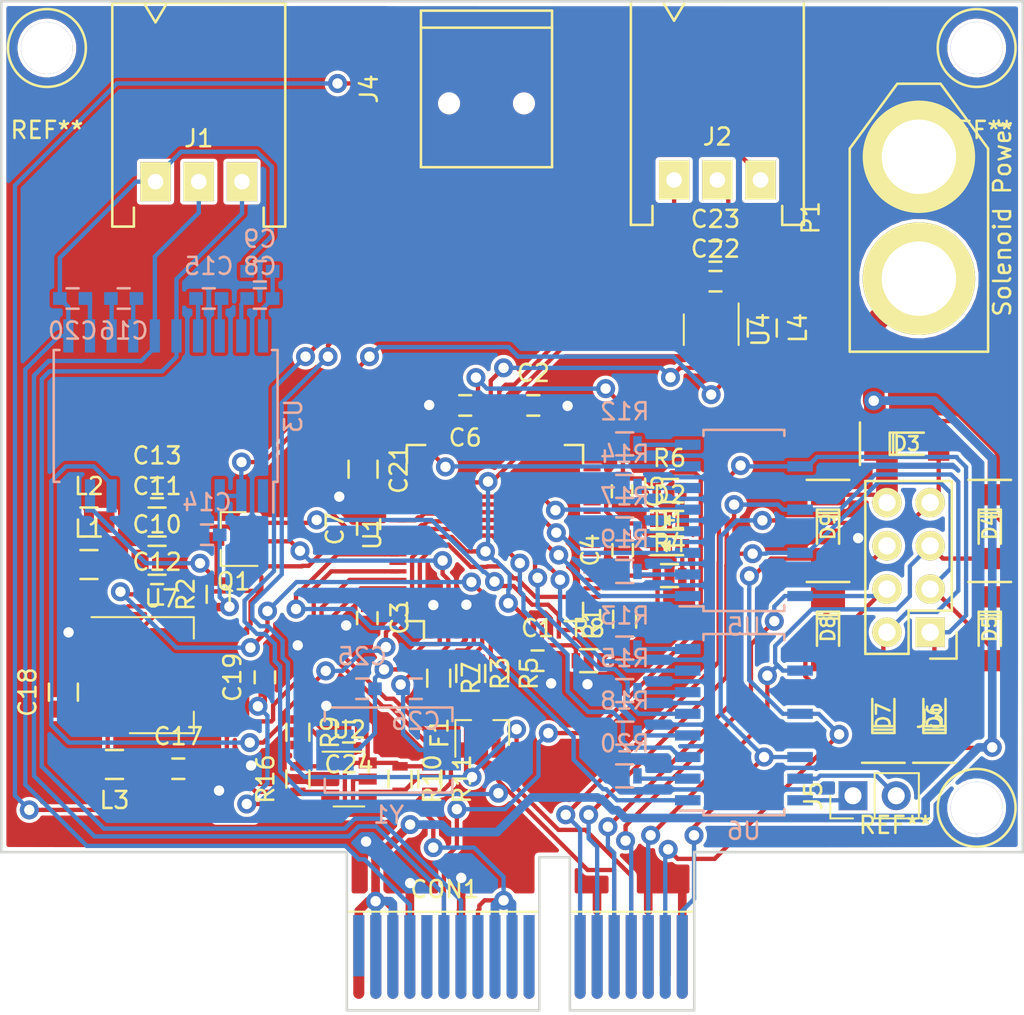
<source format=kicad_pcb>
(kicad_pcb (version 4) (host pcbnew 4.0.7)
  (title_block (title "Peripheral Bridge") (date 12-Dec-2017) (rev 2.0.0) (company Zeabus))
  (layers (0 F.Cu signal) (31 B.Cu signal) (34 B.Paste user) (35 F.Paste user) (36 B.SilkS user) (37 F.SilkS user) (38 B.Mask user) (39 F.Mask user) (44 Edge.Cuts user))
  (net 0 "")
  (net 1 +1V8)
  (net 2 GND)
  (net 3 +3V3)
  (net 4 "Net-(C8-Pad1)")
  (net 5 "Net-(C8-Pad2)")
  (net 6 232_GND)
  (net 7 "Net-(C10-Pad1)")
  (net 8 "Net-(C11-Pad1)")
  (net 9 VBUS)
  (net 10 "Net-(C15-Pad1)")
  (net 11 "Net-(C15-Pad2)")
  (net 12 "Net-(C16-Pad1)")
  (net 13 "Net-(C16-Pad2)")
  (net 14 +5Vin)
  (net 15 "Net-(C20-Pad2)")
  (net 16 Analog_In)
  (net 17 "Net-(C22-Pad2)")
  (net 18 "Net-(C23-Pad2)")
  (net 19 "Net-(C25-Pad1)")
  (net 20 "Net-(C26-Pad1)")
  (net 21 +12V)
  (net 22 "Net-(CON1-PadB5)")
  (net 23 "Net-(CON1-PadB9)")
  (net 24 "Net-(CON1-PadB10)")
  (net 25 "Net-(CON1-PadB11)")
  (net 26 D+)
  (net 27 D-)
  (net 28 "Net-(CON1-PadB17)")
  (net 29 "Net-(CON1-PadB12)")
  (net 30 "Net-(CON1-PadA5)")
  (net 31 Rx)
  (net 32 Tx)
  (net 33 "Net-(CON1-PadA8)")
  (net 34 "Net-(CON1-PadA11)")
  (net 35 Sol3)
  (net 36 Sol4)
  (net 37 Sol5)
  (net 38 Sol6)
  (net 39 Sol7)
  (net 40 Sol1)
  (net 41 Sol2)
  (net 42 "Net-(D1-Pad2)")
  (net 43 "Net-(D1-Pad1)")
  (net 44 "Net-(D2-Pad2)")
  (net 45 "Net-(D2-Pad1)")
  (net 46 "Net-(Q1-Pad2)")
  (net 47 "Net-(Q1-Pad3)")
  (net 48 "Net-(R3-Pad1)")
  (net 49 "Net-(R5-Pad1)")
  (net 50 "Net-(R7-Pad1)")
  (net 51 "Net-(R8-Pad1)")
  (net 52 "Net-(R16-Pad2)")
  (net 53 "Net-(R10-Pad2)")
  (net 54 "Net-(R11-Pad2)")
  (net 55 "Net-(R12-Pad1)")
  (net 56 "Net-(R13-Pad1)")
  (net 57 "Net-(R14-Pad1)")
  (net 58 "Net-(R15-Pad1)")
  (net 59 "Net-(R16-Pad1)")
  (net 60 "Net-(R17-Pad1)")
  (net 61 "Net-(R18-Pad1)")
  (net 62 "Net-(R19-Pad1)")
  (net 63 "Net-(U1-Pad17)")
  (net 64 "Net-(U1-Pad18)")
  (net 65 "Net-(U1-Pad19)")
  (net 66 "Net-(U1-Pad21)")
  (net 67 "Net-(U1-Pad22)")
  (net 68 "Net-(U1-Pad23)")
  (net 69 "Net-(U1-Pad24)")
  (net 70 "Net-(U1-Pad26)")
  (net 71 "Net-(U1-Pad27)")
  (net 72 "Net-(U1-Pad28)")
  (net 73 "Net-(U1-Pad32)")
  (net 74 "Net-(U1-Pad33)")
  (net 75 "Net-(U1-Pad34)")
  (net 76 "Net-(U1-Pad36)")
  (net 77 "Net-(U1-Pad38)")
  (net 78 "Net-(U1-Pad39)")
  (net 79 "Net-(U1-Pad40)")
  (net 80 "Net-(U1-Pad41)")
  (net 81 "Net-(U1-Pad43)")
  (net 82 "Net-(U1-Pad44)")
  (net 83 "Net-(U1-Pad45)")
  (net 84 "Net-(U1-Pad46)")
  (net 85 "Net-(U1-Pad59)")
  (net 86 "Net-(U1-Pad60)")
  (net 87 "Net-(U3-Pad1)")
  (net 88 "Net-(CON1-PadA1)")
  (net 89 "Net-(U1-Pad48)")
  (net 90 "Net-(U1-Pad52)")
  (net 91 "Net-(U1-Pad53)")
  (net 92 "Net-(U1-Pad54)")
  (net 93 "Net-(U1-Pad55)")
  (net 94 "Net-(U1-Pad57)")
  (net 95 "Net-(U1-Pad58)")
  (net 96 "Net-(J5-Pad1)")
  (net 97 "Net-(J5-Pad2)")
  (net 98 "Net-(R20-Pad1)")
  (module Connectors:1pin (layer F.Cu) (at 177.292 117.3988)
    (fp_text reference REF** (at -4.7752 1.016) (layer F.SilkS))
    (fp_text value 1pin)
    (pad 1 thru_hole circle (at 0 0) (size 3.048 3.048) (drill 3.048) (layers *.Cu *.Mask))
  )
  (module Connectors:1pin (layer F.Cu) (at 177.292 72.7456)
    (fp_text reference REF** (at 0 4.826) (layer F.SilkS))
    (fp_text value 1pin)
    (pad 1 thru_hole circle (at 0 0) (size 3.048 3.048) (drill 3.048) (layers *.Cu *.Mask))
  )
  (module Housings_QFP:LQFP-64_10x10mm_Pitch0.5mm (layer F.Cu) (at 149 101.25 90)
    (fp_text reference U1 (at 0 -7.2 90) (layer F.SilkS))
    (fp_text value FT2232H)
    (pad 1 smd rect (at -5.7 -3.75 90) (size 1 0.25) (layers F.Cu F.Paste F.Mask) (net 2 GND))
    (pad 2 smd rect (at -5.7 -3.25 90) (size 1 0.25) (layers F.Cu F.Paste F.Mask) (net 19 "Net-(C25-Pad1)"))
    (pad 3 smd rect (at -5.7 -2.75 90) (size 1 0.25) (layers F.Cu F.Paste F.Mask) (net 20 "Net-(C26-Pad1)"))
    (pad 4 smd rect (at -5.7 -2.25 90) (size 1 0.25) (layers F.Cu F.Paste F.Mask) (net 8 "Net-(C11-Pad1)"))
    (pad 5 smd rect (at -5.7 -1.75 90) (size 1 0.25) (layers F.Cu F.Paste F.Mask) (net 2 GND))
    (pad 6 smd rect (at -5.7 -1.25 90) (size 1 0.25) (layers F.Cu F.Paste F.Mask) (net 50 "Net-(R7-Pad1)"))
    (pad 7 smd rect (at -5.7 -0.75 90) (size 1 0.25) (layers F.Cu F.Paste F.Mask) (net 48 "Net-(R3-Pad1)"))
    (pad 8 smd rect (at -5.7 -0.25 90) (size 1 0.25) (layers F.Cu F.Paste F.Mask) (net 49 "Net-(R5-Pad1)"))
    (pad 9 smd rect (at -5.7 0.25 90) (size 1 0.25) (layers F.Cu F.Paste F.Mask) (net 7 "Net-(C10-Pad1)"))
    (pad 10 smd rect (at -5.7 0.75 90) (size 1 0.25) (layers F.Cu F.Paste F.Mask) (net 2 GND))
    (pad 11 smd rect (at -5.7 1.25 90) (size 1 0.25) (layers F.Cu F.Paste F.Mask) (net 2 GND))
    (pad 12 smd rect (at -5.7 1.75 90) (size 1 0.25) (layers F.Cu F.Paste F.Mask) (net 1 +1V8))
    (pad 13 smd rect (at -5.7 2.25 90) (size 1 0.25) (layers F.Cu F.Paste F.Mask) (net 2 GND))
    (pad 14 smd rect (at -5.7 2.75 90) (size 1 0.25) (layers F.Cu F.Paste F.Mask) (net 51 "Net-(R8-Pad1)"))
    (pad 15 smd rect (at -5.7 3.25 90) (size 1 0.25) (layers F.Cu F.Paste F.Mask) (net 2 GND))
    (pad 16 smd rect (at -5.7 3.75 90) (size 1 0.25) (layers F.Cu F.Paste F.Mask) (net 46 "Net-(Q1-Pad2)"))
    (pad 17 smd rect (at -3.75 5.7 180) (size 1 0.25) (layers F.Cu F.Paste F.Mask) (net 63 "Net-(U1-Pad17)"))
    (pad 18 smd rect (at -3.25 5.7 180) (size 1 0.25) (layers F.Cu F.Paste F.Mask) (net 64 "Net-(U1-Pad18)"))
    (pad 19 smd rect (at -2.75 5.7 180) (size 1 0.25) (layers F.Cu F.Paste F.Mask) (net 65 "Net-(U1-Pad19)"))
    (pad 20 smd rect (at -2.25 5.7 180) (size 1 0.25) (layers F.Cu F.Paste F.Mask) (net 3 +3V3))
    (pad 21 smd rect (at -1.75 5.7 180) (size 1 0.25) (layers F.Cu F.Paste F.Mask) (net 66 "Net-(U1-Pad21)"))
    (pad 22 smd rect (at -1.25 5.7 180) (size 1 0.25) (layers F.Cu F.Paste F.Mask) (net 67 "Net-(U1-Pad22)"))
    (pad 23 smd rect (at -0.75 5.7 180) (size 1 0.25) (layers F.Cu F.Paste F.Mask) (net 68 "Net-(U1-Pad23)"))
    (pad 24 smd rect (at -0.25 5.7 180) (size 1 0.25) (layers F.Cu F.Paste F.Mask) (net 69 "Net-(U1-Pad24)"))
    (pad 25 smd rect (at 0.25 5.7 180) (size 1 0.25) (layers F.Cu F.Paste F.Mask) (net 2 GND))
    (pad 26 smd rect (at 0.75 5.7 180) (size 1 0.25) (layers F.Cu F.Paste F.Mask) (net 70 "Net-(U1-Pad26)"))
    (pad 27 smd rect (at 1.25 5.7 180) (size 1 0.25) (layers F.Cu F.Paste F.Mask) (net 71 "Net-(U1-Pad27)"))
    (pad 28 smd rect (at 1.75 5.7 180) (size 1 0.25) (layers F.Cu F.Paste F.Mask) (net 72 "Net-(U1-Pad28)"))
    (pad 29 smd rect (at 2.25 5.7 180) (size 1 0.25) (layers F.Cu F.Paste F.Mask) (net 43 "Net-(D1-Pad1)"))
    (pad 30 smd rect (at 2.75 5.7 180) (size 1 0.25) (layers F.Cu F.Paste F.Mask) (net 45 "Net-(D2-Pad1)"))
    (pad 31 smd rect (at 3.25 5.7 180) (size 1 0.25) (layers F.Cu F.Paste F.Mask) (net 3 +3V3))
    (pad 32 smd rect (at 3.75 5.7 180) (size 1 0.25) (layers F.Cu F.Paste F.Mask) (net 73 "Net-(U1-Pad32)"))
    (pad 33 smd rect (at 5.7 3.75 90) (size 1 0.25) (layers F.Cu F.Paste F.Mask) (net 74 "Net-(U1-Pad33)"))
    (pad 34 smd rect (at 5.7 3.25 90) (size 1 0.25) (layers F.Cu F.Paste F.Mask) (net 75 "Net-(U1-Pad34)"))
    (pad 35 smd rect (at 5.7 2.75 90) (size 1 0.25) (layers F.Cu F.Paste F.Mask) (net 2 GND))
    (pad 36 smd rect (at 5.7 2.25 90) (size 1 0.25) (layers F.Cu F.Paste F.Mask) (net 76 "Net-(U1-Pad36)"))
    (pad 37 smd rect (at 5.7 1.75 90) (size 1 0.25) (layers F.Cu F.Paste F.Mask) (net 1 +1V8))
    (pad 38 smd rect (at 5.7 1.25 90) (size 1 0.25) (layers F.Cu F.Paste F.Mask) (net 77 "Net-(U1-Pad38)"))
    (pad 39 smd rect (at 5.7 0.75 90) (size 1 0.25) (layers F.Cu F.Paste F.Mask) (net 78 "Net-(U1-Pad39)"))
    (pad 40 smd rect (at 5.7 0.25 90) (size 1 0.25) (layers F.Cu F.Paste F.Mask) (net 79 "Net-(U1-Pad40)"))
    (pad 41 smd rect (at 5.7 -0.25 90) (size 1 0.25) (layers F.Cu F.Paste F.Mask) (net 80 "Net-(U1-Pad41)"))
    (pad 42 smd rect (at 5.7 -0.75 90) (size 1 0.25) (layers F.Cu F.Paste F.Mask) (net 3 +3V3))
    (pad 43 smd rect (at 5.7 -1.25 90) (size 1 0.25) (layers F.Cu F.Paste F.Mask) (net 81 "Net-(U1-Pad43)"))
    (pad 44 smd rect (at 5.7 -1.75 90) (size 1 0.25) (layers F.Cu F.Paste F.Mask) (net 82 "Net-(U1-Pad44)"))
    (pad 45 smd rect (at 5.7 -2.25 90) (size 1 0.25) (layers F.Cu F.Paste F.Mask) (net 83 "Net-(U1-Pad45)"))
    (pad 46 smd rect (at 5.7 -2.75 90) (size 1 0.25) (layers F.Cu F.Paste F.Mask) (net 84 "Net-(U1-Pad46)"))
    (pad 47 smd rect (at 5.7 -3.25 90) (size 1 0.25) (layers F.Cu F.Paste F.Mask) (net 2 GND))
    (pad 48 smd rect (at 5.7 -3.75 90) (size 1 0.25) (layers F.Cu F.Paste F.Mask) (net 89 "Net-(U1-Pad48)"))
    (pad 49 smd rect (at 3.75 -5.7 180) (size 1 0.25) (layers F.Cu F.Paste F.Mask) (net 1 +1V8))
    (pad 50 smd rect (at 3.25 -5.7 180) (size 1 0.25) (layers F.Cu F.Paste F.Mask) (net 3 +3V3))
    (pad 51 smd rect (at 2.75 -5.7 180) (size 1 0.25) (layers F.Cu F.Paste F.Mask) (net 2 GND))
    (pad 52 smd rect (at 2.25 -5.7 180) (size 1 0.25) (layers F.Cu F.Paste F.Mask) (net 90 "Net-(U1-Pad52)"))
    (pad 53 smd rect (at 1.75 -5.7 180) (size 1 0.25) (layers F.Cu F.Paste F.Mask) (net 91 "Net-(U1-Pad53)"))
    (pad 54 smd rect (at 1.25 -5.7 180) (size 1 0.25) (layers F.Cu F.Paste F.Mask) (net 92 "Net-(U1-Pad54)"))
    (pad 55 smd rect (at 0.75 -5.7 180) (size 1 0.25) (layers F.Cu F.Paste F.Mask) (net 93 "Net-(U1-Pad55)"))
    (pad 56 smd rect (at 0.25 -5.7 180) (size 1 0.25) (layers F.Cu F.Paste F.Mask) (net 3 +3V3))
    (pad 57 smd rect (at -0.25 -5.7 180) (size 1 0.25) (layers F.Cu F.Paste F.Mask) (net 94 "Net-(U1-Pad57)"))
    (pad 58 smd rect (at -0.75 -5.7 180) (size 1 0.25) (layers F.Cu F.Paste F.Mask) (net 95 "Net-(U1-Pad58)"))
    (pad 59 smd rect (at -1.25 -5.7 180) (size 1 0.25) (layers F.Cu F.Paste F.Mask) (net 85 "Net-(U1-Pad59)"))
    (pad 60 smd rect (at -1.75 -5.7 180) (size 1 0.25) (layers F.Cu F.Paste F.Mask) (net 86 "Net-(U1-Pad60)"))
    (pad 61 smd rect (at -2.25 -5.7 180) (size 1 0.25) (layers F.Cu F.Paste F.Mask) (net 59 "Net-(R16-Pad1)"))
    (pad 62 smd rect (at -2.75 -5.7 180) (size 1 0.25) (layers F.Cu F.Paste F.Mask) (net 53 "Net-(R10-Pad2)"))
    (pad 63 smd rect (at -3.25 -5.7 180) (size 1 0.25) (layers F.Cu F.Paste F.Mask) (net 54 "Net-(R11-Pad2)"))
    (pad 64 smd rect (at -3.75 -5.7 180) (size 1 0.25) (layers F.Cu F.Paste F.Mask) (net 1 +1V8))
  )
  (module Capacitors_SMD:C_0603 (layer F.Cu) (at 151.5 108.75)
    (fp_text reference C1 (at 0 -1.9) (layer F.SilkS))
    (fp_text value 100nF)
    (pad 1 smd rect (at -0.75 0) (size 0.8 0.75) (layers F.Cu F.Paste F.Mask) (net 1 +1V8))
    (pad 2 smd rect (at 0.75 0) (size 0.8 0.75) (layers F.Cu F.Paste F.Mask) (net 2 GND))
  )
  (module Capacitors_SMD:C_0603 (layer F.Cu) (at 151.25 93.75)
    (fp_text reference C2 (at 0 -1.9) (layer F.SilkS))
    (fp_text value 100nF)
    (pad 1 smd rect (at -0.75 0) (size 0.8 0.75) (layers F.Cu F.Paste F.Mask) (net 1 +1V8))
    (pad 2 smd rect (at 0.75 0) (size 0.8 0.75) (layers F.Cu F.Paste F.Mask) (net 2 GND))
  )
  (module Capacitors_SMD:C_0603 (layer F.Cu) (at 141.5 106.25 270)
    (fp_text reference C3 (at 0 -1.9 270) (layer F.SilkS))
    (fp_text value 100nF)
    (pad 1 smd rect (at -0.75 0 270) (size 0.8 0.75) (layers F.Cu F.Paste F.Mask) (net 1 +1V8))
    (pad 2 smd rect (at 0.75 0 270) (size 0.8 0.75) (layers F.Cu F.Paste F.Mask) (net 2 GND))
  )
  (module Capacitors_SMD:C_0603 (layer F.Cu) (at 156.5 102.25 90)
    (fp_text reference C4 (at 0 -1.9 90) (layer F.SilkS))
    (fp_text value 100nF)
    (pad 1 smd rect (at -0.75 0 90) (size 0.8 0.75) (layers F.Cu F.Paste F.Mask) (net 3 +3V3))
    (pad 2 smd rect (at 0.75 0 90) (size 0.8 0.75) (layers F.Cu F.Paste F.Mask) (net 2 GND))
  )
  (module Capacitors_SMD:C_0603 (layer F.Cu) (at 156.464 98.794 270)
    (fp_text reference C5 (at 0 -1.9 270) (layer F.SilkS))
    (fp_text value 100nF)
    (pad 1 smd rect (at -0.75 0 270) (size 0.8 0.75) (layers F.Cu F.Paste F.Mask) (net 3 +3V3))
    (pad 2 smd rect (at 0.75 0 270) (size 0.8 0.75) (layers F.Cu F.Paste F.Mask) (net 2 GND))
  )
  (module Capacitors_SMD:C_0603 (layer F.Cu) (at 147.25 93.75 180)
    (fp_text reference C6 (at 0 -1.9 180) (layer F.SilkS))
    (fp_text value 100nF)
    (pad 1 smd rect (at -0.75 0 180) (size 0.8 0.75) (layers F.Cu F.Paste F.Mask) (net 3 +3V3))
    (pad 2 smd rect (at 0.75 0 180) (size 0.8 0.75) (layers F.Cu F.Paste F.Mask) (net 2 GND))
  )
  (module Capacitors_SMD:C_0603 (layer F.Cu) (at 141.5 101 90)
    (fp_text reference C7 (at 0 -1.9 90) (layer F.SilkS))
    (fp_text value 100nF)
    (pad 1 smd rect (at -0.75 0 90) (size 0.8 0.75) (layers F.Cu F.Paste F.Mask) (net 3 +3V3))
    (pad 2 smd rect (at 0.75 0 90) (size 0.8 0.75) (layers F.Cu F.Paste F.Mask) (net 2 GND))
  )
  (module Capacitors_SMD:C_0603 (layer B.Cu) (at 135.19 87.466 180)
    (fp_text reference C8 (at 0 1.9 180) (layer B.SilkS) (effects (justify mirror)))
    (fp_text value 100nF)
    (pad 1 smd rect (at -0.75 0 180) (size 0.8 0.75) (layers B.Cu B.Paste B.Mask) (net 4 "Net-(C8-Pad1)"))
    (pad 2 smd rect (at 0.75 0 180) (size 0.8 0.75) (layers B.Cu B.Paste B.Mask) (net 5 "Net-(C8-Pad2)"))
  )
  (module Capacitors_SMD:C_0603 (layer B.Cu) (at 135.19 85.866 180)
    (fp_text reference C9 (at 0 1.9 180) (layer B.SilkS) (effects (justify mirror)))
    (fp_text value 100nF)
    (pad 1 smd rect (at -0.75 0 180) (size 0.8 0.75) (layers B.Cu B.Paste B.Mask) (net 4 "Net-(C8-Pad1)"))
    (pad 2 smd rect (at 0.75 0 180) (size 0.8 0.75) (layers B.Cu B.Paste B.Mask) (net 6 232_GND))
  )
  (module Capacitors_SMD:C_0805 (layer F.Cu) (at 129.15 102.85)
    (fp_text reference C10 (at 0 -2.1) (layer F.SilkS))
    (fp_text value 4.7uF)
    (pad 1 smd rect (at -1 0) (size 1 1.25) (layers F.Cu F.Paste F.Mask) (net 7 "Net-(C10-Pad1)"))
    (pad 2 smd rect (at 1 0) (size 1 1.25) (layers F.Cu F.Paste F.Mask) (net 2 GND))
  )
  (module Capacitors_SMD:C_0805 (layer F.Cu) (at 129.15 100.6)
    (fp_text reference C11 (at 0 -2.1) (layer F.SilkS))
    (fp_text value 4.7uF)
    (pad 1 smd rect (at -1 0) (size 1 1.25) (layers F.Cu F.Paste F.Mask) (net 8 "Net-(C11-Pad1)"))
    (pad 2 smd rect (at 1 0) (size 1 1.25) (layers F.Cu F.Paste F.Mask) (net 2 GND))
  )
  (module Capacitors_SMD:C_0603 (layer F.Cu) (at 129.15 104.85)
    (fp_text reference C12 (at 0 -1.9) (layer F.SilkS))
    (fp_text value 100nF)
    (pad 1 smd rect (at -0.75 0) (size 0.8 0.75) (layers F.Cu F.Paste F.Mask) (net 7 "Net-(C10-Pad1)"))
    (pad 2 smd rect (at 0.75 0) (size 0.8 0.75) (layers F.Cu F.Paste F.Mask) (net 2 GND))
  )
  (module Capacitors_SMD:C_0603 (layer F.Cu) (at 129.15 98.6)
    (fp_text reference C13 (at 0 -1.9) (layer F.SilkS))
    (fp_text value 100nF)
    (pad 1 smd rect (at -0.75 0) (size 0.8 0.75) (layers F.Cu F.Paste F.Mask) (net 8 "Net-(C11-Pad1)"))
    (pad 2 smd rect (at 0.75 0) (size 0.8 0.75) (layers F.Cu F.Paste F.Mask) (net 2 GND))
  )
  (module Capacitors_SMD:C_0603 (layer B.Cu) (at 132.08 101.346 180)
    (fp_text reference C14 (at 0 1.9 180) (layer B.SilkS) (effects (justify mirror)))
    (fp_text value 100nF)
    (pad 1 smd rect (at -0.75 0 180) (size 0.8 0.75) (layers B.Cu B.Paste B.Mask) (net 9 VBUS))
    (pad 2 smd rect (at 0.75 0 180) (size 0.8 0.75) (layers B.Cu B.Paste B.Mask) (net 2 GND))
  )
  (module Capacitors_SMD:C_0603 (layer B.Cu) (at 132.19 87.466 180)
    (fp_text reference C15 (at 0 1.9 180) (layer B.SilkS) (effects (justify mirror)))
    (fp_text value 100nF)
    (pad 1 smd rect (at -0.75 0 180) (size 0.8 0.75) (layers B.Cu B.Paste B.Mask) (net 10 "Net-(C15-Pad1)"))
    (pad 2 smd rect (at 0.75 0 180) (size 0.8 0.75) (layers B.Cu B.Paste B.Mask) (net 11 "Net-(C15-Pad2)"))
  )
  (module Capacitors_SMD:C_0603 (layer B.Cu) (at 127.19 87.466)
    (fp_text reference C16 (at 0 1.9) (layer B.SilkS) (effects (justify mirror)))
    (fp_text value 100nF)
    (pad 1 smd rect (at -0.75 0) (size 0.8 0.75) (layers B.Cu B.Paste B.Mask) (net 12 "Net-(C16-Pad1)"))
    (pad 2 smd rect (at 0.75 0) (size 0.8 0.75) (layers B.Cu B.Paste B.Mask) (net 13 "Net-(C16-Pad2)"))
  )
  (module Capacitors_SMD:C_0603 (layer F.Cu) (at 130.4 115.1)
    (fp_text reference C17 (at 0 -1.9) (layer F.SilkS))
    (fp_text value 100nF)
    (pad 1 smd rect (at -0.75 0) (size 0.8 0.75) (layers F.Cu F.Paste F.Mask) (net 14 +5Vin))
    (pad 2 smd rect (at 0.75 0) (size 0.8 0.75) (layers F.Cu F.Paste F.Mask) (net 2 GND))
  )
  (module Capacitors_SMD:C_0805 (layer F.Cu) (at 123.65 110.6 90)
    (fp_text reference C18 (at 0 -2.1 90) (layer F.SilkS))
    (fp_text value 4.7uF)
    (pad 1 smd rect (at -1 0 90) (size 1 1.25) (layers F.Cu F.Paste F.Mask) (net 9 VBUS))
    (pad 2 smd rect (at 1 0 90) (size 1 1.25) (layers F.Cu F.Paste F.Mask) (net 2 GND))
  )
  (module Capacitors_SMD:C_0603 (layer F.Cu) (at 135.4836 109.728 90)
    (fp_text reference C19 (at 0 -1.9 90) (layer F.SilkS))
    (fp_text value 100nF)
    (pad 1 smd rect (at -0.75 0 90) (size 0.8 0.75) (layers F.Cu F.Paste F.Mask) (net 3 +3V3))
    (pad 2 smd rect (at 0.75 0 90) (size 0.8 0.75) (layers F.Cu F.Paste F.Mask) (net 2 GND))
  )
  (module Capacitors_SMD:C_0603 (layer B.Cu) (at 124.19 87.466)
    (fp_text reference C20 (at 0 1.9) (layer B.SilkS) (effects (justify mirror)))
    (fp_text value 100nF)
    (pad 1 smd rect (at -0.75 0) (size 0.8 0.75) (layers B.Cu B.Paste B.Mask) (net 6 232_GND))
    (pad 2 smd rect (at 0.75 0) (size 0.8 0.75) (layers B.Cu B.Paste B.Mask) (net 15 "Net-(C20-Pad2)"))
  )
  (module Capacitors_SMD:C_0805 (layer F.Cu) (at 141.25 97.5 270)
    (fp_text reference C21 (at 0 -2.1 270) (layer F.SilkS))
    (fp_text value 3.3uF)
    (pad 1 smd rect (at -1 0 270) (size 1 1.25) (layers F.Cu F.Paste F.Mask) (net 1 +1V8))
    (pad 2 smd rect (at 1 0 270) (size 1 1.25) (layers F.Cu F.Paste F.Mask) (net 2 GND))
  )
  (module Capacitors_SMD:C_0603 (layer F.Cu) (at 161.95 86.45)
    (fp_text reference C22 (at 0 -1.9) (layer F.SilkS))
    (fp_text value 100nF)
    (pad 1 smd rect (at -0.75 0) (size 0.8 0.75) (layers F.Cu F.Paste F.Mask) (net 16 Analog_In))
    (pad 2 smd rect (at 0.75 0) (size 0.8 0.75) (layers F.Cu F.Paste F.Mask) (net 17 "Net-(C22-Pad2)"))
  )
  (module Capacitors_SMD:C_0603 (layer F.Cu) (at 161.95 84.7)
    (fp_text reference C23 (at 0 -1.9) (layer F.SilkS))
    (fp_text value 100nF)
    (pad 1 smd rect (at -0.75 0) (size 0.8 0.75) (layers F.Cu F.Paste F.Mask) (net 17 "Net-(C22-Pad2)"))
    (pad 2 smd rect (at 0.75 0) (size 0.8 0.75) (layers F.Cu F.Paste F.Mask) (net 18 "Net-(C23-Pad2)"))
  )
  (module Capacitors_SMD:C_0603 (layer F.Cu) (at 140.422 112.9568 180)
    (fp_text reference C24 (at 0 -1.9 180) (layer F.SilkS))
    (fp_text value 100nF)
    (pad 1 smd rect (at -0.75 0 180) (size 0.8 0.75) (layers F.Cu F.Paste F.Mask) (net 3 +3V3))
    (pad 2 smd rect (at 0.75 0 180) (size 0.8 0.75) (layers F.Cu F.Paste F.Mask) (net 2 GND))
  )
  (module Capacitors_SMD:C_0603 (layer B.Cu) (at 141.2 110.4 180)
    (fp_text reference C25 (at 0 1.9 180) (layer B.SilkS) (effects (justify mirror)))
    (fp_text value 27pF)
    (pad 1 smd rect (at -0.75 0 180) (size 0.8 0.75) (layers B.Cu B.Paste B.Mask) (net 19 "Net-(C25-Pad1)"))
    (pad 2 smd rect (at 0.75 0 180) (size 0.8 0.75) (layers B.Cu B.Paste B.Mask) (net 2 GND))
  )
  (module Capacitors_SMD:C_0603 (layer B.Cu) (at 144.35 110.4)
    (fp_text reference C26 (at 0 1.9) (layer B.SilkS) (effects (justify mirror)))
    (fp_text value 27pF)
    (pad 1 smd rect (at -0.75 0) (size 0.8 0.75) (layers B.Cu B.Paste B.Mask) (net 20 "Net-(C26-Pad1)"))
    (pad 2 smd rect (at 0.75 0) (size 0.8 0.75) (layers B.Cu B.Paste B.Mask) (net 2 GND))
  )
  (module Zeabus:pcie-x1-edge (layer F.Cu) (at 141 125.5)
    (fp_text reference CON1 (at 5.05 -3.31) (layer F.SilkS))
    (fp_text value Conn-Edge-PCIE-x1)
    (pad "" connect circle (at 19 2.8) (size 0.65 0.65) (layers F.Cu F.Mask))
    (pad B1 connect rect (at 0 0.5) (size 0.65 4.6) (layers F.Cu F.Mask) (net 21 +12V))
    (pad B2 connect rect (at 1 0.5) (size 0.65 4.6) (layers F.Cu F.Mask) (net 21 +12V))
    (pad B3 connect rect (at 2 0.5) (size 0.65 4.6) (layers F.Cu F.Mask) (net 21 +12V))
    (pad B4 connect rect (at 3 0.5) (size 0.65 4.6) (layers F.Cu F.Mask) (net 2 GND))
    (pad B5 connect rect (at 4 0.5) (size 0.65 4.6) (layers F.Cu F.Mask) (net 22 "Net-(CON1-PadB5)"))
    (pad B6 connect rect (at 5 0.5) (size 0.65 4.6) (layers F.Cu F.Mask) (net 16 Analog_In))
    (pad B7 connect rect (at 6 0.5) (size 0.65 4.6) (layers F.Cu F.Mask) (net 2 GND))
    (pad B8 connect rect (at 7 0.5) (size 0.65 4.6) (layers F.Cu F.Mask) (net 14 +5Vin))
    (pad B9 connect rect (at 8 0.5) (size 0.65 4.6) (layers F.Cu F.Mask) (net 23 "Net-(CON1-PadB9)"))
    (pad B10 connect rect (at 9 0.5) (size 0.65 4.6) (layers F.Cu F.Mask) (net 24 "Net-(CON1-PadB10)"))
    (pad B11 connect rect (at 10 0.5) (size 0.65 4.6) (layers F.Cu F.Mask) (net 25 "Net-(CON1-PadB11)"))
    (pad B14 connect rect (at 15 0.5) (size 0.65 4.6) (layers F.Cu F.Mask) (net 26 D+))
    (pad B15 connect rect (at 16 0.5) (size 0.65 4.6) (layers F.Cu F.Mask) (net 27 D-))
    (pad B16 connect rect (at 17 0.5) (size 0.65 4.6) (layers F.Cu F.Mask) (net 2 GND))
    (pad B17 connect rect (at 18 0) (size 0.65 3.6) (layers F.Cu F.Mask) (net 28 "Net-(CON1-PadB17)"))
    (pad B18 connect rect (at 19 0.5) (size 0.65 4.6) (layers F.Cu F.Mask) (net 2 GND))
    (pad B12 connect rect (at 13 0.5) (size 0.65 4.6) (layers F.Cu F.Mask) (net 29 "Net-(CON1-PadB12)"))
    (pad B13 connect rect (at 14 0.5) (size 0.65 4.6) (layers F.Cu F.Mask) (net 2 GND))
    (pad A1 connect rect (at 0 0) (size 0.65 3.6) (layers B.Cu B.Mask) (net 88 "Net-(CON1-PadA1)"))
    (pad A2 connect rect (at 1 0.5) (size 0.65 4.6) (layers B.Cu B.Mask) (net 21 +12V))
    (pad A3 connect rect (at 2 0.5) (size 0.65 4.6) (layers B.Cu B.Mask) (net 21 +12V))
    (pad A4 connect rect (at 3 0.5) (size 0.65 4.6) (layers B.Cu B.Mask) (net 6 232_GND))
    (pad A5 connect rect (at 4 0.5) (size 0.65 4.6) (layers B.Cu B.Mask) (net 30 "Net-(CON1-PadA5)"))
    (pad A6 connect rect (at 5 0.5) (size 0.65 4.6) (layers B.Cu B.Mask) (net 31 Rx))
    (pad A7 connect rect (at 6 0.5) (size 0.65 4.6) (layers B.Cu B.Mask) (net 32 Tx))
    (pad A8 connect rect (at 7 0.5) (size 0.65 4.6) (layers B.Cu B.Mask) (net 33 "Net-(CON1-PadA8)"))
    (pad A9 connect rect (at 8 0.5) (size 0.65 4.6) (layers B.Cu B.Mask) (net 14 +5Vin))
    (pad A10 connect rect (at 9 0.5) (size 0.65 4.6) (layers B.Cu B.Mask) (net 14 +5Vin))
    (pad A11 connect rect (at 10 0.5) (size 0.65 4.6) (layers B.Cu B.Mask) (net 34 "Net-(CON1-PadA11)"))
    (pad A14 connect rect (at 15 0.5) (size 0.65 4.6) (layers B.Cu B.Mask) (net 35 Sol3))
    (pad A15 connect rect (at 16 0.5) (size 0.65 4.6) (layers B.Cu B.Mask) (net 36 Sol4))
    (pad A16 connect rect (at 17 0.5) (size 0.65 4.6) (layers B.Cu B.Mask) (net 37 Sol5))
    (pad A17 connect rect (at 18 0.5) (size 0.65 4.6) (layers B.Cu B.Mask) (net 38 Sol6))
    (pad A18 connect rect (at 19 0.5) (size 0.65 4.6) (layers B.Cu B.Mask) (net 39 Sol7))
    (pad A12 connect rect (at 13 0.5) (size 0.65 4.6) (layers B.Cu B.Mask) (net 40 Sol1))
    (pad A13 connect rect (at 14 0.5) (size 0.65 4.6) (layers B.Cu B.Mask) (net 41 Sol2))
    (pad "" connect circle (at 2 2.8) (size 0.65 0.65) (layers F.Cu F.Mask))
    (pad "" connect circle (at 3 2.8) (size 0.65 0.65) (layers F.Cu F.Mask))
    (pad "" connect circle (at 4 2.8) (size 0.65 0.65) (layers F.Cu F.Mask))
    (pad "" connect circle (at 5 2.8) (size 0.65 0.65) (layers F.Cu F.Mask))
    (pad "" connect circle (at 6 2.8) (size 0.65 0.65) (layers F.Cu F.Mask))
    (pad "" connect circle (at 7 2.8) (size 0.65 0.65) (layers F.Cu F.Mask))
    (pad "" connect circle (at 8 2.8) (size 0.65 0.65) (layers F.Cu F.Mask))
    (pad "" connect circle (at 9 2.8) (size 0.65 0.65) (layers F.Cu F.Mask))
    (pad "" connect circle (at 10 2.8) (size 0.65 0.65) (layers F.Cu F.Mask))
    (pad "" connect circle (at 0 2.8) (size 0.65 0.65) (layers F.Cu F.Mask))
    (pad "" connect circle (at 13 2.8) (size 0.65 0.65) (layers F.Cu F.Mask))
    (pad "" connect circle (at 14 2.8) (size 0.65 0.65) (layers F.Cu F.Mask))
    (pad "" connect circle (at 15 2.8) (size 0.65 0.65) (layers F.Cu F.Mask))
    (pad "" connect circle (at 16 2.8) (size 0.65 0.65) (layers F.Cu F.Mask))
    (pad "" connect circle (at 17 2.8) (size 0.65 0.65) (layers F.Cu F.Mask))
    (pad "" connect circle (at 1 2.8) (size 0.65 0.65) (layers F.Cu F.Mask))
    (pad "" connect oval (at 3 2.8 90) (size 0.65 0.65) (layers B.Cu B.Mask))
    (pad "" connect oval (at 4 2.8 90) (size 0.65 0.65) (layers B.Cu B.Mask))
    (pad "" connect oval (at 5 2.8 90) (size 0.65 0.65) (layers B.Cu B.Mask))
    (pad "" connect oval (at 6 2.8 90) (size 0.65 0.65) (layers B.Cu B.Mask))
    (pad "" connect oval (at 7 2.8 90) (size 0.65 0.65) (layers B.Cu B.Mask))
    (pad "" connect oval (at 8 2.8 90) (size 0.65 0.65) (layers B.Cu B.Mask))
    (pad "" connect oval (at 9 2.8 90) (size 0.65 0.65) (layers B.Cu B.Mask))
    (pad "" connect oval (at 15 2.8 90) (size 0.65 0.65) (layers B.Cu B.Mask))
    (pad "" connect oval (at 16 2.8 90) (size 0.65 0.65) (layers B.Cu B.Mask))
    (pad "" connect oval (at 2 2.8 90) (size 0.65 0.65) (layers B.Cu B.Mask))
    (pad "" connect oval (at 14 2.8 90) (size 0.65 0.65) (layers B.Cu B.Mask))
    (pad "" connect oval (at 17 2.8 90) (size 0.65 0.65) (layers B.Cu B.Mask))
    (pad "" connect oval (at 10 2.8 90) (size 0.65 0.65) (layers B.Cu B.Mask))
    (pad "" connect oval (at 13 2.8 90) (size 0.65 0.65) (layers B.Cu B.Mask))
    (pad "" connect oval (at 18 2.8 90) (size 0.65 0.65) (layers B.Cu B.Mask))
    (pad "" connect oval (at 19 2.8 90) (size 0.65 0.65) (layers B.Cu B.Mask))
    (pad "" connect oval (at 1 2.8 90) (size 0.65 0.65) (layers B.Cu B.Mask))
  )
  (module LEDs:LED_0603 (layer F.Cu) (at 159.25 102)
    (fp_text reference D1 (at 0 -1.5) (layer F.SilkS))
    (fp_text value RX_LED)
    (pad 2 smd rect (at 0.7493 0 180) (size 0.79756 0.79756) (layers F.Cu F.Paste F.Mask) (net 42 "Net-(D1-Pad2)"))
    (pad 1 smd rect (at -0.7493 0 180) (size 0.79756 0.79756) (layers F.Cu F.Paste F.Mask) (net 43 "Net-(D1-Pad1)"))
  )
  (module LEDs:LED_0603 (layer F.Cu) (at 159.2507 100.5)
    (fp_text reference D2 (at 0 -1.5) (layer F.SilkS))
    (fp_text value TX_LED)
    (pad 2 smd rect (at 0.7493 0 180) (size 0.79756 0.79756) (layers F.Cu F.Paste F.Mask) (net 44 "Net-(D2-Pad2)"))
    (pad 1 smd rect (at -0.7493 0 180) (size 0.79756 0.79756) (layers F.Cu F.Paste F.Mask) (net 45 "Net-(D2-Pad1)"))
  )
  (module Zeabus:SOD-80 (layer F.Cu) (at 173.187 96)
    (fp_text reference D3 (at 0 0) (layer F.SilkS) (effects (font (size 0.8 0.8))))
    (fp_text value FDLL4148)
    (pad 1 smd rect (at -1.875 0) (size 1.25 2) (layers F.Cu F.Paste F.Mask) (net 21 +12V))
    (pad 2 smd rect (at 1.875 0) (size 1.25 2) (layers F.Cu F.Paste F.Mask) (net 39 Sol7))
  )
  (module Zeabus:SOD-80 (layer F.Cu) (at 178.062 100.875 270)
    (fp_text reference D4 (at 0 0 270) (layer F.SilkS) (effects (font (size 0.8 0.8))))
    (fp_text value FDLL4148)
    (pad 1 smd rect (at -1.875 0 270) (size 1.25 2) (layers F.Cu F.Paste F.Mask) (net 21 +12V))
    (pad 2 smd rect (at 1.875 0 270) (size 1.25 2) (layers F.Cu F.Paste F.Mask) (net 37 Sol5))
  )
  (module Zeabus:SOD-80 (layer F.Cu) (at 178.062 106.875 270)
    (fp_text reference D5 (at 0 0 270) (layer F.SilkS) (effects (font (size 0.8 0.8))))
    (fp_text value FDLL4148)
    (pad 1 smd rect (at -1.875 0 270) (size 1.25 2) (layers F.Cu F.Paste F.Mask) (net 21 +12V))
    (pad 2 smd rect (at 1.875 0 270) (size 1.25 2) (layers F.Cu F.Paste F.Mask) (net 35 Sol3))
  )
  (module Zeabus:SOD-80 (layer F.Cu) (at 174.812 112 90)
    (fp_text reference D6 (at 0 0 90) (layer F.SilkS) (effects (font (size 0.8 0.8))))
    (fp_text value FDLL4148)
    (pad 1 smd rect (at -1.875 0 90) (size 1.25 2) (layers F.Cu F.Paste F.Mask) (net 21 +12V))
    (pad 2 smd rect (at 1.875 0 90) (size 1.25 2) (layers F.Cu F.Paste F.Mask) (net 40 Sol1))
  )
  (module Zeabus:SOD-80 (layer F.Cu) (at 171.812 112 90)
    (fp_text reference D7 (at 0 0 90) (layer F.SilkS) (effects (font (size 0.8 0.8))))
    (fp_text value FDLL4148)
    (pad 1 smd rect (at -1.875 0 90) (size 1.25 2) (layers F.Cu F.Paste F.Mask) (net 21 +12V))
    (pad 2 smd rect (at 1.875 0 90) (size 1.25 2) (layers F.Cu F.Paste F.Mask) (net 41 Sol2))
  )
  (module Zeabus:SOD-80 (layer F.Cu) (at 168.562 106.875 270)
    (fp_text reference D8 (at 0 0 270) (layer F.SilkS) (effects (font (size 0.8 0.8))))
    (fp_text value FDLL4148)
    (pad 1 smd rect (at -1.875 0 270) (size 1.25 2) (layers F.Cu F.Paste F.Mask) (net 21 +12V))
    (pad 2 smd rect (at 1.875 0 270) (size 1.25 2) (layers F.Cu F.Paste F.Mask) (net 36 Sol4))
  )
  (module Zeabus:SOD-80 (layer F.Cu) (at 168.562 100.875 270)
    (fp_text reference D9 (at 0 0 270) (layer F.SilkS) (effects (font (size 0.8 0.8))))
    (fp_text value FDLL4148)
    (pad 1 smd rect (at -1.875 0 270) (size 1.25 2) (layers F.Cu F.Paste F.Mask) (net 21 +12V))
    (pad 2 smd rect (at 1.875 0 270) (size 1.25 2) (layers F.Cu F.Paste F.Mask) (net 38 Sol6))
  )
  (module TO_SOT_Packages_SMD:SOT-23 (layer F.Cu) (at 148.25 113 90)
    (fp_text reference F1 (at 0 -2.5 90) (layer F.SilkS))
    (fp_text value PGB102ST23)
    (pad 1 smd rect (at -1 -0.95 90) (size 0.9 0.8) (layers F.Cu F.Paste F.Mask) (net 27 D-))
    (pad 2 smd rect (at -1 0.95 90) (size 0.9 0.8) (layers F.Cu F.Paste F.Mask) (net 26 D+))
    (pad 3 smd rect (at 1 0 90) (size 0.9 0.8) (layers F.Cu F.Paste F.Mask) (net 2 GND))
  )
  (module Zeabus:90136-2013 (layer F.Cu) (at 131.6 80.6)
    (fp_text reference J1 (at 0 -2.54) (layer F.SilkS))
    (fp_text value "To DVL" hide)
    (pad 3 thru_hole rect (at 2.54 0) (size 1.778 2.286) (drill 0.9144) (layers *.Cu *.Mask F.SilkS) (net 32 Tx))
    (pad 2 thru_hole rect (at 0 0) (size 1.778 2.286) (drill 0.9144) (layers *.Cu *.Mask F.SilkS) (net 31 Rx))
    (pad 1 thru_hole rect (at -2.54 0) (size 1.778 2.286) (drill 0.9144) (layers *.Cu *.Mask F.SilkS) (net 6 232_GND))
  )
  (module Zeabus:90136-2013 (layer F.Cu) (at 162.06 80.5)
    (fp_text reference J2 (at 0 -2.54) (layer F.SilkS))
    (fp_text value "Pressure Sensor" hide)
    (pad 3 thru_hole rect (at 2.54 0) (size 1.778 2.286) (drill 0.9144) (layers *.Cu *.Mask F.SilkS) (net 17 "Net-(C22-Pad2)"))
    (pad 2 thru_hole rect (at 0 0) (size 1.778 2.286) (drill 0.9144) (layers *.Cu *.Mask F.SilkS) (net 18 "Net-(C23-Pad2)"))
    (pad 1 thru_hole rect (at -2.54 0) (size 1.778 2.286) (drill 0.9144) (layers *.Cu *.Mask F.SilkS) (net 16 Analog_In))
  )
  (module Zeabus:Pin_Header_Straight_2x04 (layer F.Cu) (at 174.562 107.08 180)
    (fp_text reference J3 (at 0 -5.1 180) (layer F.SilkS))
    (fp_text value Solenoid)
    (pad 1 thru_hole rect (at 0 0 180) (size 1.7272 1.7272) (drill 1.016) (layers *.Cu *.Mask F.SilkS) (net 40 Sol1))
    (pad 2 thru_hole oval (at 2.54 0 180) (size 1.7272 1.7272) (drill 1.016) (layers *.Cu *.Mask F.SilkS) (net 41 Sol2))
    (pad 3 thru_hole oval (at 0 2.54 180) (size 1.7272 1.7272) (drill 1.016) (layers *.Cu *.Mask F.SilkS) (net 35 Sol3))
    (pad 4 thru_hole oval (at 2.54 2.54 180) (size 1.7272 1.7272) (drill 1.016) (layers *.Cu *.Mask F.SilkS) (net 36 Sol4))
    (pad 5 thru_hole oval (at 0 5.08 180) (size 1.7272 1.7272) (drill 1.016) (layers *.Cu *.Mask F.SilkS) (net 37 Sol5))
    (pad 6 thru_hole oval (at 2.54 5.08 180) (size 1.7272 1.7272) (drill 1.016) (layers *.Cu *.Mask F.SilkS) (net 38 Sol6))
    (pad 7 thru_hole oval (at 0 7.62 180) (size 1.7272 1.7272) (drill 1.016) (layers *.Cu *.Mask F.SilkS) (net 39 Sol7))
    (pad 8 thru_hole oval (at 2.54 7.62 180) (size 1.7272 1.7272) (drill 1.016) (layers *.Cu *.Mask F.SilkS) (net 21 +12V))
  )
  (module Connectors:USB_Mini-B (layer F.Cu) (at 148.50036 75.1491 270)
    (fp_text reference J4 (at 0 6.90118 270) (layer F.SilkS))
    (fp_text value USB_OTG)
    (pad 1 smd rect (at 3.44932 -1.6002 270) (size 2.30124 0.50038) (layers F.Cu F.Paste F.Mask) (net 14 +5Vin))
    (pad 2 smd rect (at 3.44932 -0.8001 270) (size 2.30124 0.50038) (layers F.Cu F.Paste F.Mask) (net 27 D-))
    (pad 3 smd rect (at 3.44932 0 270) (size 2.30124 0.50038) (layers F.Cu F.Paste F.Mask) (net 26 D+))
    (pad 4 smd rect (at 3.44932 0.8001 270) (size 2.30124 0.50038) (layers F.Cu F.Paste F.Mask) (net 2 GND))
    (pad 5 smd rect (at 3.44932 1.6002 270) (size 2.30124 0.50038) (layers F.Cu F.Paste F.Mask) (net 2 GND))
    (pad 6 smd rect (at 3.35026 -4.45008 270) (size 2.49936 1.99898) (layers F.Cu F.Paste F.Mask) (net 2 GND))
    (pad 6 smd rect (at -2.14884 -4.45008 270) (size 2.49936 1.99898) (layers F.Cu F.Paste F.Mask) (net 2 GND))
    (pad 6 smd rect (at 3.35026 4.45008 270) (size 2.49936 1.99898) (layers F.Cu F.Paste F.Mask) (net 2 GND))
    (pad 6 smd rect (at -2.14884 4.45008 270) (size 2.49936 1.99898) (layers F.Cu F.Paste F.Mask) (net 2 GND))
    (pad "" np_thru_hole circle (at 0.8509 -2.19964 270) (size 0.89916 0.89916) (drill 0.89916) (layers *.Cu *.Mask))
    (pad "" np_thru_hole circle (at 0.8509 2.19964 270) (size 0.89916 0.89916) (drill 0.89916) (layers *.Cu *.Mask))
  )
  (module Capacitors_SMD:C_0805 (layer F.Cu) (at 125.15 103.1)
    (fp_text reference L1 (at 0 -2.1) (layer F.SilkS))
    (fp_text value "600R 0.5A")
    (pad 1 smd rect (at -1 0) (size 1 1.25) (layers F.Cu F.Paste F.Mask) (net 3 +3V3))
    (pad 2 smd rect (at 1 0) (size 1 1.25) (layers F.Cu F.Paste F.Mask) (net 7 "Net-(C10-Pad1)"))
  )
  (module Capacitors_SMD:C_0805 (layer F.Cu) (at 125.15 100.6)
    (fp_text reference L2 (at 0 -2.1) (layer F.SilkS))
    (fp_text value "600R 0.5A")
    (pad 1 smd rect (at -1 0) (size 1 1.25) (layers F.Cu F.Paste F.Mask) (net 3 +3V3))
    (pad 2 smd rect (at 1 0) (size 1 1.25) (layers F.Cu F.Paste F.Mask) (net 8 "Net-(C11-Pad1)"))
  )
  (module Capacitors_SMD:C_0805 (layer F.Cu) (at 126.65 114.85 180)
    (fp_text reference L3 (at 0 -2.1 180) (layer F.SilkS))
    (fp_text value "600R 0.5A")
    (pad 1 smd rect (at -1 0 180) (size 1 1.25) (layers F.Cu F.Paste F.Mask) (net 14 +5Vin))
    (pad 2 smd rect (at 1 0 180) (size 1 1.25) (layers F.Cu F.Paste F.Mask) (net 9 VBUS))
  )
  (module Capacitors_SMD:C_0805 (layer F.Cu) (at 164.7 89.2 270)
    (fp_text reference L4 (at 0 -2.1 270) (layer F.SilkS))
    (fp_text value "600R 0.5A")
    (pad 1 smd rect (at -1 0 270) (size 1 1.25) (layers F.Cu F.Paste F.Mask) (net 18 "Net-(C23-Pad2)"))
    (pad 2 smd rect (at 1 0 270) (size 1 1.25) (layers F.Cu F.Paste F.Mask) (net 9 VBUS))
  )
  (module Zeabus:XT60 (layer F.Cu) (at 173.9 82.7186 90)
    (fp_text reference P1 (at 0 -6.35 90) (layer F.SilkS))
    (fp_text value "Solenoid Power" (at 0 4.9 90) (layer F.SilkS))
    (pad 1 thru_hole circle (at -3.5814 0 90) (size 6.604 6.604) (drill 4.3688) (layers *.Cu *.Mask F.SilkS) (net 21 +12V))
    (pad 2 thru_hole circle (at 3.5814 0 90) (size 6.604 6.604) (drill 4.3688) (layers *.Cu *.Mask F.SilkS) (net 2 GND))
  )
  (module TO_SOT_Packages_SMD:SOT-23 (layer F.Cu) (at 133.65 101.6 180)
    (fp_text reference Q1 (at 0 -2.5 180) (layer F.SilkS))
    (fp_text value BSS138)
    (pad 1 smd rect (at -1 -0.95 180) (size 0.9 0.8) (layers F.Cu F.Paste F.Mask) (net 3 +3V3))
    (pad 2 smd rect (at -1 0.95 180) (size 0.9 0.8) (layers F.Cu F.Paste F.Mask) (net 46 "Net-(Q1-Pad2)"))
    (pad 3 smd rect (at 1 0 180) (size 0.9 0.8) (layers F.Cu F.Paste F.Mask) (net 47 "Net-(Q1-Pad3)"))
  )
  (module Resistors_SMD:R_0603 (layer F.Cu) (at 156.6164 106.3124 90)
    (fp_text reference R1 (at -0.25 -1.9 90) (layer F.SilkS))
    (fp_text value 10k)
    (pad 1 smd rect (at -0.75 0 90) (size 0.5 0.9) (layers F.Cu F.Paste F.Mask) (net 3 +3V3))
    (pad 2 smd rect (at 0.75 0 90) (size 0.5 0.9) (layers F.Cu F.Paste F.Mask) (net 46 "Net-(Q1-Pad2)"))
  )
  (module Resistors_SMD:R_0603 (layer F.Cu) (at 132.7404 104.8512 90)
    (fp_text reference R2 (at 0 -1.9 90) (layer F.SilkS))
    (fp_text value 10k)
    (pad 1 smd rect (at -0.75 0 90) (size 0.5 0.9) (layers F.Cu F.Paste F.Mask) (net 9 VBUS))
    (pad 2 smd rect (at 0.75 0 90) (size 0.5 0.9) (layers F.Cu F.Paste F.Mask) (net 47 "Net-(Q1-Pad3)"))
  )
  (module Resistors_SMD:R_0603 (layer F.Cu) (at 147.4 109.5 270)
    (fp_text reference R3 (at 0 -1.9 270) (layer F.SilkS))
    (fp_text value 10)
    (pad 1 smd rect (at -0.75 0 270) (size 0.5 0.9) (layers F.Cu F.Paste F.Mask) (net 48 "Net-(R3-Pad1)"))
    (pad 2 smd rect (at 0.75 0 270) (size 0.5 0.9) (layers F.Cu F.Paste F.Mask) (net 27 D-))
  )
  (module Resistors_SMD:R_0603 (layer F.Cu) (at 159.25 103.75)
    (fp_text reference R4 (at 0 -1.9) (layer F.SilkS))
    (fp_text value 330)
    (pad 1 smd rect (at -0.75 0) (size 0.5 0.9) (layers F.Cu F.Paste F.Mask) (net 3 +3V3))
    (pad 2 smd rect (at 0.75 0) (size 0.5 0.9) (layers F.Cu F.Paste F.Mask) (net 42 "Net-(D1-Pad2)"))
  )
  (module Resistors_SMD:R_0603 (layer F.Cu) (at 149.1 109.5 270)
    (fp_text reference R5 (at 0 -1.9 270) (layer F.SilkS))
    (fp_text value 10)
    (pad 1 smd rect (at -0.75 0 270) (size 0.5 0.9) (layers F.Cu F.Paste F.Mask) (net 49 "Net-(R5-Pad1)"))
    (pad 2 smd rect (at 0.75 0 270) (size 0.5 0.9) (layers F.Cu F.Paste F.Mask) (net 26 D+))
  )
  (module Resistors_SMD:R_0603 (layer F.Cu) (at 159.25 98.75)
    (fp_text reference R6 (at 0 -1.9) (layer F.SilkS))
    (fp_text value 330)
    (pad 1 smd rect (at -0.75 0) (size 0.5 0.9) (layers F.Cu F.Paste F.Mask) (net 3 +3V3))
    (pad 2 smd rect (at 0.75 0) (size 0.5 0.9) (layers F.Cu F.Paste F.Mask) (net 44 "Net-(D2-Pad2)"))
  )
  (module Resistors_SMD:R_0603 (layer F.Cu) (at 145.6944 109.7788 270)
    (fp_text reference R7 (at 0 -1.9 270) (layer F.SilkS))
    (fp_text value 12k)
    (pad 1 smd rect (at -0.75 0 270) (size 0.5 0.9) (layers F.Cu F.Paste F.Mask) (net 50 "Net-(R7-Pad1)"))
    (pad 2 smd rect (at 0.75 0 270) (size 0.5 0.9) (layers F.Cu F.Paste F.Mask) (net 2 GND))
  )
  (module Resistors_SMD:R_0603 (layer F.Cu) (at 154.5 108.75)
    (fp_text reference R8 (at 0 -1.9) (layer F.SilkS))
    (fp_text value 10k)
    (pad 1 smd rect (at -0.75 0) (size 0.5 0.9) (layers F.Cu F.Paste F.Mask) (net 51 "Net-(R8-Pad1)"))
    (pad 2 smd rect (at 0.75 0) (size 0.5 0.9) (layers F.Cu F.Paste F.Mask) (net 3 +3V3))
  )
  (module Resistors_SMD:R_0603 (layer F.Cu) (at 137.422 112.9568 270)
    (fp_text reference R9 (at 0 -1.9 270) (layer F.SilkS))
    (fp_text value 10k)
    (pad 1 smd rect (at -0.75 0 270) (size 0.5 0.9) (layers F.Cu F.Paste F.Mask) (net 3 +3V3))
    (pad 2 smd rect (at 0.75 0 270) (size 0.5 0.9) (layers F.Cu F.Paste F.Mask) (net 52 "Net-(R16-Pad2)"))
  )
  (module Resistors_SMD:R_0603 (layer F.Cu) (at 143.422 115.7068 270)
    (fp_text reference R10 (at 0 -1.9 270) (layer F.SilkS))
    (fp_text value 10k)
    (pad 1 smd rect (at -0.75 0 270) (size 0.5 0.9) (layers F.Cu F.Paste F.Mask) (net 3 +3V3))
    (pad 2 smd rect (at 0.75 0 270) (size 0.5 0.9) (layers F.Cu F.Paste F.Mask) (net 53 "Net-(R10-Pad2)"))
  )
  (module Resistors_SMD:R_0603 (layer F.Cu) (at 145.172 115.7068 270)
    (fp_text reference R11 (at 0 -1.9 270) (layer F.SilkS))
    (fp_text value 10k)
    (pad 1 smd rect (at -0.75 0 270) (size 0.5 0.9) (layers F.Cu F.Paste F.Mask) (net 3 +3V3))
    (pad 2 smd rect (at 0.75 0 270) (size 0.5 0.9) (layers F.Cu F.Paste F.Mask) (net 54 "Net-(R11-Pad2)"))
  )
  (module Resistors_SMD:R_0603 (layer B.Cu) (at 156.62 96.008 180)
    (fp_text reference R12 (at 0 1.9 180) (layer B.SilkS) (effects (justify mirror)))
    (fp_text value 150)
    (pad 1 smd rect (at -0.75 0 180) (size 0.5 0.9) (layers B.Cu B.Paste B.Mask) (net 55 "Net-(R12-Pad1)"))
    (pad 2 smd rect (at 0.75 0 180) (size 0.5 0.9) (layers B.Cu B.Paste B.Mask) (net 2 GND))
  )
  (module Resistors_SMD:R_0603 (layer B.Cu) (at 156.62 108.008 180)
    (fp_text reference R13 (at 0 1.9 180) (layer B.SilkS) (effects (justify mirror)))
    (fp_text value 150)
    (pad 1 smd rect (at -0.75 0 180) (size 0.5 0.9) (layers B.Cu B.Paste B.Mask) (net 56 "Net-(R13-Pad1)"))
    (pad 2 smd rect (at 0.75 0 180) (size 0.5 0.9) (layers B.Cu B.Paste B.Mask) (net 2 GND))
  )
  (module Resistors_SMD:R_0603 (layer B.Cu) (at 156.62 98.508 180)
    (fp_text reference R14 (at 0 1.9 180) (layer B.SilkS) (effects (justify mirror)))
    (fp_text value 150)
    (pad 1 smd rect (at -0.75 0 180) (size 0.5 0.9) (layers B.Cu B.Paste B.Mask) (net 57 "Net-(R14-Pad1)"))
    (pad 2 smd rect (at 0.75 0 180) (size 0.5 0.9) (layers B.Cu B.Paste B.Mask) (net 2 GND))
  )
  (module Resistors_SMD:R_0603 (layer B.Cu) (at 156.62 110.508 180)
    (fp_text reference R15 (at 0 1.9 180) (layer B.SilkS) (effects (justify mirror)))
    (fp_text value 150)
    (pad 1 smd rect (at -0.75 0 180) (size 0.5 0.9) (layers B.Cu B.Paste B.Mask) (net 58 "Net-(R15-Pad1)"))
    (pad 2 smd rect (at 0.75 0 180) (size 0.5 0.9) (layers B.Cu B.Paste B.Mask) (net 2 GND))
  )
  (module Resistors_SMD:R_0603 (layer F.Cu) (at 137.422 115.7068 90)
    (fp_text reference R16 (at 0 -1.9 90) (layer F.SilkS))
    (fp_text value 2.2k)
    (pad 1 smd rect (at -0.75 0 90) (size 0.5 0.9) (layers F.Cu F.Paste F.Mask) (net 59 "Net-(R16-Pad1)"))
    (pad 2 smd rect (at 0.75 0 90) (size 0.5 0.9) (layers F.Cu F.Paste F.Mask) (net 52 "Net-(R16-Pad2)"))
  )
  (module Resistors_SMD:R_0603 (layer B.Cu) (at 156.62 101.008 180)
    (fp_text reference R17 (at 0 1.9 180) (layer B.SilkS) (effects (justify mirror)))
    (fp_text value 150)
    (pad 1 smd rect (at -0.75 0 180) (size 0.5 0.9) (layers B.Cu B.Paste B.Mask) (net 60 "Net-(R17-Pad1)"))
    (pad 2 smd rect (at 0.75 0 180) (size 0.5 0.9) (layers B.Cu B.Paste B.Mask) (net 2 GND))
  )
  (module Resistors_SMD:R_0603 (layer B.Cu) (at 156.62 113.008 180)
    (fp_text reference R18 (at 0 1.9 180) (layer B.SilkS) (effects (justify mirror)))
    (fp_text value 150)
    (pad 1 smd rect (at -0.75 0 180) (size 0.5 0.9) (layers B.Cu B.Paste B.Mask) (net 61 "Net-(R18-Pad1)"))
    (pad 2 smd rect (at 0.75 0 180) (size 0.5 0.9) (layers B.Cu B.Paste B.Mask) (net 2 GND))
  )
  (module Resistors_SMD:R_0603 (layer B.Cu) (at 156.62 103.508 180)
    (fp_text reference R19 (at 0 1.9 180) (layer B.SilkS) (effects (justify mirror)))
    (fp_text value 150)
    (pad 1 smd rect (at -0.75 0 180) (size 0.5 0.9) (layers B.Cu B.Paste B.Mask) (net 62 "Net-(R19-Pad1)"))
    (pad 2 smd rect (at 0.75 0 180) (size 0.5 0.9) (layers B.Cu B.Paste B.Mask) (net 2 GND))
  )
  (module TO_SOT_Packages_SMD:SOT-23-6 (layer F.Cu) (at 140.422 115.7068)
    (fp_text reference U2 (at 0 -2.9) (layer F.SilkS))
    (fp_text value 93LC56BT-I/OT)
    (pad 1 smd rect (at -1.1 -0.95) (size 1.06 0.65) (layers F.Cu F.Paste F.Mask) (net 52 "Net-(R16-Pad2)"))
    (pad 2 smd rect (at -1.1 0) (size 1.06 0.65) (layers F.Cu F.Paste F.Mask) (net 2 GND))
    (pad 3 smd rect (at -1.1 0.95) (size 1.06 0.65) (layers F.Cu F.Paste F.Mask) (net 59 "Net-(R16-Pad1)"))
    (pad 4 smd rect (at 1.1 0.95) (size 1.06 0.65) (layers F.Cu F.Paste F.Mask) (net 53 "Net-(R10-Pad2)"))
    (pad 6 smd rect (at 1.1 -0.95) (size 1.06 0.65) (layers F.Cu F.Paste F.Mask) (net 3 +3V3))
    (pad 5 smd rect (at 1.1 0) (size 1.06 0.65) (layers F.Cu F.Paste F.Mask) (net 54 "Net-(R11-Pad2)"))
  )
  (module Housings_SOIC:SOIC-20W_7.5x12.8mm_Pitch1.27mm (layer B.Cu) (at 129.655 94.366 90)
    (fp_text reference U3 (at 0 7.5 90) (layer B.SilkS) (effects (justify mirror)))
    (fp_text value ADM3251E)
    (pad 1 smd rect (at -4.7 5.715 90) (size 1.95 0.6) (layers B.Cu B.Paste B.Mask) (net 87 "Net-(U3-Pad1)"))
    (pad 2 smd rect (at -4.7 4.445 90) (size 1.95 0.6) (layers B.Cu B.Paste B.Mask) (net 9 VBUS))
    (pad 3 smd rect (at -4.7 3.175 90) (size 1.95 0.6) (layers B.Cu B.Paste B.Mask) (net 9 VBUS))
    (pad 4 smd rect (at -4.7 1.905 90) (size 1.95 0.6) (layers B.Cu B.Paste B.Mask) (net 2 GND))
    (pad 5 smd rect (at -4.7 0.635 90) (size 1.95 0.6) (layers B.Cu B.Paste B.Mask) (net 2 GND))
    (pad 6 smd rect (at -4.7 -0.635 90) (size 1.95 0.6) (layers B.Cu B.Paste B.Mask) (net 2 GND))
    (pad 7 smd rect (at -4.7 -1.905 90) (size 1.95 0.6) (layers B.Cu B.Paste B.Mask) (net 2 GND))
    (pad 8 smd rect (at -4.7 -3.175 90) (size 1.95 0.6) (layers B.Cu B.Paste B.Mask) (net 63 "Net-(U1-Pad17)"))
    (pad 9 smd rect (at -4.7 -4.445 90) (size 1.95 0.6) (layers B.Cu B.Paste B.Mask) (net 47 "Net-(Q1-Pad3)"))
    (pad 10 smd rect (at -4.7 -5.715 90) (size 1.95 0.6) (layers B.Cu B.Paste B.Mask) (net 2 GND))
    (pad 11 smd rect (at 4.7 -5.715 90) (size 1.95 0.6) (layers B.Cu B.Paste B.Mask) (net 6 232_GND))
    (pad 12 smd rect (at 4.7 -4.445 90) (size 1.95 0.6) (layers B.Cu B.Paste B.Mask) (net 15 "Net-(C20-Pad2)"))
    (pad 13 smd rect (at 4.7 -3.175 90) (size 1.95 0.6) (layers B.Cu B.Paste B.Mask) (net 12 "Net-(C16-Pad1)"))
    (pad 14 smd rect (at 4.7 -1.905 90) (size 1.95 0.6) (layers B.Cu B.Paste B.Mask) (net 13 "Net-(C16-Pad2)"))
    (pad 15 smd rect (at 4.7 -0.635 90) (size 1.95 0.6) (layers B.Cu B.Paste B.Mask) (net 31 Rx))
    (pad 16 smd rect (at 4.7 0.635 90) (size 1.95 0.6) (layers B.Cu B.Paste B.Mask) (net 32 Tx))
    (pad 17 smd rect (at 4.7 1.905 90) (size 1.95 0.6) (layers B.Cu B.Paste B.Mask) (net 11 "Net-(C15-Pad2)"))
    (pad 18 smd rect (at 4.7 3.175 90) (size 1.95 0.6) (layers B.Cu B.Paste B.Mask) (net 10 "Net-(C15-Pad1)"))
    (pad 19 smd rect (at 4.7 4.445 90) (size 1.95 0.6) (layers B.Cu B.Paste B.Mask) (net 5 "Net-(C8-Pad2)"))
    (pad 20 smd rect (at 4.7 5.715 90) (size 1.95 0.6) (layers B.Cu B.Paste B.Mask) (net 4 "Net-(C8-Pad1)"))
  )
  (module TO_SOT_Packages_SMD:SOT-23-6 (layer F.Cu) (at 161.7 89.3 270)
    (fp_text reference U4 (at 0 -2.9 270) (layer F.SilkS))
    (fp_text value ADC101S021)
    (pad 1 smd rect (at -1.1 -0.95 270) (size 1.06 0.65) (layers F.Cu F.Paste F.Mask) (net 18 "Net-(C23-Pad2)"))
    (pad 2 smd rect (at -1.1 0 270) (size 1.06 0.65) (layers F.Cu F.Paste F.Mask) (net 17 "Net-(C22-Pad2)"))
    (pad 3 smd rect (at -1.1 0.95 270) (size 1.06 0.65) (layers F.Cu F.Paste F.Mask) (net 16 Analog_In))
    (pad 4 smd rect (at 1.1 0.95 270) (size 1.06 0.65) (layers F.Cu F.Paste F.Mask) (net 77 "Net-(U1-Pad38)"))
    (pad 6 smd rect (at 1.1 -0.95 270) (size 1.06 0.65) (layers F.Cu F.Paste F.Mask) (net 80 "Net-(U1-Pad41)"))
    (pad 5 smd rect (at 1.1 0 270) (size 1.06 0.65) (layers F.Cu F.Paste F.Mask) (net 79 "Net-(U1-Pad40)"))
  )
  (module Zeabus:SO16_4.4x10.3mm_Pitch1.27mm (layer B.Cu) (at 163.62 100.508)
    (fp_text reference U5 (at 0 6.25) (layer B.SilkS) (effects (justify mirror)))
    (fp_text value ACPL-247-500E)
    (pad 1 smd rect (at -3.3 4.445) (size 1.5 0.6) (layers B.Cu B.Paste B.Mask) (net 92 "Net-(U1-Pad54)"))
    (pad 2 smd rect (at -3.3 3.175) (size 1.5 0.6) (layers B.Cu B.Paste B.Mask) (net 62 "Net-(R19-Pad1)"))
    (pad 3 smd rect (at -3.3 1.905) (size 1.5 0.6) (layers B.Cu B.Paste B.Mask) (net 91 "Net-(U1-Pad53)"))
    (pad 4 smd rect (at -3.3 0.635) (size 1.5 0.6) (layers B.Cu B.Paste B.Mask) (net 60 "Net-(R17-Pad1)"))
    (pad 5 smd rect (at -3.3 -0.635) (size 1.5 0.6) (layers B.Cu B.Paste B.Mask) (net 90 "Net-(U1-Pad52)"))
    (pad 6 smd rect (at -3.3 -1.905) (size 1.5 0.6) (layers B.Cu B.Paste B.Mask) (net 57 "Net-(R14-Pad1)"))
    (pad 7 smd rect (at -3.3 -3.175) (size 1.5 0.6) (layers B.Cu B.Paste B.Mask) (net 89 "Net-(U1-Pad48)"))
    (pad 8 smd rect (at -3.3 -4.445) (size 1.5 0.6) (layers B.Cu B.Paste B.Mask) (net 55 "Net-(R12-Pad1)"))
    (pad 9 smd rect (at 3.3 -4.445) (size 1.5 0.6) (layers B.Cu B.Paste B.Mask) (net 2 GND))
    (pad 10 smd rect (at 3.3 -3.175) (size 1.5 0.6) (layers B.Cu B.Paste B.Mask) (net 40 Sol1))
    (pad 11 smd rect (at 3.3 -1.905) (size 1.5 0.6) (layers B.Cu B.Paste B.Mask) (net 2 GND))
    (pad 12 smd rect (at 3.3 -0.635) (size 1.5 0.6) (layers B.Cu B.Paste B.Mask) (net 41 Sol2))
    (pad 13 smd rect (at 3.3 0.635) (size 1.5 0.6) (layers B.Cu B.Paste B.Mask) (net 2 GND))
    (pad 14 smd rect (at 3.3 1.905) (size 1.5 0.6) (layers B.Cu B.Paste B.Mask) (net 35 Sol3))
    (pad 15 smd rect (at 3.3 3.175) (size 1.5 0.6) (layers B.Cu B.Paste B.Mask) (net 2 GND))
    (pad 16 smd rect (at 3.3 4.445) (size 1.5 0.6) (layers B.Cu B.Paste B.Mask) (net 36 Sol4))
  )
  (module Zeabus:SO16_4.4x10.3mm_Pitch1.27mm (layer B.Cu) (at 163.62 112.508)
    (fp_text reference U6 (at 0 6.25) (layer B.SilkS) (effects (justify mirror)))
    (fp_text value ACPL-247-500E)
    (pad 1 smd rect (at -3.3 4.445) (size 1.5 0.6) (layers B.Cu B.Paste B.Mask) (net 85 "Net-(U1-Pad59)"))
    (pad 2 smd rect (at -3.3 3.175) (size 1.5 0.6) (layers B.Cu B.Paste B.Mask) (net 98 "Net-(R20-Pad1)"))
    (pad 3 smd rect (at -3.3 1.905) (size 1.5 0.6) (layers B.Cu B.Paste B.Mask) (net 95 "Net-(U1-Pad58)"))
    (pad 4 smd rect (at -3.3 0.635) (size 1.5 0.6) (layers B.Cu B.Paste B.Mask) (net 61 "Net-(R18-Pad1)"))
    (pad 5 smd rect (at -3.3 -0.635) (size 1.5 0.6) (layers B.Cu B.Paste B.Mask) (net 94 "Net-(U1-Pad57)"))
    (pad 6 smd rect (at -3.3 -1.905) (size 1.5 0.6) (layers B.Cu B.Paste B.Mask) (net 58 "Net-(R15-Pad1)"))
    (pad 7 smd rect (at -3.3 -3.175) (size 1.5 0.6) (layers B.Cu B.Paste B.Mask) (net 93 "Net-(U1-Pad55)"))
    (pad 8 smd rect (at -3.3 -4.445) (size 1.5 0.6) (layers B.Cu B.Paste B.Mask) (net 56 "Net-(R13-Pad1)"))
    (pad 9 smd rect (at 3.3 -4.445) (size 1.5 0.6) (layers B.Cu B.Paste B.Mask) (net 2 GND))
    (pad 10 smd rect (at 3.3 -3.175) (size 1.5 0.6) (layers B.Cu B.Paste B.Mask) (net 37 Sol5))
    (pad 11 smd rect (at 3.3 -1.905) (size 1.5 0.6) (layers B.Cu B.Paste B.Mask) (net 2 GND))
    (pad 12 smd rect (at 3.3 -0.635) (size 1.5 0.6) (layers B.Cu B.Paste B.Mask) (net 38 Sol6))
    (pad 13 smd rect (at 3.3 0.635) (size 1.5 0.6) (layers B.Cu B.Paste B.Mask) (net 2 GND))
    (pad 14 smd rect (at 3.3 1.905) (size 1.5 0.6) (layers B.Cu B.Paste B.Mask) (net 39 Sol7))
    (pad 15 smd rect (at 3.3 3.175) (size 1.5 0.6) (layers B.Cu B.Paste B.Mask) (net 97 "Net-(J5-Pad2)"))
    (pad 16 smd rect (at 3.3 4.445) (size 1.5 0.6) (layers B.Cu B.Paste B.Mask) (net 96 "Net-(J5-Pad1)"))
  )
  (module TO_SOT_Packages_SMD:SOT-223 (layer F.Cu) (at 129.4 109.6)
    (fp_text reference U7 (at 0 -4.5) (layer F.SilkS))
    (fp_text value LM1117-33)
    (pad 4 smd rect (at 3.15 0) (size 2 3.8) (layers F.Cu F.Paste F.Mask) (net 3 +3V3))
    (pad 2 smd rect (at -3.15 0) (size 2 1.5) (layers F.Cu F.Paste F.Mask) (net 3 +3V3))
    (pad 3 smd rect (at -3.15 2.3) (size 2 1.5) (layers F.Cu F.Paste F.Mask) (net 9 VBUS))
    (pad 1 smd rect (at -3.15 -2.3) (size 2 1.5) (layers F.Cu F.Paste F.Mask) (net 2 GND))
  )
  (module Crystals:Crystal_FOX-FE_SMD (layer B.Cu) (at 142.75 114)
    (fp_text reference Y1 (at 0 3.81) (layer B.SilkS) (effects (justify mirror)))
    (fp_text value 12MHz)
    (pad 1 smd rect (at -3.1496 0) (size 2.19964 2.4003) (layers B.Cu B.Paste B.Mask) (net 19 "Net-(C25-Pad1)"))
    (pad 2 smd rect (at 3.1496 0) (size 2.19964 2.4003) (layers B.Cu B.Paste B.Mask) (net 20 "Net-(C26-Pad1)"))
  )
  (module Connectors:1pin (layer F.Cu) (at 122.682 72.7456)
    (fp_text reference REF** (at 0 4.826) (layer F.SilkS))
    (fp_text value 1pin)
    (pad 1 thru_hole circle (at 0 0) (size 3.048 3.048) (drill 3.048) (layers *.Cu *.Mask))
  )
  (module Pin_Headers:Pin_Header_Straight_1x02_Pitch2.54mm (layer F.Cu) (at 170.0276 116.6876 90)
    (fp_text reference J5 (at 0 -2.33 90) (layer F.SilkS))
    (fp_text value DSP_Reset)
    (pad 1 thru_hole rect (at 0 0 90) (size 1.7 1.7) (drill 1) (layers *.Cu *.Mask) (net 96 "Net-(J5-Pad1)"))
    (pad 2 thru_hole oval (at 0 2.54 90) (size 1.7 1.7) (drill 1) (layers *.Cu *.Mask) (net 97 "Net-(J5-Pad2)"))
  )
  (module Resistors_SMD:R_0603 (layer B.Cu) (at 156.6164 115.5192 180)
    (fp_text reference R20 (at 0 1.9 180) (layer B.SilkS) (effects (justify mirror)))
    (fp_text value 150)
    (pad 1 smd rect (at -0.75 0 180) (size 0.5 0.9) (layers B.Cu B.Paste B.Mask) (net 98 "Net-(R20-Pad1)"))
    (pad 2 smd rect (at 0.75 0 180) (size 0.5 0.9) (layers B.Cu B.Paste B.Mask) (net 2 GND))
  )
  (gr_line (start 140.3 120) (end 140 120) (layer Edge.Cuts) (width 0.15))
  (gr_line (start 140.3 129.3) (end 140.3 120) (layer Edge.Cuts) (width 0.15))
  (gr_line (start 151.6 129.3) (end 140.3 129.3) (layer Edge.Cuts) (width 0.15))
  (gr_line (start 151.6 120.3) (end 151.6 129.3) (layer Edge.Cuts) (width 0.15))
  (gr_line (start 153.4 120.3) (end 151.6 120.3) (layer Edge.Cuts) (width 0.15))
  (gr_line (start 153.4 129.3) (end 153.4 120.3) (layer Edge.Cuts) (width 0.15))
  (gr_line (start 160.7 129.3) (end 153.4 129.3) (layer Edge.Cuts) (width 0.15))
  (gr_line (start 160.7 120) (end 160.7 129.3) (layer Edge.Cuts) (width 0.15))
  (gr_line (start 160.8 120) (end 160.7 120) (layer Edge.Cuts) (width 0.15))
  (gr_line (start 161 120) (end 160.8 120) (layer Edge.Cuts) (width 0.15))
  (gr_line (start 180 120) (end 161 120) (layer Edge.Cuts) (width 0.15))
  (gr_line (start 180 70) (end 180 120) (layer Edge.Cuts) (width 0.15))
  (gr_line (start 120 70) (end 180 70) (layer Edge.Cuts) (width 0.15))
  (gr_line (start 120 120) (end 120 70) (layer Edge.Cuts) (width 0.15))
  (gr_line (start 140 120) (end 120 120) (layer Edge.Cuts) (width 0.15))
  (segment (start 146.463703 101.472973) (end 147.318448 102.327718) (width 0.254) (layer F.Cu) (net 1))
  (segment (start 145.114087 101.698461) (end 145.200456 101.698461) (width 0.254) (layer F.Cu) (net 1))
  (segment (start 145.200456 101.698461) (end 145.425944 101.472973) (width 0.254) (layer F.Cu) (net 1))
  (segment (start 145.425944 101.472973) (end 146.463703 101.472973) (width 0.254) (layer F.Cu) (net 1))
  (segment (start 144.019362 105) (end 144.130201 104.889161) (width 0.254) (layer F.Cu) (net 1))
  (segment (start 144.130201 102.682347) (end 145.114087 101.698461) (width 0.254) (layer F.Cu) (net 1))
  (segment (start 147.318448 102.327718) (end 147.650508 102.327718) (width 0.254) (layer F.Cu) (net 1))
  (segment (start 147.650508 102.327718) (end 148.44077 102.327718) (width 0.254) (layer F.Cu) (net 1))
  (segment (start 143.3 105) (end 144.019362 105) (width 0.254) (layer F.Cu) (net 1))
  (segment (start 144.130201 104.889161) (end 144.130201 102.682347) (width 0.254) (layer F.Cu) (net 1))
  (segment (start 145.623176 98.272498) (end 148.781502 98.272498) (width 0.254) (layer F.Cu) (net 1))
  (segment (start 148.44077 102.327718) (end 148.999569 102.886517) (width 0.254) (layer B.Cu) (net 1))
  (segment (start 150.75 106.95) (end 150.75 106.196) (width 0.254) (layer F.Cu) (net 1))
  (segment (start 149.075459 102.886517) (end 149.861702 103.67276) (width 0.254) (layer B.Cu) (net 1))
  (segment (start 148.59 98.22201) (end 148.59 102.178488) (width 0.254) (layer B.Cu) (net 1))
  (segment (start 148.781502 98.272498) (end 150.75 96.304) (width 0.254) (layer F.Cu) (net 1))
  (segment (start 150.75 106.196) (end 149.928892 105.374892) (width 0.254) (layer F.Cu) (net 1))
  (segment (start 149.861702 103.67276) (end 149.861702 104.505639) (width 0.254) (layer B.Cu) (net 1))
  (segment (start 144.850678 97.5) (end 145.623176 98.272498) (width 0.254) (layer F.Cu) (net 1))
  (segment (start 143.3 97.5) (end 144.850678 97.5) (width 0.254) (layer F.Cu) (net 1))
  (via (at 148.44077 102.327718) (size 1.1176) (drill 0.6096) (layers F.Cu B.Cu) (net 1))
  (segment (start 142.546 105) (end 143.3 105) (width 0.254) (layer F.Cu) (net 1))
  (segment (start 150.75 96.304) (end 150.75 95.55) (width 0.254) (layer F.Cu) (net 1))
  (via (at 149.782711 105.374892) (size 1.1176) (drill 0.6096) (layers F.Cu B.Cu) (net 1))
  (segment (start 148.999569 102.886517) (end 149.075459 102.886517) (width 0.254) (layer B.Cu) (net 1))
  (segment (start 148.59 102.178488) (end 148.44077 102.327718) (width 0.254) (layer B.Cu) (net 1))
  (segment (start 149.861702 104.505639) (end 149.782711 104.58463) (width 0.254) (layer B.Cu) (net 1))
  (segment (start 149.782711 104.58463) (end 149.782711 105.374892) (width 0.254) (layer B.Cu) (net 1))
  (segment (start 141.5 105.5) (end 142 105) (width 0.254) (layer F.Cu) (net 1))
  (segment (start 142 105) (end 142.546 105) (width 0.254) (layer F.Cu) (net 1))
  (segment (start 149.928892 105.374892) (end 149.782711 105.374892) (width 0.254) (layer F.Cu) (net 1))
  (via (at 148.59 98.22201) (size 1.1176) (drill 0.6096) (layers F.Cu B.Cu) (net 1))
  (segment (start 141.25 96.5) (end 142.679 96.5) (width 0.254) (layer F.Cu) (net 1))
  (segment (start 142.679 96.5) (end 143.3 97.121) (width 0.254) (layer F.Cu) (net 1))
  (segment (start 143.3 97.121) (end 143.3 97.5) (width 0.254) (layer F.Cu) (net 1))
  (segment (start 150.75 95.55) (end 150.75 94) (width 0.254) (layer F.Cu) (net 1))
  (segment (start 150.75 94) (end 150.5 93.75) (width 0.254) (layer F.Cu) (net 1))
  (segment (start 150.75 106.95) (end 150.75 108.75) (width 0.254) (layer F.Cu) (net 1))
  (segment (start 140.5788 107) (end 140.2588 106.68) (width 0.254) (layer F.Cu) (net 2))
  (segment (start 141.5 107) (end 140.5788 107) (width 0.254) (layer F.Cu) (net 2))
  (via (at 140.2588 106.68) (size 1.1176) (drill 0.6096) (layers F.Cu B.Cu) (net 2))
  (segment (start 145.25 106.95) (end 145.25 105.611429) (width 0.254) (layer F.Cu) (net 2))
  (segment (start 145.25 105.611429) (end 145.379781 105.481648) (width 0.254) (layer F.Cu) (net 2))
  (via (at 145.379781 105.481648) (size 1.1176) (drill 0.6096) (layers F.Cu B.Cu) (net 2))
  (segment (start 147.25 106.95) (end 147.25 105.5308) (width 0.254) (layer F.Cu) (net 2))
  (segment (start 147.25 105.5308) (end 147.32 105.4608) (width 0.254) (layer F.Cu) (net 2))
  (via (at 147.32 105.4608) (size 1.1176) (drill 0.6096) (layers F.Cu B.Cu) (net 2))
  (segment (start 145.25 106.95) (end 145.25 106.575) (width 0.254) (layer F.Cu) (net 2))
  (segment (start 154.432 110.1344) (end 152.3492 110.1344) (width 0.254) (layer F.Cu) (net 2))
  (segment (start 152.3492 110.1344) (end 152.2984 110.0836) (width 0.254) (layer F.Cu) (net 2))
  (segment (start 155.87 110.508) (end 154.8056 110.508) (width 0.254) (layer B.Cu) (net 2))
  (segment (start 154.8056 110.508) (end 154.432 110.1344) (width 0.254) (layer B.Cu) (net 2))
  (via (at 154.432 110.1344) (size 1.1176) (drill 0.6096) (layers F.Cu B.Cu) (net 2))
  (segment (start 143.408401 121.259601) (end 141.5288 119.38) (width 0.508) (layer B.Cu) (net 2))
  (segment (start 141.5288 119.38) (end 141.4272 119.38) (width 0.254) (layer B.Cu) (net 2))
  (via (at 141.4272 119.38) (size 1.1176) (drill 0.6096) (layers F.Cu B.Cu) (net 2))
  (segment (start 144.018 121.8184) (end 143.459201 121.259601) (width 0.508) (layer B.Cu) (net 2))
  (segment (start 143.459201 121.259601) (end 143.408401 121.259601) (width 0.254) (layer B.Cu) (net 2))
  (segment (start 132.7912 116.3828) (end 132.4328 116.3828) (width 0.254) (layer F.Cu) (net 2))
  (segment (start 132.4328 116.3828) (end 131.15 115.1) (width 0.254) (layer F.Cu) (net 2))
  (segment (start 134.6708 114.9096) (end 134.2644 114.9096) (width 0.254) (layer B.Cu) (net 2))
  (segment (start 134.2644 114.9096) (end 132.7912 116.3828) (width 0.254) (layer B.Cu) (net 2))
  (via (at 132.7912 116.3828) (size 1.1176) (drill 0.6096) (layers F.Cu B.Cu) (net 2))
  (segment (start 139.322 115.7068) (end 135.468 115.7068) (width 0.254) (layer F.Cu) (net 2))
  (segment (start 135.468 115.7068) (end 134.6708 114.9096) (width 0.254) (layer F.Cu) (net 2))
  (via (at 134.6708 114.9096) (size 1.1176) (drill 0.6096) (layers F.Cu B.Cu) (net 2))
  (segment (start 123.952 107.0864) (end 126.0364 107.0864) (width 0.254) (layer F.Cu) (net 2))
  (segment (start 126.0364 107.0864) (end 126.25 107.3) (width 0.254) (layer F.Cu) (net 2))
  (segment (start 123.94 99.066) (end 123.94 107.0744) (width 0.254) (layer B.Cu) (net 2))
  (via (at 123.952 107.0864) (size 1.1176) (drill 0.6096) (layers F.Cu B.Cu) (net 2))
  (segment (start 123.94 107.0744) (end 123.952 107.0864) (width 0.254) (layer B.Cu) (net 2))
  (segment (start 166.92 103.683) (end 168.1986 103.683) (width 0.254) (layer B.Cu) (net 2))
  (segment (start 168.1986 103.683) (end 170.3324 101.5492) (width 0.254) (layer B.Cu) (net 2))
  (via (at 170.3324 101.5492) (size 1.1176) (drill 0.6096) (layers F.Cu B.Cu) (net 2))
  (segment (start 147.0152 121.8184) (end 147.0152 121.5136) (width 0.254) (layer F.Cu) (net 2))
  (via (at 147.0152 121.5136) (size 1.1176) (drill 0.6096) (layers F.Cu B.Cu) (net 2))
  (segment (start 152.205201 106.185839) (end 152.139161 106.119799) (width 0.254) (layer F.Cu) (net 2))
  (segment (start 152.139161 106.119799) (end 151.326201 106.119799) (width 0.254) (layer F.Cu) (net 2))
  (segment (start 152.25 106.95) (end 152.205201 106.905201) (width 0.254) (layer F.Cu) (net 2))
  (segment (start 152.205201 106.905201) (end 152.205201 106.185839) (width 0.254) (layer F.Cu) (net 2))
  (segment (start 151.25 106.196) (end 151.25 106.95) (width 0.254) (layer F.Cu) (net 2))
  (segment (start 151.326201 106.119799) (end 151.25 106.196) (width 0.254) (layer F.Cu) (net 2))
  (segment (start 135.4836 108.978) (end 136.2844 108.978) (width 0.254) (layer F.Cu) (net 2))
  (segment (start 136.2844 108.978) (end 137.414 107.8484) (width 0.254) (layer F.Cu) (net 2))
  (via (at 137.414 107.8484) (size 1.1176) (drill 0.6096) (layers F.Cu B.Cu) (net 2))
  (segment (start 139.672 112.9568) (end 139.672 111.986) (width 0.254) (layer F.Cu) (net 2))
  (segment (start 139.672 111.986) (end 139.0904 111.4044) (width 0.254) (layer F.Cu) (net 2))
  (via (at 139.0904 111.4044) (size 1.1176) (drill 0.6096) (layers F.Cu B.Cu) (net 2))
  (segment (start 152.25 108.75) (end 152.25 110.0352) (width 0.254) (layer F.Cu) (net 2))
  (segment (start 152.25 110.0352) (end 152.2984 110.0836) (width 0.254) (layer F.Cu) (net 2))
  (via (at 152.2984 110.0836) (size 1.1176) (drill 0.6096) (layers F.Cu B.Cu) (net 2))
  (segment (start 146.5 93.75) (end 145.1596 93.75) (width 0.254) (layer F.Cu) (net 2))
  (segment (start 145.1596 93.75) (end 145.1356 93.726) (width 0.254) (layer F.Cu) (net 2))
  (via (at 145.1356 93.726) (size 1.1176) (drill 0.6096) (layers F.Cu B.Cu) (net 2))
  (segment (start 141.25 98.5) (end 140.4632 98.5) (width 0.254) (layer F.Cu) (net 2))
  (segment (start 140.4632 98.5) (end 139.8524 99.1108) (width 0.254) (layer F.Cu) (net 2))
  (via (at 139.8524 99.1108) (size 1.1176) (drill 0.6096) (layers F.Cu B.Cu) (net 2))
  (via (at 153.2636 93.7768) (size 1.1176) (drill 0.6096) (layers F.Cu B.Cu) (net 2))
  (segment (start 152.6808 93.7768) (end 153.2636 93.7768) (width 0.254) (layer F.Cu) (net 2))
  (segment (start 152 93.75) (end 152.654 93.75) (width 0.254) (layer F.Cu) (net 2))
  (segment (start 152.654 93.75) (end 152.6808 93.7768) (width 0.254) (layer F.Cu) (net 2))
  (segment (start 147.0152 123.4308) (end 147.0152 121.8184) (width 0.508) (layer F.Cu) (net 2))
  (segment (start 147 123.446) (end 147.0152 123.4308) (width 0.508) (layer F.Cu) (net 2))
  (segment (start 147 126) (end 147 123.446) (width 0.508) (layer F.Cu) (net 2))
  (segment (start 144 126) (end 144 121.8364) (width 0.508) (layer F.Cu) (net 2))
  (via (at 144.018 121.8184) (size 1.1176) (drill 0.6096) (layers F.Cu B.Cu) (net 2))
  (segment (start 144 121.8364) (end 144.018 121.8184) (width 0.508) (layer F.Cu) (net 2))
  (segment (start 154.9908 123.4368) (end 154.9908 122.0724) (width 0.508) (layer F.Cu) (net 2))
  (segment (start 155 126) (end 155 123.446) (width 0.254) (layer F.Cu) (net 2))
  (segment (start 155 123.446) (end 154.9908 123.4368) (width 0.254) (layer F.Cu) (net 2))
  (segment (start 158 123.446) (end 158 122.1352) (width 0.508) (layer F.Cu) (net 2))
  (segment (start 158 126) (end 158 123.446) (width 0.254) (layer F.Cu) (net 2))
  (segment (start 158 123.446) (end 157.988 123.434) (width 0.254) (layer F.Cu) (net 2))
  (segment (start 160 126) (end 160 122.1432) (width 0.508) (layer F.Cu) (net 2))
  (segment (start 159.124222 102.7684) (end 157.7434 102.7684) (width 0.254) (layer F.Cu) (net 2))
  (segment (start 157.7434 102.7684) (end 156.5 101.525) (width 0.254) (layer F.Cu) (net 2))
  (segment (start 156.5 101.525) (end 156.5 101.5) (width 0.254) (layer F.Cu) (net 2))
  (segment (start 157.853878 101.2444) (end 159.137022 101.2444) (width 0.254) (layer F.Cu) (net 2))
  (segment (start 159.137022 101.2444) (end 159.229681 101.337059) (width 0.254) (layer F.Cu) (net 2))
  (segment (start 159.229681 101.337059) (end 159.229681 102.662941) (width 0.254) (layer F.Cu) (net 2))
  (segment (start 159.229681 102.662941) (end 159.124222 102.7684) (width 0.254) (layer F.Cu) (net 2))
  (segment (start 157.093 99.544) (end 157.772419 100.223419) (width 0.254) (layer F.Cu) (net 2))
  (segment (start 156.464 99.544) (end 157.093 99.544) (width 0.254) (layer F.Cu) (net 2))
  (segment (start 157.772419 100.223419) (end 157.772419 101.162941) (width 0.254) (layer F.Cu) (net 2))
  (segment (start 157.772419 101.162941) (end 157.853878 101.2444) (width 0.254) (layer F.Cu) (net 2))
  (segment (start 134.7 102.55) (end 134.65 102.55) (width 0.254) (layer F.Cu) (net 3))
  (segment (start 135.354 103.204) (end 134.7 102.55) (width 0.254) (layer F.Cu) (net 3))
  (segment (start 137.652607 103.204) (end 135.354 103.204) (width 0.254) (layer F.Cu) (net 3))
  (segment (start 137.681818 103.174789) (end 137.652607 103.204) (width 0.254) (layer F.Cu) (net 3))
  (segment (start 138.060582 103.174789) (end 137.681818 103.174789) (width 0.254) (layer F.Cu) (net 3))
  (segment (start 139.485371 101.75) (end 138.060582 103.174789) (width 0.254) (layer F.Cu) (net 3))
  (segment (start 141.5 101.75) (end 139.485371 101.75) (width 0.254) (layer F.Cu) (net 3))
  (segment (start 134.641122 106.608878) (end 134.641122 105.287278) (width 0.254) (layer F.Cu) (net 3))
  (segment (start 132.55 109.6) (end 132.55 108.7) (width 0.254) (layer F.Cu) (net 3))
  (segment (start 127.459323 105.555201) (end 130.475407 105.555201) (width 0.254) (layer F.Cu) (net 3))
  (segment (start 132.55 108.7) (end 134.641122 106.608878) (width 0.254) (layer F.Cu) (net 3))
  (segment (start 127.426722 105.587802) (end 127.459323 105.555201) (width 0.254) (layer F.Cu) (net 3))
  (segment (start 134.641122 105.287278) (end 135.2804 104.648) (width 0.254) (layer F.Cu) (net 3))
  (segment (start 124.15 103.1) (end 124.15 103.225) (width 0.254) (layer F.Cu) (net 3))
  (segment (start 131.349207 104.681401) (end 133.454561 104.681401) (width 0.254) (layer F.Cu) (net 3))
  (segment (start 133.454561 104.681401) (end 133.487962 104.648) (width 0.254) (layer F.Cu) (net 3))
  (segment (start 124.15 103.225) (end 126.512802 105.587802) (width 0.254) (layer F.Cu) (net 3))
  (segment (start 126.512802 105.587802) (end 127.426722 105.587802) (width 0.254) (layer F.Cu) (net 3))
  (segment (start 130.475407 105.555201) (end 131.349207 104.681401) (width 0.254) (layer F.Cu) (net 3))
  (segment (start 133.487962 104.648) (end 135.2804 104.648) (width 0.254) (layer F.Cu) (net 3))
  (segment (start 158.5468 105.664) (end 159.0548 106.172) (width 0.254) (layer F.Cu) (net 3))
  (segment (start 160.7312 97.6884) (end 159.3616 97.6884) (width 0.254) (layer F.Cu) (net 3))
  (segment (start 160.9344 106.172) (end 161.086791 106.019609) (width 0.254) (layer F.Cu) (net 3))
  (segment (start 158.5 98.55) (end 158.5 98.75) (width 0.254) (layer F.Cu) (net 3))
  (segment (start 161.086791 98.043991) (end 160.7312 97.6884) (width 0.254) (layer F.Cu) (net 3))
  (segment (start 159.3616 97.6884) (end 158.5 98.55) (width 0.254) (layer F.Cu) (net 3))
  (segment (start 161.086791 106.019609) (end 161.086791 98.043991) (width 0.254) (layer F.Cu) (net 3))
  (segment (start 159.0548 106.172) (end 160.9344 106.172) (width 0.254) (layer F.Cu) (net 3))
  (segment (start 140.08214 117.346022) (end 135.383981 117.346022) (width 0.254) (layer F.Cu) (net 3))
  (segment (start 135.383981 117.346022) (end 135.209219 117.17126) (width 0.254) (layer F.Cu) (net 3))
  (segment (start 135.209219 117.17126) (end 134.418957 117.17126) (width 0.254) (layer F.Cu) (net 3))
  (segment (start 140.182201 117.245961) (end 140.08214 117.346022) (width 0.254) (layer F.Cu) (net 3))
  (segment (start 135.633948 115.956269) (end 134.977756 116.612461) (width 0.254) (layer B.Cu) (net 3))
  (segment (start 134.977756 116.612461) (end 134.418957 117.17126) (width 0.254) (layer B.Cu) (net 3))
  (segment (start 140.738 114.7568) (end 140.182201 115.312599) (width 0.254) (layer F.Cu) (net 3))
  (segment (start 140.182201 115.312599) (end 140.182201 117.245961) (width 0.254) (layer F.Cu) (net 3))
  (segment (start 135.633948 111.988589) (end 135.633948 115.956269) (width 0.254) (layer B.Cu) (net 3))
  (segment (start 135.075149 111.42979) (end 135.633948 111.988589) (width 0.254) (layer B.Cu) (net 3))
  (via (at 134.418957 117.17126) (size 1.1176) (drill 0.6096) (layers F.Cu B.Cu) (net 3))
  (segment (start 156.6164 107.0624) (end 156.6164 107.3836) (width 0.254) (layer F.Cu) (net 3))
  (segment (start 156.6164 107.3836) (end 155.25 108.75) (width 0.254) (layer F.Cu) (net 3))
  (segment (start 158.136 105.664) (end 158.136 105.7428) (width 0.254) (layer F.Cu) (net 3))
  (segment (start 158.136 105.7428) (end 156.8164 107.0624) (width 0.254) (layer F.Cu) (net 3))
  (segment (start 156.8164 107.0624) (end 156.6164 107.0624) (width 0.254) (layer F.Cu) (net 3))
  (segment (start 135.18581 111.42979) (end 135.075149 111.42979) (width 0.254) (layer F.Cu) (net 3))
  (segment (start 135.4836 111.132) (end 135.18581 111.42979) (width 0.254) (layer F.Cu) (net 3))
  (segment (start 135.4836 110.478) (end 135.4836 111.132) (width 0.254) (layer F.Cu) (net 3))
  (via (at 135.075149 111.42979) (size 1.1176) (drill 0.6096) (layers F.Cu B.Cu) (net 3))
  (segment (start 138.963398 99.628403) (end 138.963398 98.218764) (width 0.254) (layer F.Cu) (net 3))
  (segment (start 138.963398 98.218764) (end 140.1064 97.075762) (width 0.254) (layer F.Cu) (net 3))
  (segment (start 140.430995 101.096) (end 138.963398 99.628403) (width 0.254) (layer F.Cu) (net 3))
  (segment (start 141.5 101.75) (end 141.5 101.725) (width 0.254) (layer F.Cu) (net 3))
  (segment (start 140.871 101.096) (end 140.430995 101.096) (width 0.254) (layer F.Cu) (net 3))
  (segment (start 141.5 101.725) (end 140.871 101.096) (width 0.254) (layer F.Cu) (net 3))
  (segment (start 148 93.75) (end 148 92.232951) (width 0.254) (layer F.Cu) (net 3))
  (via (at 147.880032 92.112983) (size 1.1176) (drill 0.6096) (layers F.Cu B.Cu) (net 3))
  (segment (start 155.4988 92.7608) (end 148.527849 92.7608) (width 0.254) (layer B.Cu) (net 3))
  (segment (start 148.527849 92.7608) (end 148.438831 92.671782) (width 0.254) (layer B.Cu) (net 3))
  (segment (start 148.438831 92.671782) (end 147.880032 92.112983) (width 0.254) (layer B.Cu) (net 3))
  (segment (start 148 92.232951) (end 147.880032 92.112983) (width 0.254) (layer F.Cu) (net 3))
  (via (at 155.4988 92.7608) (size 1.1176) (drill 0.6096) (layers F.Cu B.Cu) (net 3))
  (segment (start 135.4836 110.478) (end 135.4836 110.503) (width 0.254) (layer F.Cu) (net 3))
  (segment (start 137.1874 112.2068) (end 137.422 112.2068) (width 0.254) (layer F.Cu) (net 3))
  (segment (start 141.522 114.7568) (end 141.522 113.3068) (width 0.254) (layer F.Cu) (net 3))
  (segment (start 141.522 113.3068) (end 141.172 112.9568) (width 0.254) (layer F.Cu) (net 3))
  (segment (start 139.3088 113.8936) (end 139.8748 113.8936) (width 0.254) (layer F.Cu) (net 3))
  (segment (start 139.8748 113.8936) (end 140.738 114.7568) (width 0.254) (layer F.Cu) (net 3))
  (segment (start 140.738 114.7568) (end 141.522 114.7568) (width 0.254) (layer F.Cu) (net 3))
  (segment (start 137.422 112.2068) (end 137.622 112.2068) (width 0.254) (layer F.Cu) (net 3))
  (segment (start 137.622 112.2068) (end 139.3088 113.8936) (width 0.254) (layer F.Cu) (net 3))
  (segment (start 143.422 114.9568) (end 145.172 114.9568) (width 0.254) (layer F.Cu) (net 3))
  (segment (start 141.522 114.7568) (end 143.222 114.7568) (width 0.254) (layer F.Cu) (net 3))
  (segment (start 143.222 114.7568) (end 143.422 114.9568) (width 0.254) (layer F.Cu) (net 3))
  (segment (start 135.2804 104.648) (end 135.2804 103.8344) (width 0.254) (layer F.Cu) (net 3))
  (segment (start 124.15 103.1) (end 124.15 100.6) (width 0.254) (layer F.Cu) (net 3))
  (segment (start 132.55 109.6) (end 134.6306 109.6) (width 0.254) (layer F.Cu) (net 3))
  (segment (start 134.6306 109.6) (end 135.4836 110.453) (width 0.254) (layer F.Cu) (net 3))
  (segment (start 135.4836 110.453) (end 135.4836 110.478) (width 0.254) (layer F.Cu) (net 3))
  (segment (start 155.25 108.75) (end 155.25 108.55) (width 0.254) (layer F.Cu) (net 3))
  (segment (start 158.136 105.664) (end 158.5468 105.664) (width 0.254) (layer F.Cu) (net 3))
  (segment (start 156.5148 93.7768) (end 155.4988 92.7608) (width 0.254) (layer F.Cu) (net 3))
  (segment (start 156.5148 97.9682) (end 156.5148 93.7768) (width 0.254) (layer F.Cu) (net 3))
  (segment (start 156.464 98.044) (end 156.464 98.019) (width 0.254) (layer F.Cu) (net 3))
  (segment (start 156.464 98.019) (end 156.5148 97.9682) (width 0.254) (layer F.Cu) (net 3))
  (segment (start 134.65 103.204) (end 134.65 102.55) (width 0.254) (layer F.Cu) (net 3))
  (segment (start 135.2804 103.8344) (end 134.65 103.204) (width 0.254) (layer F.Cu) (net 3))
  (segment (start 143.256 92.8116) (end 147.0366 92.8116) (width 0.254) (layer F.Cu) (net 3))
  (segment (start 147.0366 92.8116) (end 147.975 93.75) (width 0.254) (layer F.Cu) (net 3))
  (segment (start 147.975 93.75) (end 148 93.75) (width 0.254) (layer F.Cu) (net 3))
  (segment (start 140.462 95.6056) (end 143.256 92.8116) (width 0.254) (layer F.Cu) (net 3))
  (segment (start 140.425038 95.6056) (end 140.462 95.6056) (width 0.254) (layer F.Cu) (net 3))
  (segment (start 140.1064 97.075762) (end 140.1064 95.924238) (width 0.254) (layer F.Cu) (net 3))
  (segment (start 140.1064 95.924238) (end 140.425038 95.6056) (width 0.254) (layer F.Cu) (net 3))
  (segment (start 142.082 97.536) (end 140.566638 97.536) (width 0.254) (layer F.Cu) (net 3))
  (segment (start 140.566638 97.536) (end 140.1064 97.075762) (width 0.254) (layer F.Cu) (net 3))
  (segment (start 143.3 98) (end 142.546 98) (width 0.254) (layer F.Cu) (net 3))
  (segment (start 142.546 98) (end 142.082 97.536) (width 0.254) (layer F.Cu) (net 3))
  (segment (start 141.5 101.75) (end 142.25 101) (width 0.254) (layer F.Cu) (net 3))
  (segment (start 142.25 101) (end 143.3 101) (width 0.254) (layer F.Cu) (net 3))
  (segment (start 148 93.75) (end 148.25 94) (width 0.254) (layer F.Cu) (net 3))
  (segment (start 148.25 94) (end 148.25 95.55) (width 0.254) (layer F.Cu) (net 3))
  (segment (start 158.5468 104.5008) (end 158.5468 105.664) (width 0.254) (layer F.Cu) (net 3))
  (segment (start 158.5 103.75) (end 158.5 104.454) (width 0.254) (layer F.Cu) (net 3))
  (segment (start 158.5 104.454) (end 158.5468 104.5008) (width 0.254) (layer F.Cu) (net 3))
  (segment (start 156.464 98.044) (end 157.794 98.044) (width 0.254) (layer F.Cu) (net 3))
  (segment (start 157.794 98.044) (end 158.5 98.75) (width 0.254) (layer F.Cu) (net 3))
  (segment (start 154.7 98) (end 156.42 98) (width 0.254) (layer F.Cu) (net 3))
  (segment (start 156.42 98) (end 156.464 98.044) (width 0.254) (layer F.Cu) (net 3))
  (segment (start 156.5 103) (end 156.5 103.654) (width 0.254) (layer F.Cu) (net 3))
  (segment (start 156.5 103.654) (end 156.596 103.75) (width 0.254) (layer F.Cu) (net 3))
  (segment (start 156.596 103.75) (end 157.996 103.75) (width 0.254) (layer F.Cu) (net 3))
  (segment (start 157.996 103.75) (end 158.5 103.75) (width 0.254) (layer F.Cu) (net 3))
  (segment (start 154.7 103.5) (end 156 103.5) (width 0.254) (layer F.Cu) (net 3))
  (segment (start 156 103.5) (end 156.5 103) (width 0.254) (layer F.Cu) (net 3))
  (segment (start 135.94 87.466) (end 135.94 85.866) (width 0.254) (layer B.Cu) (net 4))
  (segment (start 135.37 89.666) (end 135.37 88.036) (width 0.254) (layer B.Cu) (net 4))
  (segment (start 135.37 88.036) (end 135.94 87.466) (width 0.254) (layer B.Cu) (net 4))
  (segment (start 134.1 89.666) (end 134.1 87.806) (width 0.254) (layer B.Cu) (net 5))
  (segment (start 134.1 87.806) (end 134.44 87.466) (width 0.254) (layer B.Cu) (net 5))
  (segment (start 123.94 89.666) (end 123.386 89.666) (width 0.254) (layer B.Cu) (net 6))
  (segment (start 144 123.094154) (end 144 123.446) (width 0.254) (layer B.Cu) (net 6))
  (segment (start 141.327248 120.421402) (end 144 123.094154) (width 0.254) (layer B.Cu) (net 6))
  (segment (start 140.213076 119.634) (end 141.000478 120.421402) (width 0.254) (layer B.Cu) (net 6))
  (segment (start 121.412 91.64) (end 121.412 116.0272) (width 0.254) (layer B.Cu) (net 6))
  (segment (start 123.386 89.666) (end 121.412 91.64) (width 0.254) (layer B.Cu) (net 6))
  (segment (start 144 123.446) (end 144 126) (width 0.254) (layer B.Cu) (net 6))
  (segment (start 125.0188 119.634) (end 140.213076 119.634) (width 0.254) (layer B.Cu) (net 6))
  (segment (start 121.412 116.0272) (end 125.0188 119.634) (width 0.254) (layer B.Cu) (net 6))
  (segment (start 141.000478 120.421402) (end 141.327248 120.421402) (width 0.254) (layer B.Cu) (net 6))
  (segment (start 123.44 87.466) (end 123.44 85.077) (width 0.254) (layer B.Cu) (net 6))
  (segment (start 123.44 85.077) (end 127.917 80.6) (width 0.254) (layer B.Cu) (net 6))
  (segment (start 127.917 80.6) (end 129.06 80.6) (width 0.254) (layer B.Cu) (net 6))
  (segment (start 135.007962 78.8416) (end 130.5644 78.8416) (width 0.254) (layer B.Cu) (net 6))
  (segment (start 130.5644 78.8416) (end 129.06 80.346) (width 0.254) (layer B.Cu) (net 6))
  (segment (start 129.06 80.346) (end 129.06 80.6) (width 0.254) (layer B.Cu) (net 6))
  (segment (start 135.89 83.787) (end 135.89 79.723638) (width 0.254) (layer B.Cu) (net 6))
  (segment (start 135.89 79.723638) (end 135.007962 78.8416) (width 0.254) (layer B.Cu) (net 6))
  (segment (start 134.44 85.866) (end 134.44 85.237) (width 0.254) (layer B.Cu) (net 6))
  (segment (start 134.44 85.237) (end 135.89 83.787) (width 0.254) (layer B.Cu) (net 6))
  (segment (start 123.94 89.666) (end 123.94 87.966) (width 0.254) (layer B.Cu) (net 6))
  (segment (start 123.94 87.966) (end 123.44 87.466) (width 0.254) (layer B.Cu) (net 6))
  (segment (start 133.844183 107.981486) (end 134.634445 107.981486) (width 0.254) (layer B.Cu) (net 7))
  (segment (start 130.282686 107.981486) (end 133.844183 107.981486) (width 0.254) (layer B.Cu) (net 7))
  (segment (start 135.193244 107.422687) (end 134.634445 107.981486) (width 0.254) (layer F.Cu) (net 7))
  (segment (start 135.635989 106.979942) (end 135.193244 107.422687) (width 0.254) (layer F.Cu) (net 7))
  (segment (start 136.194788 105.275367) (end 135.635989 105.834166) (width 0.254) (layer B.Cu) (net 7))
  (segment (start 137.341325 104.12883) (end 136.194788 105.275367) (width 0.254) (layer B.Cu) (net 7))
  (segment (start 147.616771 104.12883) (end 137.341325 104.12883) (width 0.254) (layer B.Cu) (net 7))
  (segment (start 135.635989 105.834166) (end 135.635989 106.979942) (width 0.254) (layer F.Cu) (net 7))
  (segment (start 148.893701 105.839701) (end 148.893701 105.266997) (width 0.254) (layer F.Cu) (net 7))
  (via (at 135.635989 105.834166) (size 1.1176) (drill 0.6096) (layers F.Cu B.Cu) (net 7))
  (segment (start 148.292658 104.804717) (end 148.17557 104.687629) (width 0.254) (layer F.Cu) (net 7))
  (segment (start 148.431421 104.804717) (end 148.292658 104.804717) (width 0.254) (layer F.Cu) (net 7))
  (segment (start 127 104.6988) (end 130.282686 107.981486) (width 0.254) (layer B.Cu) (net 7))
  (via (at 147.616771 104.12883) (size 1.1176) (drill 0.6096) (layers F.Cu B.Cu) (net 7))
  (segment (start 149.25 106.95) (end 149.25 106.196) (width 0.254) (layer F.Cu) (net 7))
  (segment (start 148.17557 104.687629) (end 147.616771 104.12883) (width 0.254) (layer F.Cu) (net 7))
  (via (at 134.634445 107.981486) (size 1.1176) (drill 0.6096) (layers F.Cu B.Cu) (net 7))
  (segment (start 148.893701 105.266997) (end 148.431421 104.804717) (width 0.254) (layer F.Cu) (net 7))
  (segment (start 149.25 106.196) (end 148.893701 105.839701) (width 0.254) (layer F.Cu) (net 7))
  (segment (start 128.4 104.85) (end 127.1512 104.85) (width 0.254) (layer F.Cu) (net 7))
  (segment (start 127.1512 104.85) (end 127 104.6988) (width 0.254) (layer F.Cu) (net 7))
  (via (at 127 104.6988) (size 1.1176) (drill 0.6096) (layers F.Cu B.Cu) (net 7))
  (segment (start 128.15 102.85) (end 128.15 104.6) (width 0.254) (layer F.Cu) (net 7))
  (segment (start 128.15 104.6) (end 128.4 104.85) (width 0.254) (layer F.Cu) (net 7))
  (segment (start 126.15 103.1) (end 127.9 103.1) (width 0.254) (layer F.Cu) (net 7))
  (segment (start 127.9 103.1) (end 128.15 102.85) (width 0.254) (layer F.Cu) (net 7))
  (segment (start 146.75 106.95) (end 146.75 106.196) (width 0.254) (layer F.Cu) (net 8))
  (segment (start 146.75 106.196) (end 146.268782 105.714782) (width 0.254) (layer F.Cu) (net 8))
  (segment (start 146.268782 105.714782) (end 146.268782 104.00456) (width 0.254) (layer F.Cu) (net 8))
  (segment (start 145.922169 103.657947) (end 145.922169 102.867685) (width 0.254) (layer F.Cu) (net 8))
  (segment (start 146.268782 104.00456) (end 145.922169 103.657947) (width 0.254) (layer F.Cu) (net 8))
  (segment (start 134.231711 101.737349) (end 136.987634 101.737349) (width 0.254) (layer F.Cu) (net 8))
  (segment (start 133.364161 100.869799) (end 134.231711 101.737349) (width 0.254) (layer F.Cu) (net 8))
  (segment (start 131.935839 100.869799) (end 133.364161 100.869799) (width 0.254) (layer F.Cu) (net 8))
  (segment (start 131.250437 101.555201) (end 131.935839 100.869799) (width 0.254) (layer F.Cu) (net 8))
  (segment (start 128.980201 101.555201) (end 131.250437 101.555201) (width 0.254) (layer F.Cu) (net 8))
  (segment (start 128.15 100.725) (end 128.980201 101.555201) (width 0.254) (layer F.Cu) (net 8))
  (segment (start 136.987634 101.737349) (end 137.546433 102.296148) (width 0.254) (layer F.Cu) (net 8))
  (segment (start 145.922169 102.867685) (end 138.11797 102.867685) (width 0.254) (layer B.Cu) (net 8))
  (segment (start 138.105232 102.854947) (end 137.546433 102.296148) (width 0.254) (layer B.Cu) (net 8))
  (segment (start 138.11797 102.867685) (end 138.105232 102.854947) (width 0.254) (layer B.Cu) (net 8))
  (segment (start 128.15 100.6) (end 128.15 100.725) (width 0.254) (layer F.Cu) (net 8))
  (via (at 137.546433 102.296148) (size 1.1176) (drill 0.6096) (layers F.Cu B.Cu) (net 8))
  (via (at 145.922169 102.867685) (size 1.1176) (drill 0.6096) (layers F.Cu B.Cu) (net 8))
  (segment (start 128.15 100.6) (end 128.15 98.85) (width 0.254) (layer F.Cu) (net 8))
  (segment (start 128.15 98.85) (end 128.4 98.6) (width 0.254) (layer F.Cu) (net 8))
  (segment (start 126.15 100.6) (end 128.15 100.6) (width 0.254) (layer F.Cu) (net 8))
  (segment (start 132.83 101.346) (end 132.83 105.009384) (width 0.254) (layer B.Cu) (net 9))
  (segment (start 133.379718 105.6012) (end 133.400767 105.580151) (width 0.254) (layer F.Cu) (net 9))
  (segment (start 132.7404 105.6012) (end 133.379718 105.6012) (width 0.254) (layer F.Cu) (net 9))
  (segment (start 132.83 105.009384) (end 132.841968 105.021352) (width 0.254) (layer B.Cu) (net 9))
  (via (at 133.400767 105.580151) (size 1.1176) (drill 0.6096) (layers F.Cu B.Cu) (net 9))
  (segment (start 132.841968 105.021352) (end 133.400767 105.580151) (width 0.254) (layer B.Cu) (net 9))
  (segment (start 149.804123 90.322401) (end 150.362922 90.8812) (width 0.254) (layer B.Cu) (net 9))
  (segment (start 141.6304 90.8812) (end 142.189199 90.322401) (width 0.254) (layer B.Cu) (net 9))
  (segment (start 150.362922 90.8812) (end 159.4612 90.8812) (width 0.254) (layer B.Cu) (net 9))
  (segment (start 161.137601 92.557601) (end 161.6964 93.1164) (width 0.254) (layer B.Cu) (net 9))
  (segment (start 159.4612 90.8812) (end 161.137601 92.557601) (width 0.254) (layer B.Cu) (net 9))
  (segment (start 142.189199 90.322401) (end 149.804123 90.322401) (width 0.254) (layer B.Cu) (net 9))
  (segment (start 141.071601 91.439999) (end 141.6304 90.8812) (width 0.254) (layer F.Cu) (net 9))
  (segment (start 135.4328 97.0788) (end 141.071601 91.439999) (width 0.254) (layer F.Cu) (net 9))
  (segment (start 134.112 97.0788) (end 135.4328 97.0788) (width 0.254) (layer F.Cu) (net 9))
  (via (at 141.6304 90.8812) (size 1.1176) (drill 0.6096) (layers F.Cu B.Cu) (net 9))
  (segment (start 134.1 99.066) (end 134.1 97.0908) (width 0.254) (layer B.Cu) (net 9))
  (segment (start 134.1 97.0908) (end 134.112 97.0788) (width 0.254) (layer B.Cu) (net 9))
  (via (at 134.112 97.0788) (size 1.1176) (drill 0.6096) (layers F.Cu B.Cu) (net 9))
  (segment (start 161.6964 93.1164) (end 164.6128 90.2) (width 0.254) (layer F.Cu) (net 9))
  (segment (start 164.6128 90.2) (end 164.7 90.2) (width 0.254) (layer F.Cu) (net 9))
  (via (at 161.6964 93.1164) (size 1.1176) (drill 0.6096) (layers F.Cu B.Cu) (net 9))
  (segment (start 132.83 99.066) (end 132.83 101.346) (width 0.254) (layer B.Cu) (net 9))
  (segment (start 132.83 99.066) (end 134.1 99.066) (width 0.254) (layer B.Cu) (net 9))
  (segment (start 123.65 111.6) (end 123.775 111.6) (width 0.254) (layer F.Cu) (net 9))
  (segment (start 123.775 111.6) (end 124.714 110.661) (width 0.254) (layer F.Cu) (net 9))
  (segment (start 124.714 110.661) (end 124.714 108.791638) (width 0.254) (layer F.Cu) (net 9))
  (segment (start 124.714 108.791638) (end 125.047638 108.458) (width 0.254) (layer F.Cu) (net 9))
  (segment (start 127.9652 108.458) (end 128.2192 108.204) (width 0.254) (layer F.Cu) (net 9))
  (segment (start 131.717212 106.012412) (end 131.7244 106.0196) (width 0.254) (layer F.Cu) (net 9))
  (segment (start 125.047638 108.458) (end 127.9652 108.458) (width 0.254) (layer F.Cu) (net 9))
  (segment (start 128.2192 106.8832) (end 129.089988 106.012412) (width 0.254) (layer F.Cu) (net 9))
  (segment (start 128.2192 108.204) (end 128.2192 106.8832) (width 0.254) (layer F.Cu) (net 9))
  (segment (start 129.089988 106.012412) (end 131.717212 106.012412) (width 0.254) (layer F.Cu) (net 9))
  (segment (start 132.122 106.0196) (end 132.5404 105.6012) (width 0.254) (layer F.Cu) (net 9))
  (segment (start 132.5404 105.6012) (end 132.7404 105.6012) (width 0.254) (layer F.Cu) (net 9))
  (segment (start 131.7244 106.0196) (end 132.122 106.0196) (width 0.254) (layer F.Cu) (net 9))
  (segment (start 126.25 111.9) (end 126.25 114.25) (width 0.254) (layer F.Cu) (net 9))
  (segment (start 126.25 114.25) (end 125.65 114.85) (width 0.254) (layer F.Cu) (net 9))
  (segment (start 123.65 111.6) (end 125.95 111.6) (width 0.254) (layer F.Cu) (net 9))
  (segment (start 125.95 111.6) (end 126.25 111.9) (width 0.254) (layer F.Cu) (net 9))
  (segment (start 132.83 89.666) (end 132.83 87.576) (width 0.254) (layer B.Cu) (net 10))
  (segment (start 132.83 87.576) (end 132.94 87.466) (width 0.254) (layer B.Cu) (net 10))
  (segment (start 131.56 89.666) (end 131.56 87.586) (width 0.254) (layer B.Cu) (net 11))
  (segment (start 131.56 87.586) (end 131.44 87.466) (width 0.254) (layer B.Cu) (net 11))
  (segment (start 126.48 89.666) (end 126.48 87.506) (width 0.254) (layer B.Cu) (net 12))
  (segment (start 126.48 87.506) (end 126.44 87.466) (width 0.254) (layer B.Cu) (net 12))
  (segment (start 127.75 89.666) (end 127.75 87.656) (width 0.254) (layer B.Cu) (net 13))
  (segment (start 127.75 87.656) (end 127.94 87.466) (width 0.254) (layer B.Cu) (net 13))
  (segment (start 135.104081 117.8052) (end 142.507807 117.8052) (width 0.254) (layer F.Cu) (net 14))
  (segment (start 132.635262 118.060262) (end 134.849019 118.060262) (width 0.254) (layer F.Cu) (net 14))
  (segment (start 145.375744 118.944232) (end 145.375744 119.734494) (width 0.254) (layer F.Cu) (net 14))
  (segment (start 129.675 115.1) (end 132.635262 118.060262) (width 0.254) (layer F.Cu) (net 14))
  (segment (start 129.65 115.1) (end 129.675 115.1) (width 0.254) (layer F.Cu) (net 14))
  (segment (start 144.667137 117.494212) (end 145.375744 118.202819) (width 0.254) (layer F.Cu) (net 14))
  (segment (start 142.507807 117.8052) (end 142.818795 117.494212) (width 0.254) (layer F.Cu) (net 14))
  (segment (start 142.818795 117.494212) (end 144.667137 117.494212) (width 0.254) (layer F.Cu) (net 14))
  (segment (start 145.375744 118.202819) (end 145.375744 118.944232) (width 0.254) (layer F.Cu) (net 14))
  (segment (start 134.849019 118.060262) (end 135.104081 117.8052) (width 0.254) (layer F.Cu) (net 14))
  (segment (start 147.776094 119.734494) (end 149.5044 121.4628) (width 0.254) (layer B.Cu) (net 14))
  (segment (start 149.5044 121.4628) (end 149.5044 122.8344) (width 0.254) (layer B.Cu) (net 14))
  (segment (start 145.375744 119.734494) (end 147.776094 119.734494) (width 0.254) (layer B.Cu) (net 14))
  (via (at 145.375744 119.734494) (size 1.1176) (drill 0.6096) (layers F.Cu B.Cu) (net 14))
  (segment (start 126.7968 74.8284) (end 120.8024 80.8228) (width 0.254) (layer B.Cu) (net 14))
  (segment (start 139.7508 74.8284) (end 126.7968 74.8284) (width 0.254) (layer B.Cu) (net 14))
  (segment (start 122.437237 117.519425) (end 121.646975 117.519425) (width 0.254) (layer F.Cu) (net 14))
  (segment (start 126.576575 117.519425) (end 122.437237 117.519425) (width 0.254) (layer F.Cu) (net 14))
  (segment (start 128.996 115.1) (end 126.576575 117.519425) (width 0.254) (layer F.Cu) (net 14))
  (segment (start 129.65 115.1) (end 128.996 115.1) (width 0.254) (layer F.Cu) (net 14))
  (via (at 121.646975 117.519425) (size 1.1176) (drill 0.6096) (layers F.Cu B.Cu) (net 14))
  (segment (start 121.088176 116.960626) (end 121.646975 117.519425) (width 0.254) (layer B.Cu) (net 14))
  (segment (start 120.8024 116.67485) (end 121.088176 116.960626) (width 0.254) (layer B.Cu) (net 14))
  (segment (start 120.8024 80.8228) (end 120.8024 116.67485) (width 0.254) (layer B.Cu) (net 14))
  (segment (start 150.10056 78.59842) (end 150.10056 77.1938) (width 0.254) (layer F.Cu) (net 14))
  (segment (start 150.10056 77.1938) (end 147.73516 74.8284) (width 0.254) (layer F.Cu) (net 14))
  (segment (start 147.73516 74.8284) (end 139.7508 74.8284) (width 0.254) (layer F.Cu) (net 14))
  (via (at 139.7508 74.8284) (size 1.1176) (drill 0.6096) (layers F.Cu B.Cu) (net 14))
  (segment (start 148 123.446) (end 148.082 123.364) (width 0.254) (layer F.Cu) (net 14))
  (segment (start 149.2504 122.8344) (end 149.5044 122.8344) (width 0.508) (layer B.Cu) (net 14))
  (segment (start 149.5044 122.8344) (end 149.8092 122.8344) (width 0.508) (layer B.Cu) (net 14))
  (segment (start 148.082 123.1392) (end 148.3868 122.8344) (width 0.254) (layer F.Cu) (net 14))
  (via (at 149.5044 122.8344) (size 1.1176) (drill 0.6096) (layers F.Cu B.Cu) (net 14))
  (segment (start 148.3868 122.8344) (end 149.5044 122.8344) (width 0.254) (layer F.Cu) (net 14))
  (segment (start 148.082 123.364) (end 148.082 123.1392) (width 0.254) (layer F.Cu) (net 14))
  (segment (start 149.8092 122.8344) (end 150 123.0252) (width 0.508) (layer B.Cu) (net 14))
  (segment (start 149 123.446) (end 148.9964 123.4424) (width 0.508) (layer B.Cu) (net 14))
  (segment (start 149 126) (end 149 123.446) (width 0.508) (layer B.Cu) (net 14))
  (segment (start 148.9964 123.4424) (end 148.9964 123.0884) (width 0.508) (layer B.Cu) (net 14))
  (segment (start 148.9964 123.0884) (end 149.2504 122.8344) (width 0.508) (layer B.Cu) (net 14))
  (segment (start 150 123.0252) (end 150 126) (width 0.508) (layer B.Cu) (net 14))
  (segment (start 148 126) (end 148 123.446) (width 0.254) (layer F.Cu) (net 14))
  (segment (start 129.5908 115.1592) (end 129.65 115.1) (width 0.254) (layer F.Cu) (net 14))
  (segment (start 127.65 114.85) (end 129.4 114.85) (width 0.254) (layer F.Cu) (net 14))
  (segment (start 129.4 114.85) (end 129.65 115.1) (width 0.254) (layer F.Cu) (net 14))
  (segment (start 125.21 89.666) (end 125.21 87.736) (width 0.254) (layer B.Cu) (net 15))
  (segment (start 125.21 87.736) (end 124.94 87.466) (width 0.254) (layer B.Cu) (net 15))
  (segment (start 149.593482 117.47501) (end 151.555423 115.513069) (width 0.254) (layer B.Cu) (net 16))
  (segment (start 146.7612 117.47501) (end 149.593482 117.47501) (width 0.254) (layer B.Cu) (net 16))
  (segment (start 151.555423 115.513069) (end 151.555423 113.585697) (width 0.254) (layer B.Cu) (net 16))
  (segment (start 151.555423 113.585697) (end 151.576136 113.564984) (width 0.254) (layer B.Cu) (net 16))
  (segment (start 151.576136 113.564984) (end 152.134935 113.006185) (width 0.254) (layer B.Cu) (net 16))
  (segment (start 152.925197 113.006185) (end 152.134935 113.006185) (width 0.254) (layer F.Cu) (net 16))
  (segment (start 161.678107 102.774911) (end 161.678107 106.089996) (width 0.254) (layer F.Cu) (net 16))
  (segment (start 165.589161 89.369799) (end 166.1668 89.947438) (width 0.254) (layer F.Cu) (net 16))
  (segment (start 161.6964 102.756618) (end 161.678107 102.774911) (width 0.254) (layer F.Cu) (net 16))
  (via (at 152.134935 113.006185) (size 1.1176) (drill 0.6096) (layers F.Cu B.Cu) (net 16))
  (segment (start 154.761918 113.006185) (end 152.925197 113.006185) (width 0.254) (layer F.Cu) (net 16))
  (segment (start 166.1668 90.452562) (end 161.6964 94.922962) (width 0.254) (layer F.Cu) (net 16))
  (segment (start 160.75 88.2) (end 160.75 88.984) (width 0.254) (layer F.Cu) (net 16))
  (segment (start 166.1668 89.947438) (end 166.1668 90.452562) (width 0.254) (layer F.Cu) (net 16))
  (segment (start 160.75 88.984) (end 160.848588 89.082588) (width 0.254) (layer F.Cu) (net 16))
  (segment (start 161.6964 94.922962) (end 161.6964 102.756618) (width 0.254) (layer F.Cu) (net 16))
  (segment (start 161.815753 89.369799) (end 165.589161 89.369799) (width 0.254) (layer F.Cu) (net 16))
  (segment (start 161.678107 106.089996) (end 154.761918 113.006185) (width 0.254) (layer F.Cu) (net 16))
  (segment (start 161.528543 89.082588) (end 161.815753 89.369799) (width 0.254) (layer F.Cu) (net 16))
  (segment (start 160.848588 89.082588) (end 161.528543 89.082588) (width 0.254) (layer F.Cu) (net 16))
  (segment (start 146 120.425961) (end 146.7612 119.664761) (width 0.254) (layer F.Cu) (net 16))
  (segment (start 146 126) (end 146 120.425961) (width 0.254) (layer F.Cu) (net 16))
  (segment (start 146.7612 119.664761) (end 146.7612 118.265272) (width 0.254) (layer F.Cu) (net 16))
  (segment (start 146.7612 118.265272) (end 146.7612 117.47501) (width 0.254) (layer F.Cu) (net 16))
  (via (at 146.7612 117.47501) (size 1.1176) (drill 0.6096) (layers F.Cu B.Cu) (net 16))
  (segment (start 161.2 86.45) (end 160.546 86.45) (width 0.254) (layer F.Cu) (net 16))
  (segment (start 160.546 86.45) (end 159.52 85.424) (width 0.254) (layer F.Cu) (net 16))
  (segment (start 159.52 85.424) (end 159.52 81.897) (width 0.254) (layer F.Cu) (net 16))
  (segment (start 159.52 81.897) (end 159.52 80.5) (width 0.254) (layer F.Cu) (net 16))
  (segment (start 161.2 86.45) (end 160.75 86.9) (width 0.254) (layer F.Cu) (net 16))
  (segment (start 160.75 86.9) (end 160.75 88.2) (width 0.254) (layer F.Cu) (net 16))
  (segment (start 161.092038 78.8416) (end 163.1956 78.8416) (width 0.254) (layer F.Cu) (net 17))
  (segment (start 163.1956 78.8416) (end 164.6 80.246) (width 0.254) (layer F.Cu) (net 17))
  (segment (start 164.6 80.246) (end 164.6 80.5) (width 0.254) (layer F.Cu) (net 17))
  (segment (start 160.8328 83.7038) (end 160.8328 79.100838) (width 0.254) (layer F.Cu) (net 17))
  (segment (start 160.8328 79.100838) (end 161.092038 78.8416) (width 0.254) (layer F.Cu) (net 17))
  (segment (start 161.2 84.7) (end 161.2 84.071) (width 0.254) (layer F.Cu) (net 17))
  (segment (start 161.2 84.071) (end 160.8328 83.7038) (width 0.254) (layer F.Cu) (net 17))
  (segment (start 161.2 84.7) (end 161.2 84.95) (width 0.254) (layer F.Cu) (net 17))
  (segment (start 161.2 84.95) (end 162.7 86.45) (width 0.254) (layer F.Cu) (net 17))
  (segment (start 161.7 88.2) (end 161.7 87.45) (width 0.254) (layer F.Cu) (net 17))
  (segment (start 161.7 87.45) (end 162.7 86.45) (width 0.254) (layer F.Cu) (net 17))
  (segment (start 162.7 84.7) (end 162.7 81.14) (width 0.254) (layer F.Cu) (net 18))
  (segment (start 162.7 81.14) (end 162.06 80.5) (width 0.254) (layer F.Cu) (net 18))
  (segment (start 162.7 84.7) (end 163.354 84.7) (width 0.254) (layer F.Cu) (net 18))
  (segment (start 163.354 84.7) (end 164.7 86.046) (width 0.254) (layer F.Cu) (net 18))
  (segment (start 164.7 87.446) (end 164.7 88.2) (width 0.254) (layer F.Cu) (net 18))
  (segment (start 164.7 86.046) (end 164.7 87.446) (width 0.254) (layer F.Cu) (net 18))
  (segment (start 162.65 88.2) (end 164.7 88.2) (width 0.254) (layer F.Cu) (net 18))
  (segment (start 142.455272 109.265728) (end 142.479822 109.265728) (width 0.254) (layer B.Cu) (net 19))
  (segment (start 145.75 106.95) (end 145.75 107.704) (width 0.254) (layer F.Cu) (net 19))
  (segment (start 145.75 107.704) (end 145.673799 107.780201) (width 0.254) (layer F.Cu) (net 19))
  (segment (start 145.673799 107.780201) (end 144.860839 107.780201) (width 0.254) (layer F.Cu) (net 19))
  (segment (start 144.860839 107.780201) (end 143.375312 109.265728) (width 0.254) (layer F.Cu) (net 19))
  (segment (start 143.375312 109.265728) (end 143.270084 109.265728) (width 0.254) (layer F.Cu) (net 19))
  (segment (start 143.270084 109.265728) (end 142.479822 109.265728) (width 0.254) (layer F.Cu) (net 19))
  (segment (start 141.95 110.4) (end 141.95 109.771) (width 0.254) (layer B.Cu) (net 19))
  (via (at 142.479822 109.265728) (size 1.1176) (drill 0.6096) (layers F.Cu B.Cu) (net 19))
  (segment (start 141.95 109.771) (end 142.455272 109.265728) (width 0.254) (layer B.Cu) (net 19))
  (segment (start 139.6004 114) (end 140.95422 114) (width 0.254) (layer B.Cu) (net 19))
  (segment (start 140.95422 114) (end 141.95 113.00422) (width 0.254) (layer B.Cu) (net 19))
  (segment (start 141.95 113.00422) (end 141.95 111.029) (width 0.254) (layer B.Cu) (net 19))
  (segment (start 141.95 111.029) (end 141.95 110.4) (width 0.254) (layer B.Cu) (net 19))
  (segment (start 144.980239 108.448599) (end 144.017956 109.410882) (width 0.254) (layer F.Cu) (net 20))
  (segment (start 146.25 106.95) (end 146.25 107.877042) (width 0.254) (layer F.Cu) (net 20))
  (segment (start 145.678443 108.448599) (end 144.980239 108.448599) (width 0.254) (layer F.Cu) (net 20))
  (segment (start 143.6 110.4) (end 143.6 110.292825) (width 0.254) (layer B.Cu) (net 20))
  (segment (start 143.6 110.292825) (end 143.459157 110.151982) (width 0.254) (layer B.Cu) (net 20))
  (via (at 143.459157 110.151982) (size 1.1176) (drill 0.6096) (layers F.Cu B.Cu) (net 20))
  (segment (start 146.25 107.877042) (end 145.678443 108.448599) (width 0.254) (layer F.Cu) (net 20))
  (segment (start 144.017956 109.593183) (end 143.459157 110.151982) (width 0.254) (layer F.Cu) (net 20))
  (segment (start 144.017956 109.410882) (end 144.017956 109.593183) (width 0.254) (layer F.Cu) (net 20))
  (segment (start 145.8996 114) (end 144.54578 114) (width 0.254) (layer B.Cu) (net 20))
  (segment (start 144.54578 114) (end 143.6 113.05422) (width 0.254) (layer B.Cu) (net 20))
  (segment (start 143.6 113.05422) (end 143.6 111.029) (width 0.254) (layer B.Cu) (net 20))
  (segment (start 143.6 111.029) (end 143.6 110.4) (width 0.254) (layer B.Cu) (net 20))
  (segment (start 144.808262 118.383222) (end 144.018 118.383222) (width 0.508) (layer B.Cu) (net 21))
  (segment (start 145.866022 118.383222) (end 144.808262 118.383222) (width 0.508) (layer B.Cu) (net 21))
  (segment (start 146.304 118.8212) (end 145.866022 118.383222) (width 0.508) (layer B.Cu) (net 21))
  (segment (start 149.124757 118.8212) (end 146.304 118.8212) (width 0.508) (layer B.Cu) (net 21))
  (segment (start 151.156757 116.7892) (end 149.124757 118.8212) (width 0.508) (layer B.Cu) (net 21))
  (segment (start 155.015839 116.7892) (end 151.156757 116.7892) (width 0.508) (layer B.Cu) (net 21))
  (segment (start 155.110251 116.883612) (end 155.015839 116.7892) (width 0.508) (layer B.Cu) (net 21))
  (segment (start 155.275014 116.883612) (end 155.110251 116.883612) (width 0.508) (layer B.Cu) (net 21))
  (segment (start 155.928612 117.537211) (end 155.275014 116.883612) (width 0.508) (layer B.Cu) (net 21))
  (segment (start 174.2948 117.9576) (end 174.257599 117.994801) (width 0.508) (layer B.Cu) (net 21))
  (segment (start 156.182613 117.537211) (end 155.928612 117.537211) (width 0.508) (layer B.Cu) (net 21))
  (segment (start 156.640203 117.994801) (end 156.182613 117.537211) (width 0.508) (layer B.Cu) (net 21))
  (segment (start 174.257599 117.994801) (end 156.640203 117.994801) (width 0.508) (layer B.Cu) (net 21))
  (segment (start 174.2948 116.964138) (end 174.2948 117.9576) (width 0.508) (layer B.Cu) (net 21))
  (segment (start 177.416138 113.8428) (end 174.2948 116.964138) (width 0.508) (layer B.Cu) (net 21))
  (segment (start 178.2064 113.8428) (end 177.416138 113.8428) (width 0.508) (layer B.Cu) (net 21))
  (segment (start 141.986 122.8852) (end 141.986 120.4468) (width 0.508) (layer F.Cu) (net 21))
  (segment (start 144.018 118.383222) (end 141.986 120.415222) (width 0.508) (layer F.Cu) (net 21))
  (segment (start 141.986 120.415222) (end 141.986 120.4468) (width 0.508) (layer F.Cu) (net 21))
  (via (at 144.018 118.383222) (size 1.1176) (drill 0.6096) (layers F.Cu B.Cu) (net 21))
  (segment (start 168.562 99) (end 171.562 99) (width 0.254) (layer F.Cu) (net 21))
  (segment (start 171.562 99) (end 172.022 99.46) (width 0.254) (layer F.Cu) (net 21))
  (segment (start 171.2468 93.472) (end 171.2468 92.681738) (width 1.27) (layer F.Cu) (net 21))
  (segment (start 171.312 88.888) (end 173.9 86.3) (width 1.27) (layer F.Cu) (net 21))
  (segment (start 171.312 92.616538) (end 171.312 88.888) (width 1.27) (layer F.Cu) (net 21))
  (segment (start 171.2468 92.681738) (end 171.312 92.616538) (width 1.27) (layer F.Cu) (net 21))
  (segment (start 171.312 96) (end 171.312 93.5372) (width 1.27) (layer F.Cu) (net 21))
  (segment (start 171.312 93.5372) (end 171.2468 93.472) (width 0.254) (layer F.Cu) (net 21))
  (segment (start 174.8028 93.472) (end 171.2468 93.472) (width 0.508) (layer B.Cu) (net 21))
  (segment (start 178.2064 96.8756) (end 174.8028 93.472) (width 0.508) (layer B.Cu) (net 21))
  (via (at 171.2468 93.472) (size 1.1176) (drill 0.6096) (layers F.Cu B.Cu) (net 21))
  (segment (start 178.2064 113.8428) (end 178.2064 96.8756) (width 0.508) (layer B.Cu) (net 21))
  (segment (start 168.562 105) (end 168.562 105.879) (width 0.254) (layer F.Cu) (net 21))
  (segment (start 168.562 105.879) (end 167.231799 107.209201) (width 0.254) (layer F.Cu) (net 21))
  (segment (start 167.231799 107.209201) (end 167.231799 109.669799) (width 0.254) (layer F.Cu) (net 21))
  (segment (start 167.231799 109.669799) (end 171.437 113.875) (width 0.254) (layer F.Cu) (net 21))
  (segment (start 171.437 113.875) (end 171.812 113.875) (width 0.254) (layer F.Cu) (net 21))
  (segment (start 143.002 123.0376) (end 142.8496 122.8852) (width 0.508) (layer B.Cu) (net 21))
  (segment (start 143 123.446) (end 143.002 123.444) (width 0.508) (layer B.Cu) (net 21))
  (segment (start 143 126) (end 143 123.446) (width 0.508) (layer B.Cu) (net 21))
  (segment (start 143.002 123.444) (end 143.002 123.0376) (width 0.508) (layer B.Cu) (net 21))
  (segment (start 142.8496 122.8852) (end 141.986 122.8852) (width 0.508) (layer B.Cu) (net 21))
  (segment (start 174.812 113.875) (end 178.1742 113.875) (width 0.254) (layer F.Cu) (net 21))
  (segment (start 178.1742 113.875) (end 178.2064 113.8428) (width 0.254) (layer F.Cu) (net 21))
  (via (at 178.2064 113.8428) (size 1.1176) (drill 0.6096) (layers F.Cu B.Cu) (net 21))
  (segment (start 171.812 113.875) (end 173.066 113.875) (width 0.254) (layer F.Cu) (net 21))
  (segment (start 173.066 113.875) (end 174.812 113.875) (width 0.254) (layer F.Cu) (net 21))
  (via (at 141.986 122.8852) (size 1.1176) (drill 0.6096) (layers F.Cu B.Cu) (net 21))
  (segment (start 142 126) (end 142 123.446) (width 0.508) (layer B.Cu) (net 21))
  (segment (start 142 123.446) (end 141.986 123.432) (width 0.508) (layer B.Cu) (net 21))
  (segment (start 141.986 123.432) (end 141.986 122.8852) (width 0.508) (layer B.Cu) (net 21))
  (segment (start 141.986 122.8852) (end 142.6464 122.8852) (width 0.508) (layer F.Cu) (net 21))
  (segment (start 142 122.8992) (end 142 126) (width 0.508) (layer F.Cu) (net 21))
  (segment (start 141.5608 122.8852) (end 141.986 122.8852) (width 0.508) (layer F.Cu) (net 21))
  (segment (start 141.986 122.8852) (end 142 122.8992) (width 0.508) (layer F.Cu) (net 21))
  (segment (start 142.6464 122.8852) (end 143 123.2388) (width 0.508) (layer F.Cu) (net 21))
  (segment (start 143 123.2388) (end 143 126) (width 0.508) (layer F.Cu) (net 21))
  (segment (start 141 126) (end 141 123.446) (width 0.508) (layer F.Cu) (net 21))
  (segment (start 141 123.446) (end 141.5608 122.8852) (width 0.508) (layer F.Cu) (net 21))
  (segment (start 172.022 99.46) (end 172.022 96.71) (width 1.27) (layer F.Cu) (net 21))
  (segment (start 172.022 96.71) (end 171.312 96) (width 1.27) (layer F.Cu) (net 21))
  (segment (start 178.062 99) (end 178.062 96.782) (width 0.254) (layer F.Cu) (net 21))
  (segment (start 173.521201 94.669799) (end 172.191 96) (width 0.254) (layer F.Cu) (net 21))
  (segment (start 172.191 96) (end 171.312 96) (width 0.254) (layer F.Cu) (net 21))
  (segment (start 178.062 96.782) (end 175.949799 94.669799) (width 0.254) (layer F.Cu) (net 21))
  (segment (start 175.949799 94.669799) (end 173.521201 94.669799) (width 0.254) (layer F.Cu) (net 21))
  (segment (start 179.5272 104.7888) (end 179.5272 101.3442) (width 0.254) (layer F.Cu) (net 21))
  (segment (start 179.5272 101.3442) (end 178.062 99.879) (width 0.254) (layer F.Cu) (net 21))
  (segment (start 178.062 99.879) (end 178.062 99) (width 0.254) (layer F.Cu) (net 21))
  (segment (start 179.316 105) (end 179.5272 104.7888) (width 0.254) (layer F.Cu) (net 21))
  (segment (start 178.062 105) (end 179.316 105) (width 0.254) (layer F.Cu) (net 21))
  (segment (start 149.2 114) (end 149.2 115.811889) (width 0.254) (layer F.Cu) (net 26))
  (segment (start 156 123.446) (end 156 126) (width 0.254) (layer F.Cu) (net 26))
  (segment (start 156 121.05084) (end 156 123.446) (width 0.254) (layer F.Cu) (net 26))
  (segment (start 154.438951 121.05084) (end 156 121.05084) (width 0.254) (layer F.Cu) (net 26))
  (segment (start 149.2 115.811889) (end 154.438951 121.05084) (width 0.254) (layer F.Cu) (net 26))
  (segment (start 135.477965 107.180378) (end 136.067788 107.770201) (width 0.254) (layer B.Cu) (net 26))
  (segment (start 136.018131 103.489709) (end 134.289777 105.218063) (width 0.254) (layer B.Cu) (net 26))
  (segment (start 136.018131 92.734269) (end 136.018131 103.489709) (width 0.254) (layer B.Cu) (net 26))
  (segment (start 137.8712 90.8812) (end 136.018131 92.734269) (width 0.254) (layer B.Cu) (net 26))
  (segment (start 134.289777 105.218063) (end 134.289777 106.450269) (width 0.254) (layer B.Cu) (net 26))
  (segment (start 137.7188 116.586) (end 149.0476 116.586) (width 0.254) (layer B.Cu) (net 26))
  (segment (start 136.067788 108.769303) (end 136.377784 109.079299) (width 0.254) (layer B.Cu) (net 26))
  (segment (start 134.289777 106.450269) (end 135.019886 107.180378) (width 0.254) (layer B.Cu) (net 26))
  (segment (start 136.377784 115.244984) (end 137.7188 116.586) (width 0.254) (layer B.Cu) (net 26))
  (segment (start 149.0476 116.586) (end 149.2 116.4336) (width 0.254) (layer B.Cu) (net 26))
  (segment (start 135.019886 107.180378) (end 135.477965 107.180378) (width 0.254) (layer B.Cu) (net 26))
  (segment (start 136.377784 109.079299) (end 136.377784 115.244984) (width 0.254) (layer B.Cu) (net 26))
  (segment (start 136.067788 107.770201) (end 136.067788 108.769303) (width 0.254) (layer B.Cu) (net 26))
  (via (at 149.2 116.5352) (size 1.1176) (drill 0.6096) (layers F.Cu B.Cu) (net 26))
  (segment (start 148.50036 78.59842) (end 148.50036 80.25204) (width 0.254) (layer F.Cu) (net 26))
  (segment (start 148.50036 80.25204) (end 137.8712 90.8812) (width 0.254) (layer F.Cu) (net 26))
  (via (at 137.8712 90.8812) (size 1.1176) (drill 0.6096) (layers F.Cu B.Cu) (net 26))
  (segment (start 149.2 114) (end 149.2 110.35) (width 0.254) (layer F.Cu) (net 26))
  (segment (start 149.2 110.35) (end 149.1 110.25) (width 0.254) (layer F.Cu) (net 26))
  (segment (start 157 123.446) (end 157 126) (width 0.254) (layer F.Cu) (net 27))
  (segment (start 157 121.381272) (end 157 123.446) (width 0.254) (layer F.Cu) (net 27))
  (segment (start 154.31294 118.694212) (end 157 121.381272) (width 0.254) (layer F.Cu) (net 27))
  (segment (start 152.728916 118.694212) (end 154.31294 118.694212) (width 0.254) (layer F.Cu) (net 27))
  (segment (start 150.2664 116.231696) (end 152.728916 118.694212) (width 0.254) (layer F.Cu) (net 27))
  (segment (start 150.2664 112.776) (end 150.2664 116.231696) (width 0.254) (layer F.Cu) (net 27))
  (segment (start 134.746988 106.260887) (end 135.209268 106.723167) (width 0.254) (layer B.Cu) (net 27))
  (segment (start 136.475342 93.597858) (end 136.475342 103.679091) (width 0.254) (layer B.Cu) (net 27))
  (segment (start 137.8204 115.590792) (end 146.863408 115.590792) (width 0.254) (layer B.Cu) (net 27))
  (segment (start 136.834995 108.889917) (end 136.834995 114.605387) (width 0.254) (layer B.Cu) (net 27))
  (segment (start 135.667347 106.723167) (end 136.524999 107.580819) (width 0.254) (layer B.Cu) (net 27))
  (segment (start 135.209268 106.723167) (end 135.667347 106.723167) (width 0.254) (layer B.Cu) (net 27))
  (segment (start 139.192 90.8812) (end 136.475342 93.597858) (width 0.254) (layer B.Cu) (net 27))
  (segment (start 136.524999 108.579921) (end 136.834995 108.889917) (width 0.254) (layer B.Cu) (net 27))
  (segment (start 134.746988 105.407445) (end 134.746988 106.260887) (width 0.254) (layer B.Cu) (net 27))
  (segment (start 146.863408 115.590792) (end 147.65367 115.590792) (width 0.254) (layer B.Cu) (net 27))
  (segment (start 136.524999 107.580819) (end 136.524999 108.579921) (width 0.254) (layer B.Cu) (net 27))
  (segment (start 136.475342 103.679091) (end 134.746988 105.407445) (width 0.254) (layer B.Cu) (net 27))
  (segment (start 136.834995 114.605387) (end 137.8204 115.590792) (width 0.254) (layer B.Cu) (net 27))
  (segment (start 147.65367 115.38873) (end 147.65367 115.590792) (width 0.254) (layer B.Cu) (net 27))
  (segment (start 147.3 114) (end 147.3 115.237122) (width 0.254) (layer F.Cu) (net 27))
  (segment (start 147.451392 115.813638) (end 147.65367 115.61136) (width 0.254) (layer B.Cu) (net 27))
  (via (at 147.65367 115.590792) (size 1.1176) (drill 0.6096) (layers F.Cu B.Cu) (net 27))
  (segment (start 150.2664 112.776) (end 147.65367 115.38873) (width 0.254) (layer B.Cu) (net 27))
  (segment (start 147.65367 115.61136) (end 147.65367 115.590792) (width 0.254) (layer B.Cu) (net 27))
  (segment (start 147.3 115.237122) (end 147.65367 115.590792) (width 0.254) (layer F.Cu) (net 27))
  (segment (start 148.9964 80.4164) (end 139.192 90.2208) (width 0.254) (layer F.Cu) (net 27))
  (via (at 139.192 90.8812) (size 1.1176) (drill 0.6096) (layers F.Cu B.Cu) (net 27))
  (segment (start 139.192 90.2208) (end 139.192 90.8812) (width 0.254) (layer F.Cu) (net 27))
  (segment (start 148.9964 80.3071) (end 148.9964 80.4164) (width 0.254) (layer F.Cu) (net 27))
  (segment (start 149.30046 78.59842) (end 149.30046 80.00304) (width 0.254) (layer F.Cu) (net 27))
  (segment (start 149.30046 80.00304) (end 148.9964 80.3071) (width 0.254) (layer F.Cu) (net 27))
  (via (at 150.2664 112.776) (size 1.1176) (drill 0.6096) (layers F.Cu B.Cu) (net 27))
  (segment (start 147.3 114) (end 147.3 110.35) (width 0.254) (layer F.Cu) (net 27))
  (segment (start 147.3 110.35) (end 147.4 110.25) (width 0.254) (layer F.Cu) (net 27))
  (segment (start 147.3 113.95) (end 147.3 114) (width 0.254) (layer F.Cu) (net 27))
  (segment (start 147.451392 114.151392) (end 147.3 114) (width 0.254) (layer F.Cu) (net 27))
  (segment (start 141.000478 118.490998) (end 142.009767 118.490998) (width 0.254) (layer B.Cu) (net 31))
  (segment (start 140.416265 119.075211) (end 141.000478 118.490998) (width 0.254) (layer B.Cu) (net 31))
  (segment (start 125.476011 119.075211) (end 140.416265 119.075211) (width 0.254) (layer B.Cu) (net 31))
  (segment (start 121.91999 92.012618) (end 121.91999 115.51919) (width 0.254) (layer B.Cu) (net 31))
  (segment (start 121.9708 91.961808) (end 121.91999 92.012618) (width 0.254) (layer B.Cu) (net 31))
  (segment (start 146 123.446) (end 146 126) (width 0.254) (layer B.Cu) (net 31))
  (segment (start 146 122.481231) (end 146 123.446) (width 0.254) (layer B.Cu) (net 31))
  (segment (start 142.009767 118.490998) (end 146 122.481231) (width 0.254) (layer B.Cu) (net 31))
  (segment (start 121.91999 115.51919) (end 125.476011 119.075211) (width 0.254) (layer B.Cu) (net 31))
  (segment (start 129.02 89.666) (end 129.02 90.341) (width 0.254) (layer B.Cu) (net 31))
  (segment (start 129.02 90.341) (end 128.2258 91.1352) (width 0.254) (layer B.Cu) (net 31))
  (segment (start 128.2258 91.1352) (end 122.7836 91.1352) (width 0.254) (layer B.Cu) (net 31))
  (segment (start 122.7836 91.1352) (end 121.9708 91.948) (width 0.254) (layer B.Cu) (net 31))
  (segment (start 121.9708 91.948) (end 121.9708 91.961808) (width 0.254) (layer B.Cu) (net 31))
  (segment (start 129.02 85.0004) (end 131.6 82.4204) (width 0.254) (layer B.Cu) (net 31))
  (segment (start 131.6 82.4204) (end 131.6 80.6) (width 0.254) (layer B.Cu) (net 31))
  (segment (start 129.02 89.666) (end 129.02 85.0004) (width 0.254) (layer B.Cu) (net 31))
  (segment (start 147 123.446) (end 147 126) (width 0.254) (layer B.Cu) (net 32))
  (segment (start 147 122.834638) (end 147 123.446) (width 0.254) (layer B.Cu) (net 32))
  (segment (start 142.199149 118.033787) (end 147 122.834638) (width 0.254) (layer B.Cu) (net 32))
  (segment (start 122.3772 114.9604) (end 126.0348 118.618) (width 0.254) (layer B.Cu) (net 32))
  (segment (start 122.3772 113.6396) (end 122.3772 114.9604) (width 0.254) (layer B.Cu) (net 32))
  (segment (start 140.760296 118.033787) (end 142.199149 118.033787) (width 0.254) (layer B.Cu) (net 32))
  (segment (start 126.0348 118.618) (end 140.176083 118.618) (width 0.254) (layer B.Cu) (net 32))
  (segment (start 140.176083 118.618) (end 140.760296 118.033787) (width 0.254) (layer B.Cu) (net 32))
  (segment (start 122.3772 113.6396) (end 122.3772 113.7412) (width 0.254) (layer B.Cu) (net 32))
  (segment (start 122.3772 113.6396) (end 122.3772 92.202) (width 0.254) (layer B.Cu) (net 32))
  (segment (start 122.3772 92.202) (end 122.8344 91.7448) (width 0.254) (layer B.Cu) (net 32))
  (segment (start 122.8344 91.7448) (end 129.4402 91.7448) (width 0.254) (layer B.Cu) (net 32))
  (segment (start 129.4402 91.7448) (end 130.29 90.895) (width 0.254) (layer B.Cu) (net 32))
  (segment (start 130.29 90.895) (end 130.29 89.666) (width 0.254) (layer B.Cu) (net 32))
  (segment (start 130.29 86.3212) (end 134.14 82.4712) (width 0.254) (layer B.Cu) (net 32))
  (segment (start 134.14 82.4712) (end 134.14 80.6) (width 0.254) (layer B.Cu) (net 32))
  (segment (start 130.29 89.666) (end 130.29 86.3212) (width 0.254) (layer B.Cu) (net 32))
  (segment (start 163.344538 102.4636) (end 163.07073 102.737408) (width 0.254) (layer F.Cu) (net 35))
  (segment (start 156.190717 117.950137) (end 155.631918 118.508936) (width 0.254) (layer F.Cu) (net 35))
  (segment (start 163.04974 103.335918) (end 163.04974 111.091114) (width 0.254) (layer F.Cu) (net 35))
  (segment (start 164.1348 102.4636) (end 163.344538 102.4636) (width 0.254) (layer F.Cu) (net 35))
  (segment (start 155.631918 119.299198) (end 155.631918 118.508936) (width 0.254) (layer B.Cu) (net 35))
  (segment (start 155.631918 119.681808) (end 155.631918 119.299198) (width 0.254) (layer B.Cu) (net 35))
  (segment (start 163.07073 103.314928) (end 163.04974 103.335918) (width 0.254) (layer F.Cu) (net 35))
  (segment (start 163.07073 102.737408) (end 163.07073 103.314928) (width 0.254) (layer F.Cu) (net 35))
  (segment (start 156 126) (end 156 120.04989) (width 0.254) (layer B.Cu) (net 35))
  (segment (start 156 120.04989) (end 155.631918 119.681808) (width 0.254) (layer B.Cu) (net 35))
  (via (at 155.631918 118.508936) (size 1.1176) (drill 0.6096) (layers F.Cu B.Cu) (net 35))
  (segment (start 163.04974 111.091114) (end 156.190717 117.950137) (width 0.254) (layer F.Cu) (net 35))
  (segment (start 166.92 102.413) (end 165.330129 102.413) (width 0.254) (layer B.Cu) (net 35))
  (via (at 164.1348 102.4636) (size 1.1176) (drill 0.6096) (layers F.Cu B.Cu) (net 35))
  (segment (start 164.1348 102.4636) (end 164.925062 102.4636) (width 0.254) (layer B.Cu) (net 35))
  (segment (start 164.925062 102.4636) (end 164.975662 102.413) (width 0.254) (layer B.Cu) (net 35))
  (segment (start 164.975662 102.413) (end 165.330129 102.413) (width 0.254) (layer B.Cu) (net 35))
  (segment (start 175.755801 103.346199) (end 175.425599 103.676401) (width 0.254) (layer B.Cu) (net 35))
  (segment (start 171.516801 98.266199) (end 175.135025 98.266199) (width 0.254) (layer B.Cu) (net 35))
  (segment (start 175.135025 98.266199) (end 175.755801 98.886975) (width 0.254) (layer B.Cu) (net 35))
  (segment (start 175.755801 98.886975) (end 175.755801 103.346199) (width 0.254) (layer B.Cu) (net 35))
  (segment (start 175.425599 103.676401) (end 174.562 104.54) (width 0.254) (layer B.Cu) (net 35))
  (segment (start 166.92 102.413) (end 167.37 102.413) (width 0.254) (layer B.Cu) (net 35))
  (segment (start 167.37 102.413) (end 171.516801 98.266199) (width 0.254) (layer B.Cu) (net 35))
  (segment (start 178.062 108.75) (end 178.062 107.871) (width 0.254) (layer F.Cu) (net 35))
  (segment (start 178.062 107.871) (end 174.731 104.54) (width 0.254) (layer F.Cu) (net 35))
  (segment (start 174.731 104.54) (end 174.562 104.54) (width 0.254) (layer F.Cu) (net 35))
  (via (at 156.668684 119.327265) (size 1.1176) (drill 0.6096) (layers F.Cu B.Cu) (net 36))
  (segment (start 164.0332 107.7976) (end 164.0332 111.0891) (width 0.254) (layer F.Cu) (net 36))
  (segment (start 164.0332 111.0891) (end 156.668684 118.453616) (width 0.254) (layer F.Cu) (net 36))
  (segment (start 156.668684 118.453616) (end 156.668684 118.537003) (width 0.254) (layer F.Cu) (net 36))
  (segment (start 156.668684 118.537003) (end 156.668684 119.327265) (width 0.254) (layer F.Cu) (net 36))
  (segment (start 157 126) (end 157 119.658581) (width 0.254) (layer B.Cu) (net 36))
  (segment (start 157 119.658581) (end 156.668684 119.327265) (width 0.254) (layer B.Cu) (net 36))
  (segment (start 165.4048 106.426) (end 164.0332 107.7976) (width 0.254) (layer F.Cu) (net 36))
  (segment (start 166.92 104.953) (end 166.0144 104.953) (width 0.254) (layer B.Cu) (net 36))
  (segment (start 165.4048 106.426) (end 165.4048 105.5626) (width 0.254) (layer B.Cu) (net 36))
  (segment (start 165.4048 105.5626) (end 166.0144 104.953) (width 0.254) (layer B.Cu) (net 36))
  (via (at 165.4048 106.426) (size 1.1176) (drill 0.6096) (layers F.Cu B.Cu) (net 36))
  (segment (start 166.92 104.953) (end 171.609 104.953) (width 0.254) (layer B.Cu) (net 36))
  (segment (start 171.609 104.953) (end 172.022 104.54) (width 0.254) (layer B.Cu) (net 36))
  (segment (start 168.562 108.75) (end 168.562 107.871) (width 0.254) (layer F.Cu) (net 36))
  (segment (start 168.562 107.871) (end 171.893 104.54) (width 0.254) (layer F.Cu) (net 36))
  (segment (start 171.893 104.54) (end 172.022 104.54) (width 0.254) (layer F.Cu) (net 36))
  (segment (start 158 126) (end 158 119.152812) (width 0.254) (layer B.Cu) (net 37))
  (segment (start 164.9984 112.154412) (end 158.7008 118.452012) (width 0.254) (layer F.Cu) (net 37))
  (segment (start 158 119.152812) (end 158.142001 119.010811) (width 0.254) (layer B.Cu) (net 37))
  (segment (start 164.9984 109.6264) (end 164.9984 112.154412) (width 0.254) (layer F.Cu) (net 37))
  (segment (start 158.7008 118.452012) (end 158.142001 119.010811) (width 0.254) (layer F.Cu) (net 37))
  (via (at 158.142001 119.010811) (size 1.1176) (drill 0.6096) (layers F.Cu B.Cu) (net 37))
  (segment (start 164.9984 109.6264) (end 165.557199 109.067601) (width 0.254) (layer B.Cu) (net 37))
  (segment (start 165.557199 109.067601) (end 165.650601 109.067601) (width 0.254) (layer B.Cu) (net 37))
  (segment (start 165.650601 109.067601) (end 165.916 109.333) (width 0.254) (layer B.Cu) (net 37))
  (via (at 164.9984 109.6264) (size 1.1176) (drill 0.6096) (layers F.Cu B.Cu) (net 37))
  (segment (start 172.599399 105.733801) (end 173.368199 104.965001) (width 0.254) (layer B.Cu) (net 37))
  (segment (start 173.368199 104.965001) (end 173.368199 103.193801) (width 0.254) (layer B.Cu) (net 37))
  (segment (start 173.368199 103.193801) (end 173.698401 102.863599) (width 0.254) (layer B.Cu) (net 37))
  (segment (start 173.698401 102.863599) (end 174.562 102) (width 0.254) (layer B.Cu) (net 37))
  (segment (start 165.4556 108.8726) (end 165.4556 107.883038) (width 0.254) (layer B.Cu) (net 37))
  (segment (start 165.4556 107.883038) (end 167.604837 105.733801) (width 0.254) (layer B.Cu) (net 37))
  (segment (start 167.604837 105.733801) (end 172.599399 105.733801) (width 0.254) (layer B.Cu) (net 37))
  (segment (start 166.92 109.333) (end 165.916 109.333) (width 0.254) (layer B.Cu) (net 37))
  (segment (start 165.916 109.333) (end 165.4556 108.8726) (width 0.254) (layer B.Cu) (net 37))
  (segment (start 178.062 102.75) (end 175.312 102.75) (width 0.254) (layer F.Cu) (net 37))
  (segment (start 175.312 102.75) (end 174.562 102) (width 0.254) (layer F.Cu) (net 37))
  (via (at 159.171715 119.837994) (size 1.1176) (drill 0.6096) (layers F.Cu B.Cu) (net 38))
  (segment (start 159.730514 120.396793) (end 159.171715 119.837994) (width 0.254) (layer F.Cu) (net 38))
  (segment (start 169.2148 113.0808) (end 161.898807 120.396793) (width 0.254) (layer F.Cu) (net 38))
  (segment (start 159 120.009709) (end 159.171715 119.837994) (width 0.254) (layer B.Cu) (net 38))
  (segment (start 159 126) (end 159 120.009709) (width 0.254) (layer B.Cu) (net 38))
  (segment (start 161.898807 120.396793) (end 159.730514 120.396793) (width 0.254) (layer F.Cu) (net 38))
  (segment (start 163.938742 103.769779) (end 163.938742 104.560041) (width 0.254) (layer B.Cu) (net 38))
  (segment (start 163.938742 104.560041) (end 163.9316 104.567183) (width 0.254) (layer B.Cu) (net 38))
  (segment (start 163.9316 104.567183) (end 163.9316 109.8886) (width 0.254) (layer B.Cu) (net 38))
  (segment (start 165.916 111.873) (end 163.9316 109.8886) (width 0.254) (layer B.Cu) (net 38))
  (segment (start 166.92 111.873) (end 165.916 111.873) (width 0.254) (layer B.Cu) (net 38))
  (via (at 163.938742 103.769779) (size 1.1176) (drill 0.6096) (layers F.Cu B.Cu) (net 38))
  (segment (start 165.214924 102.75) (end 164.195145 103.769779) (width 0.254) (layer F.Cu) (net 38))
  (segment (start 164.195145 103.769779) (end 163.938742 103.769779) (width 0.254) (layer F.Cu) (net 38))
  (segment (start 168.562 102.75) (end 165.214924 102.75) (width 0.254) (layer F.Cu) (net 38))
  (segment (start 169.2148 113.0808) (end 168.007 111.873) (width 0.254) (layer B.Cu) (net 38))
  (segment (start 168.007 111.873) (end 166.92 111.873) (width 0.254) (layer B.Cu) (net 38))
  (via (at 169.2148 113.0808) (size 1.1176) (drill 0.6096) (layers F.Cu B.Cu) (net 38))
  (segment (start 168.562 102.75) (end 171.272 102.75) (width 0.254) (layer F.Cu) (net 38))
  (segment (start 171.272 102.75) (end 172.022 102) (width 0.254) (layer F.Cu) (net 38))
  (segment (start 160.690517 122.755483) (end 160.690517 119.801073) (width 0.254) (layer B.Cu) (net 39))
  (via (at 160.690517 119.010811) (size 1.1176) (drill 0.6096) (layers F.Cu B.Cu) (net 39))
  (segment (start 164.8066 114.413) (end 160.690517 118.529083) (width 0.254) (layer F.Cu) (net 39))
  (segment (start 160 126) (end 160 123.446) (width 0.254) (layer B.Cu) (net 39))
  (segment (start 160 123.446) (end 160.690517 122.755483) (width 0.254) (layer B.Cu) (net 39))
  (segment (start 160.690517 119.801073) (end 160.690517 119.010811) (width 0.254) (layer B.Cu) (net 39))
  (segment (start 160.690517 118.529083) (end 160.690517 119.010811) (width 0.254) (layer F.Cu) (net 39))
  (segment (start 164.8066 114.413) (end 162.2552 111.8616) (width 0.254) (layer B.Cu) (net 39))
  (segment (start 162.2552 111.8616) (end 162.2552 101.4476) (width 0.254) (layer B.Cu) (net 39))
  (segment (start 162.2552 101.4476) (end 163.194991 100.507809) (width 0.254) (layer B.Cu) (net 39))
  (segment (start 163.194991 100.507809) (end 164.705217 100.507809) (width 0.254) (layer B.Cu) (net 39))
  (segment (start 165.495479 100.507809) (end 164.705217 100.507809) (width 0.254) (layer F.Cu) (net 39))
  (segment (start 165.641471 100.653801) (end 165.495479 100.507809) (width 0.254) (layer F.Cu) (net 39))
  (segment (start 174.562 99.46) (end 173.368199 100.653801) (width 0.254) (layer F.Cu) (net 39))
  (segment (start 173.368199 100.653801) (end 165.641471 100.653801) (width 0.254) (layer F.Cu) (net 39))
  (via (at 164.705217 100.507809) (size 1.1176) (drill 0.6096) (layers F.Cu B.Cu) (net 39))
  (via (at 164.8066 114.413) (size 1.1176) (drill 0.6096) (layers F.Cu B.Cu) (net 39))
  (segment (start 164.8066 114.413) (end 166.92 114.413) (width 0.254) (layer B.Cu) (net 39))
  (segment (start 175.062 96) (end 175.062 98.96) (width 0.254) (layer F.Cu) (net 39))
  (segment (start 175.062 98.96) (end 174.562 99.46) (width 0.254) (layer F.Cu) (net 39))
  (segment (start 163.4236 97.282) (end 162.153611 98.551989) (width 0.254) (layer F.Cu) (net 40))
  (segment (start 162.153611 102.938861) (end 162.135318 102.957154) (width 0.254) (layer F.Cu) (net 40))
  (segment (start 154 126) (end 154 118.649574) (width 0.254) (layer B.Cu) (net 40))
  (segment (start 162.135318 102.957154) (end 162.135318 108.825528) (width 0.254) (layer F.Cu) (net 40))
  (segment (start 153.714435 118.364009) (end 153.155636 117.80521) (width 0.254) (layer B.Cu) (net 40))
  (segment (start 154 118.649574) (end 153.714435 118.364009) (width 0.254) (layer B.Cu) (net 40))
  (segment (start 153.714435 117.246411) (end 153.155636 117.80521) (width 0.254) (layer F.Cu) (net 40))
  (segment (start 162.135318 108.825528) (end 153.714435 117.246411) (width 0.254) (layer F.Cu) (net 40))
  (segment (start 162.153611 98.551989) (end 162.153611 102.938861) (width 0.254) (layer F.Cu) (net 40))
  (via (at 153.155636 117.80521) (size 1.1176) (drill 0.6096) (layers F.Cu B.Cu) (net 40))
  (segment (start 167.37 97.333) (end 167.924 96.779) (width 0.254) (layer B.Cu) (net 40))
  (segment (start 166.92 97.333) (end 167.37 97.333) (width 0.254) (layer B.Cu) (net 40))
  (segment (start 176.1236 96.779) (end 176.1236 96.8248) (width 0.254) (layer B.Cu) (net 40))
  (segment (start 167.924 96.779) (end 176.1236 96.779) (width 0.254) (layer B.Cu) (net 40))
  (segment (start 176.1236 96.8248) (end 176.670223 97.371423) (width 0.254) (layer B.Cu) (net 40))
  (segment (start 176.670223 97.371423) (end 176.670223 106.089377) (width 0.254) (layer B.Cu) (net 40))
  (segment (start 176.670223 106.089377) (end 175.6796 107.08) (width 0.254) (layer B.Cu) (net 40))
  (segment (start 175.6796 107.08) (end 174.562 107.08) (width 0.254) (layer B.Cu) (net 40))
  (segment (start 166.92 97.333) (end 163.4746 97.333) (width 0.254) (layer B.Cu) (net 40))
  (via (at 163.4236 97.282) (size 1.1176) (drill 0.6096) (layers F.Cu B.Cu) (net 40))
  (segment (start 163.4746 97.333) (end 163.4236 97.282) (width 0.254) (layer B.Cu) (net 40))
  (segment (start 174.812 110.125) (end 174.812 107.33) (width 0.254) (layer F.Cu) (net 40))
  (segment (start 174.812 107.33) (end 174.562 107.08) (width 0.254) (layer F.Cu) (net 40))
  (segment (start 154.499847 119.19633) (end 154.499847 118.595472) (width 0.254) (layer B.Cu) (net 41))
  (segment (start 154.499847 118.595472) (end 154.499847 117.80521) (width 0.254) (layer B.Cu) (net 41))
  (segment (start 162.610822 100.800618) (end 162.610822 103.128243) (width 0.254) (layer F.Cu) (net 41))
  (segment (start 162.610822 103.128243) (end 162.592529 103.146536) (width 0.254) (layer F.Cu) (net 41))
  (segment (start 162.592529 103.146536) (end 162.592529 109.712528) (width 0.254) (layer F.Cu) (net 41))
  (segment (start 162.592529 109.712528) (end 155.058646 117.246411) (width 0.254) (layer F.Cu) (net 41))
  (segment (start 155.058646 117.246411) (end 154.499847 117.80521) (width 0.254) (layer F.Cu) (net 41))
  (segment (start 155 126) (end 155 119.696483) (width 0.254) (layer B.Cu) (net 41))
  (segment (start 155 119.696483) (end 154.499847 119.19633) (width 0.254) (layer B.Cu) (net 41))
  (segment (start 163.042621 99.578557) (end 163.042621 100.368819) (width 0.254) (layer F.Cu) (net 41))
  (segment (start 163.042621 100.368819) (end 162.610822 100.800618) (width 0.254) (layer F.Cu) (net 41))
  (via (at 154.499847 117.80521) (size 1.1176) (drill 0.6096) (layers F.Cu B.Cu) (net 41))
  (segment (start 163.832883 99.578557) (end 163.042621 99.578557) (width 0.254) (layer B.Cu) (net 41))
  (segment (start 165.621557 99.578557) (end 163.832883 99.578557) (width 0.254) (layer B.Cu) (net 41))
  (segment (start 165.916 99.873) (end 165.621557 99.578557) (width 0.254) (layer B.Cu) (net 41))
  (segment (start 166.92 99.873) (end 165.916 99.873) (width 0.254) (layer B.Cu) (net 41))
  (via (at 163.042621 99.578557) (size 1.1176) (drill 0.6096) (layers F.Cu B.Cu) (net 41))
  (segment (start 174.963815 105.886199) (end 173.215801 105.886199) (width 0.254) (layer B.Cu) (net 41))
  (segment (start 176.213012 104.637002) (end 174.963815 105.886199) (width 0.254) (layer B.Cu) (net 41))
  (segment (start 166.92 99.873) (end 169.263407 99.873) (width 0.254) (layer B.Cu) (net 41))
  (segment (start 176.213012 98.235012) (end 176.213012 104.637002) (width 0.254) (layer B.Cu) (net 41))
  (segment (start 173.215801 105.886199) (end 172.885599 106.216401) (width 0.254) (layer B.Cu) (net 41))
  (segment (start 172.885599 106.216401) (end 172.022 107.08) (width 0.254) (layer B.Cu) (net 41))
  (segment (start 169.263407 99.873) (end 171.327419 97.808988) (width 0.254) (layer B.Cu) (net 41))
  (segment (start 171.327419 97.808988) (end 175.786988 97.808988) (width 0.254) (layer B.Cu) (net 41))
  (segment (start 175.786988 97.808988) (end 176.213012 98.235012) (width 0.254) (layer B.Cu) (net 41))
  (segment (start 166.92 99.873) (end 166.47 99.873) (width 0.254) (layer B.Cu) (net 41))
  (segment (start 171.812 110.125) (end 171.812 107.29) (width 0.254) (layer F.Cu) (net 41))
  (segment (start 171.812 107.29) (end 172.022 107.08) (width 0.254) (layer F.Cu) (net 41))
  (segment (start 160 103.75) (end 160 102.0007) (width 0.254) (layer F.Cu) (net 42))
  (segment (start 160 102.0007) (end 159.9993 102) (width 0.254) (layer F.Cu) (net 42))
  (segment (start 157.186099 100.685399) (end 157.315208 100.814508) (width 0.254) (layer F.Cu) (net 43))
  (segment (start 156.236037 100.685399) (end 157.186099 100.685399) (width 0.254) (layer F.Cu) (net 43))
  (segment (start 155.530201 99.979563) (end 156.236037 100.685399) (width 0.254) (layer F.Cu) (net 43))
  (segment (start 155.307408 99) (end 155.530201 99.222794) (width 0.254) (layer F.Cu) (net 43))
  (segment (start 157.84792 102) (end 158.5007 102) (width 0.254) (layer F.Cu) (net 43))
  (segment (start 157.315208 101.467288) (end 157.84792 102) (width 0.254) (layer F.Cu) (net 43))
  (segment (start 157.315208 100.814508) (end 157.315208 101.467288) (width 0.254) (layer F.Cu) (net 43))
  (segment (start 155.530201 99.222794) (end 155.530201 99.979563) (width 0.254) (layer F.Cu) (net 43))
  (segment (start 154.7 99) (end 155.307408 99) (width 0.254) (layer F.Cu) (net 43))
  (segment (start 160 100.5) (end 160 98.75) (width 0.254) (layer F.Cu) (net 44))
  (segment (start 158.5014 100.045762) (end 158.5014 100.5) (width 0.254) (layer F.Cu) (net 45))
  (segment (start 157.919799 99.464161) (end 158.5014 100.045762) (width 0.254) (layer F.Cu) (net 45))
  (segment (start 157.919799 98.881243) (end 157.919799 99.464161) (width 0.254) (layer F.Cu) (net 45))
  (segment (start 157.852355 98.813799) (end 157.919799 98.881243) (width 0.254) (layer F.Cu) (net 45))
  (segment (start 155.767799 98.813799) (end 157.852355 98.813799) (width 0.254) (layer F.Cu) (net 45))
  (segment (start 155.454 98.5) (end 155.767799 98.813799) (width 0.254) (layer F.Cu) (net 45))
  (segment (start 154.7 98.5) (end 155.454 98.5) (width 0.254) (layer F.Cu) (net 45))
  (segment (start 138.525346 100.4798) (end 145.271907 100.4798) (width 0.254) (layer B.Cu) (net 46))
  (segment (start 152.126746 105.460791) (end 151.184332 105.460791) (width 0.254) (layer F.Cu) (net 46))
  (segment (start 149.236683 104.363465) (end 148.9727 104.099482) (width 0.254) (layer F.Cu) (net 46))
  (via (at 148.9727 104.099482) (size 1.1176) (drill 0.6096) (layers F.Cu B.Cu) (net 46))
  (segment (start 148.33279 103.540683) (end 148.413901 103.540683) (width 0.254) (layer B.Cu) (net 46))
  (segment (start 151.184332 105.460791) (end 150.087006 104.363465) (width 0.254) (layer F.Cu) (net 46))
  (segment (start 150.087006 104.363465) (end 149.236683 104.363465) (width 0.254) (layer F.Cu) (net 46))
  (segment (start 145.271907 100.4798) (end 148.33279 103.540683) (width 0.254) (layer B.Cu) (net 46))
  (segment (start 152.75 106.084045) (end 152.126746 105.460791) (width 0.254) (layer F.Cu) (net 46))
  (segment (start 152.75 106.95) (end 152.75 106.084045) (width 0.254) (layer F.Cu) (net 46))
  (segment (start 148.413901 103.540683) (end 148.9727 104.099482) (width 0.254) (layer B.Cu) (net 46))
  (segment (start 138.355146 100.65) (end 138.525346 100.4798) (width 0.254) (layer F.Cu) (net 46))
  (segment (start 134.65 100.65) (end 138.355146 100.65) (width 0.254) (layer F.Cu) (net 46))
  (via (at 138.525346 100.4798) (size 1.1176) (drill 0.6096) (layers F.Cu B.Cu) (net 46))
  (segment (start 152.75 106.95) (end 155.2288 106.95) (width 0.254) (layer F.Cu) (net 46))
  (segment (start 155.2288 106.95) (end 155.9124 106.2664) (width 0.254) (layer F.Cu) (net 46))
  (segment (start 155.9124 106.2664) (end 155.9124 106.0664) (width 0.254) (layer F.Cu) (net 46))
  (segment (start 155.9124 106.0664) (end 156.4164 105.5624) (width 0.254) (layer F.Cu) (net 46))
  (segment (start 156.4164 105.5624) (end 156.6164 105.5624) (width 0.254) (layer F.Cu) (net 46))
  (segment (start 131.6736 103.0224) (end 131.6736 103.0344) (width 0.254) (layer F.Cu) (net 47))
  (segment (start 131.6736 103.0344) (end 132.7404 104.1012) (width 0.254) (layer F.Cu) (net 47))
  (segment (start 125.21 99.066) (end 125.21 99.741) (width 0.254) (layer B.Cu) (net 47))
  (segment (start 125.21 99.741) (end 128.4914 103.0224) (width 0.254) (layer B.Cu) (net 47))
  (segment (start 128.4914 103.0224) (end 131.6736 103.0224) (width 0.254) (layer B.Cu) (net 47))
  (via (at 131.6736 103.0224) (size 1.1176) (drill 0.6096) (layers F.Cu B.Cu) (net 47))
  (segment (start 132.65 101.6) (end 132.65 104.0108) (width 0.254) (layer F.Cu) (net 47))
  (segment (start 132.65 104.0108) (end 132.7404 104.1012) (width 0.254) (layer F.Cu) (net 47))
  (segment (start 147.4 108.75) (end 148.25 107.9) (width 0.254) (layer F.Cu) (net 48))
  (segment (start 148.25 107.9) (end 148.25 106.95) (width 0.254) (layer F.Cu) (net 48))
  (segment (start 149.1 108.75) (end 148.75 108.4) (width 0.254) (layer F.Cu) (net 49))
  (segment (start 148.75 108.4) (end 148.75 106.95) (width 0.254) (layer F.Cu) (net 49))
  (segment (start 147.75 107.704) (end 147.75 106.95) (width 0.254) (layer F.Cu) (net 50))
  (segment (start 147.3008 108.1532) (end 147.75 107.704) (width 0.254) (layer F.Cu) (net 50))
  (segment (start 146.77 108.1532) (end 147.3008 108.1532) (width 0.254) (layer F.Cu) (net 50))
  (segment (start 145.8944 109.0288) (end 146.77 108.1532) (width 0.254) (layer F.Cu) (net 50))
  (segment (start 145.6944 109.0288) (end 145.8944 109.0288) (width 0.254) (layer F.Cu) (net 50))
  (segment (start 153.5524 107.8484) (end 151.8944 107.8484) (width 0.254) (layer F.Cu) (net 51))
  (segment (start 151.8944 107.8484) (end 151.75 107.704) (width 0.254) (layer F.Cu) (net 51))
  (segment (start 151.75 107.704) (end 151.75 106.95) (width 0.254) (layer F.Cu) (net 51))
  (segment (start 153.75 108.75) (end 153.75 108.046) (width 0.254) (layer F.Cu) (net 51))
  (segment (start 153.75 108.046) (end 153.5524 107.8484) (width 0.254) (layer F.Cu) (net 51))
  (segment (start 137.422 114.9568) (end 137.422 113.7068) (width 0.254) (layer F.Cu) (net 52))
  (segment (start 137.422 114.9568) (end 139.122 114.9568) (width 0.254) (layer F.Cu) (net 52))
  (segment (start 139.122 114.9568) (end 139.322 114.7568) (width 0.254) (layer F.Cu) (net 52))
  (segment (start 144.541799 115.537001) (end 143.622 116.4568) (width 0.254) (layer F.Cu) (net 53))
  (segment (start 145.886161 115.537001) (end 144.541799 115.537001) (width 0.254) (layer F.Cu) (net 53))
  (segment (start 143.3 104) (end 140.45468 104) (width 0.254) (layer F.Cu) (net 53))
  (segment (start 145.952201 114.538918) (end 145.952201 115.470961) (width 0.254) (layer F.Cu) (net 53))
  (segment (start 142.410606 111.441775) (end 142.855058 111.441775) (width 0.254) (layer F.Cu) (net 53))
  (segment (start 138.810988 107.842157) (end 142.410606 111.441775) (width 0.254) (layer F.Cu) (net 53))
  (segment (start 138.810988 105.643692) (end 138.810988 107.842157) (width 0.254) (layer F.Cu) (net 53))
  (segment (start 140.45468 104) (end 138.810988 105.643692) (width 0.254) (layer F.Cu) (net 53))
  (segment (start 145.952201 115.470961) (end 145.886161 115.537001) (width 0.254) (layer F.Cu) (net 53))
  (segment (start 143.622 116.4568) (end 143.422 116.4568) (width 0.254) (layer F.Cu) (net 53))
  (segment (start 142.855058 111.441775) (end 145.952201 114.538918) (width 0.254) (layer F.Cu) (net 53))
  (segment (start 143.422 116.4568) (end 141.722 116.4568) (width 0.254) (layer F.Cu) (net 53))
  (segment (start 141.722 116.4568) (end 141.522 116.6568) (width 0.254) (layer F.Cu) (net 53))
  (segment (start 142.599988 110.984564) (end 143.04444 110.984564) (width 0.254) (layer F.Cu) (net 54))
  (segment (start 143.04444 110.984564) (end 146.409412 114.349536) (width 0.254) (layer F.Cu) (net 54))
  (segment (start 146.409412 114.349536) (end 146.409412 115.923388) (width 0.254) (layer F.Cu) (net 54))
  (segment (start 146.409412 115.923388) (end 145.876 116.4568) (width 0.254) (layer F.Cu) (net 54))
  (segment (start 145.876 116.4568) (end 145.172 116.4568) (width 0.254) (layer F.Cu) (net 54))
  (segment (start 139.369798 107.754374) (end 142.599988 110.984564) (width 0.254) (layer F.Cu) (net 54))
  (segment (start 139.369798 106.253278) (end 139.369798 107.754374) (width 0.254) (layer F.Cu) (net 54))
  (segment (start 141.123076 104.5) (end 139.369798 106.253278) (width 0.254) (layer F.Cu) (net 54))
  (segment (start 143.3 104.5) (end 141.123076 104.5) (width 0.254) (layer F.Cu) (net 54))
  (segment (start 140.738 115.7068) (end 141.522 115.7068) (width 0.254) (layer F.Cu) (net 54))
  (segment (start 144.391799 117.037001) (end 142.591161 117.037001) (width 0.254) (layer F.Cu) (net 54))
  (segment (start 140.661799 115.783001) (end 140.738 115.7068) (width 0.254) (layer F.Cu) (net 54))
  (segment (start 140.661799 117.245961) (end 140.661799 115.783001) (width 0.254) (layer F.Cu) (net 54))
  (segment (start 140.727839 117.312001) (end 140.661799 117.245961) (width 0.254) (layer F.Cu) (net 54))
  (segment (start 142.316161 117.312001) (end 140.727839 117.312001) (width 0.254) (layer F.Cu) (net 54))
  (segment (start 142.591161 117.037001) (end 142.316161 117.312001) (width 0.254) (layer F.Cu) (net 54))
  (segment (start 144.972 116.4568) (end 144.391799 117.037001) (width 0.254) (layer F.Cu) (net 54))
  (segment (start 145.172 116.4568) (end 144.972 116.4568) (width 0.254) (layer F.Cu) (net 54))
  (segment (start 160.32 96.063) (end 157.425 96.063) (width 0.254) (layer B.Cu) (net 55))
  (segment (start 157.425 96.063) (end 157.37 96.008) (width 0.254) (layer B.Cu) (net 55))
  (segment (start 160.32 108.063) (end 157.425 108.063) (width 0.254) (layer B.Cu) (net 56))
  (segment (start 157.425 108.063) (end 157.37 108.008) (width 0.254) (layer B.Cu) (net 56))
  (segment (start 160.32 98.603) (end 157.465 98.603) (width 0.254) (layer B.Cu) (net 57))
  (segment (start 157.465 98.603) (end 157.37 98.508) (width 0.254) (layer B.Cu) (net 57))
  (segment (start 160.32 110.603) (end 157.465 110.603) (width 0.254) (layer B.Cu) (net 58))
  (segment (start 157.465 110.603) (end 157.37 110.508) (width 0.254) (layer B.Cu) (net 58))
  (segment (start 142.546 103.5) (end 143.3 103.5) (width 0.254) (layer F.Cu) (net 59))
  (segment (start 139.38353 103.5) (end 142.546 103.5) (width 0.254) (layer F.Cu) (net 59))
  (segment (start 138.195527 108.898031) (end 138.353777 108.739781) (width 0.254) (layer F.Cu) (net 59))
  (segment (start 138.195527 109.135435) (end 138.195527 108.898031) (width 0.254) (layer F.Cu) (net 59))
  (segment (start 135.964159 111.366803) (end 138.195527 109.135435) (width 0.254) (layer F.Cu) (net 59))
  (segment (start 135.964159 112.2172) (end 135.964159 111.366803) (width 0.254) (layer F.Cu) (net 59))
  (segment (start 135.862568 112.318791) (end 135.964159 112.2172) (width 0.254) (layer F.Cu) (net 59))
  (segment (start 134.162809 112.318791) (end 135.862568 112.318791) (width 0.254) (layer F.Cu) (net 59))
  (segment (start 133.2484 113.2332) (end 134.162809 112.318791) (width 0.254) (layer F.Cu) (net 59))
  (segment (start 138.353777 104.529753) (end 139.38353 103.5) (width 0.254) (layer F.Cu) (net 59))
  (segment (start 138.353777 108.739781) (end 138.353777 104.529753) (width 0.254) (layer F.Cu) (net 59))
  (segment (start 133.2484 114.7572) (end 133.2484 113.2332) (width 0.254) (layer F.Cu) (net 59))
  (segment (start 134.948 116.4568) (end 133.2484 114.7572) (width 0.254) (layer F.Cu) (net 59))
  (segment (start 137.422 116.4568) (end 134.948 116.4568) (width 0.254) (layer F.Cu) (net 59))
  (segment (start 137.422 116.4568) (end 139.122 116.4568) (width 0.254) (layer F.Cu) (net 59))
  (segment (start 139.122 116.4568) (end 139.322 116.6568) (width 0.254) (layer F.Cu) (net 59))
  (segment (start 160.32 101.143) (end 157.505 101.143) (width 0.254) (layer B.Cu) (net 60))
  (segment (start 157.505 101.143) (end 157.37 101.008) (width 0.254) (layer B.Cu) (net 60))
  (segment (start 160.32 113.143) (end 157.505 113.143) (width 0.254) (layer B.Cu) (net 61))
  (segment (start 157.505 113.143) (end 157.37 113.008) (width 0.254) (layer B.Cu) (net 61))
  (segment (start 160.32 103.683) (end 157.545 103.683) (width 0.254) (layer B.Cu) (net 62))
  (segment (start 157.545 103.683) (end 157.37 103.508) (width 0.254) (layer B.Cu) (net 62))
  (segment (start 142.5956 107.070355) (end 142.5956 107.159738) (width 0.254) (layer F.Cu) (net 63))
  (segment (start 144.587412 102.871729) (end 144.587412 105.078543) (width 0.254) (layer F.Cu) (net 63))
  (segment (start 145.303469 102.155672) (end 144.587412 102.871729) (width 0.254) (layer F.Cu) (net 63))
  (segment (start 154.7 105) (end 151.370134 105) (width 0.254) (layer F.Cu) (net 63))
  (segment (start 147.583965 103.239828) (end 146.274321 101.930184) (width 0.254) (layer F.Cu) (net 63))
  (segment (start 142.5956 107.159738) (end 142.5956 107.95) (width 0.254) (layer F.Cu) (net 63))
  (segment (start 148.545979 103.210481) (end 148.516632 103.239828) (width 0.254) (layer F.Cu) (net 63))
  (segment (start 150.095194 103.906254) (end 149.399421 103.210481) (width 0.254) (layer F.Cu) (net 63))
  (segment (start 145.389838 102.155672) (end 145.303469 102.155672) (width 0.254) (layer F.Cu) (net 63))
  (segment (start 148.516632 103.239828) (end 147.583965 103.239828) (width 0.254) (layer F.Cu) (net 63))
  (segment (start 146.274321 101.930184) (end 145.615326 101.930184) (width 0.254) (layer F.Cu) (net 63))
  (segment (start 150.276388 103.906254) (end 150.095194 103.906254) (width 0.254) (layer F.Cu) (net 63))
  (segment (start 149.399421 103.210481) (end 148.545979 103.210481) (width 0.254) (layer F.Cu) (net 63))
  (segment (start 151.370134 105) (end 150.276388 103.906254) (width 0.254) (layer F.Cu) (net 63))
  (segment (start 145.615326 101.930184) (end 145.389838 102.155672) (width 0.254) (layer F.Cu) (net 63))
  (segment (start 144.587412 105.078543) (end 142.5956 107.070355) (width 0.254) (layer F.Cu) (net 63))
  (segment (start 142.37825 108.16735) (end 142.5956 107.95) (width 0.254) (layer B.Cu) (net 63))
  (segment (start 141.224 108.16735) (end 142.37825 108.16735) (width 0.254) (layer B.Cu) (net 63))
  (via (at 142.5956 107.95) (size 1.1176) (drill 0.6096) (layers F.Cu B.Cu) (net 63))
  (segment (start 141.224 108.16735) (end 140.0425 109.34885) (width 0.254) (layer B.Cu) (net 63))
  (segment (start 139.06043 109.329032) (end 139.06043 109.34885) (width 0.254) (layer F.Cu) (net 63))
  (segment (start 136.601211 111.808069) (end 138.501631 109.907649) (width 0.254) (layer F.Cu) (net 63))
  (segment (start 139.3444 109.045062) (end 139.06043 109.329032) (width 0.254) (layer F.Cu) (net 63))
  (segment (start 134.59578 113.56341) (end 135.386042 113.56341) (width 0.254) (layer F.Cu) (net 63))
  (segment (start 136.601211 112.348241) (end 136.601211 111.808069) (width 0.254) (layer F.Cu) (net 63))
  (segment (start 138.501631 109.907649) (end 139.06043 109.34885) (width 0.254) (layer F.Cu) (net 63))
  (segment (start 135.386042 113.56341) (end 136.601211 112.348241) (width 0.254) (layer F.Cu) (net 63))
  (segment (start 140.0425 109.34885) (end 139.850692 109.34885) (width 0.254) (layer B.Cu) (net 63))
  (via (at 139.06043 109.34885) (size 1.1176) (drill 0.6096) (layers F.Cu B.Cu) (net 63))
  (segment (start 139.850692 109.34885) (end 139.06043 109.34885) (width 0.254) (layer B.Cu) (net 63))
  (segment (start 126.48 99.066) (end 126.48 98.391) (width 0.254) (layer B.Cu) (net 63))
  (segment (start 125.4218 97.3328) (end 123.803838 97.3328) (width 0.254) (layer B.Cu) (net 63))
  (segment (start 126.48 98.391) (end 125.4218 97.3328) (width 0.254) (layer B.Cu) (net 63))
  (via (at 134.59578 113.56341) (size 1.1176) (drill 0.6096) (layers F.Cu B.Cu) (net 63))
  (segment (start 123.803838 97.3328) (end 122.936 98.200638) (width 0.254) (layer B.Cu) (net 63))
  (segment (start 122.936 98.200638) (end 122.936 112.522) (width 0.254) (layer B.Cu) (net 63))
  (segment (start 122.936 112.522) (end 123.97741 113.56341) (width 0.254) (layer B.Cu) (net 63))
  (segment (start 123.97741 113.56341) (end 133.805518 113.56341) (width 0.254) (layer B.Cu) (net 63))
  (segment (start 133.805518 113.56341) (end 134.59578 113.56341) (width 0.254) (layer B.Cu) (net 63))
  (segment (start 150.323704 92.989413) (end 152.913117 90.4) (width 0.254) (layer F.Cu) (net 77))
  (segment (start 152.913117 90.4) (end 160.171 90.4) (width 0.254) (layer F.Cu) (net 77))
  (segment (start 150.25 95.55) (end 150.25 94.796) (width 0.254) (layer F.Cu) (net 77))
  (segment (start 149.769799 94.315799) (end 149.769799 93.110839) (width 0.254) (layer F.Cu) (net 77))
  (segment (start 149.891225 92.989413) (end 150.323704 92.989413) (width 0.254) (layer F.Cu) (net 77))
  (segment (start 150.25 94.796) (end 149.769799 94.315799) (width 0.254) (layer F.Cu) (net 77))
  (segment (start 149.769799 93.110839) (end 149.891225 92.989413) (width 0.254) (layer F.Cu) (net 77))
  (segment (start 160.171 90.4) (end 160.75 90.4) (width 0.254) (layer F.Cu) (net 77))
  (segment (start 153.126725 89.539799) (end 161.339161 89.539799) (width 0.254) (layer F.Cu) (net 79))
  (segment (start 149.25 95.55) (end 149.25 92.9136) (width 0.254) (layer F.Cu) (net 79))
  (segment (start 161.339161 89.539799) (end 161.7 89.900638) (width 0.254) (layer F.Cu) (net 79))
  (segment (start 161.7 89.900638) (end 161.7 90.4) (width 0.254) (layer F.Cu) (net 79))
  (segment (start 150.134322 92.532202) (end 153.126725 89.539799) (width 0.254) (layer F.Cu) (net 79))
  (segment (start 149.631398 92.532202) (end 150.134322 92.532202) (width 0.254) (layer F.Cu) (net 79))
  (segment (start 149.25 92.9136) (end 149.631398 92.532202) (width 0.254) (layer F.Cu) (net 79))
  (segment (start 159.3088 92.1004) (end 159.867599 91.541601) (width 0.254) (layer F.Cu) (net 80))
  (segment (start 159.867599 91.541601) (end 162.292399 91.541601) (width 0.254) (layer F.Cu) (net 80))
  (segment (start 162.292399 91.541601) (end 162.65 91.184) (width 0.254) (layer F.Cu) (net 80))
  (segment (start 162.65 91.184) (end 162.65 90.4) (width 0.254) (layer F.Cu) (net 80))
  (segment (start 150.294662 91.5416) (end 158.75 91.5416) (width 0.254) (layer B.Cu) (net 80))
  (segment (start 158.75 91.5416) (end 159.3088 92.1004) (width 0.254) (layer B.Cu) (net 80))
  (via (at 159.3088 92.1004) (size 1.1176) (drill 0.6096) (layers F.Cu B.Cu) (net 80))
  (segment (start 149.5044 91.5416) (end 150.294662 91.5416) (width 0.254) (layer B.Cu) (net 80))
  (segment (start 148.75 95.55) (end 148.75 92.296) (width 0.254) (layer F.Cu) (net 80))
  (via (at 149.5044 91.5416) (size 1.1176) (drill 0.6096) (layers F.Cu B.Cu) (net 80))
  (segment (start 148.75 92.296) (end 149.5044 91.5416) (width 0.254) (layer F.Cu) (net 80))
  (segment (start 160.32 116.953) (end 156.1706 116.953) (width 0.254) (layer B.Cu) (net 85))
  (segment (start 155.352239 116.299401) (end 153.6192 114.566362) (width 0.254) (layer B.Cu) (net 85))
  (segment (start 153.6192 114.566362) (end 153.6192 113.2332) (width 0.254) (layer B.Cu) (net 85))
  (segment (start 153.6192 113.2332) (end 148.158167 107.772167) (width 0.254) (layer B.Cu) (net 85))
  (segment (start 156.1706 116.953) (end 155.517001 116.299401) (width 0.254) (layer B.Cu) (net 85))
  (segment (start 155.517001 116.299401) (end 155.352239 116.299401) (width 0.254) (layer B.Cu) (net 85))
  (segment (start 148.158167 107.772167) (end 144.087695 107.772167) (width 0.254) (layer B.Cu) (net 85))
  (segment (start 144.087695 107.772167) (end 143.134999 106.819471) (width 0.254) (layer B.Cu) (net 85))
  (segment (start 138.102662 105.7148) (end 137.3124 105.7148) (width 0.254) (layer B.Cu) (net 85))
  (segment (start 143.134999 106.819471) (end 141.733479 106.819471) (width 0.254) (layer B.Cu) (net 85))
  (segment (start 141.733479 106.819471) (end 140.628808 105.7148) (width 0.254) (layer B.Cu) (net 85))
  (segment (start 140.628808 105.7148) (end 138.102662 105.7148) (width 0.254) (layer B.Cu) (net 85))
  (segment (start 137.3124 105.7148) (end 137.3124 104.924538) (width 0.254) (layer F.Cu) (net 85))
  (segment (start 137.3124 104.924538) (end 139.736938 102.5) (width 0.254) (layer F.Cu) (net 85))
  (segment (start 139.736938 102.5) (end 142.546 102.5) (width 0.254) (layer F.Cu) (net 85))
  (segment (start 142.546 102.5) (end 143.3 102.5) (width 0.254) (layer F.Cu) (net 85))
  (via (at 137.3124 105.7148) (size 1.1176) (drill 0.6096) (layers F.Cu B.Cu) (net 85))
  (segment (start 145.25 95.55) (end 145.25 96.52105) (width 0.254) (layer F.Cu) (net 89))
  (segment (start 145.25 96.52105) (end 145.532236 96.803286) (width 0.254) (layer F.Cu) (net 89))
  (segment (start 145.532236 96.803286) (end 146.091035 97.362085) (width 0.254) (layer F.Cu) (net 89))
  (via (at 146.091035 97.362085) (size 1.1176) (drill 0.6096) (layers F.Cu B.Cu) (net 89))
  (segment (start 160.32 97.333) (end 146.12012 97.333) (width 0.254) (layer B.Cu) (net 89))
  (segment (start 146.12012 97.333) (end 146.091035 97.362085) (width 0.254) (layer B.Cu) (net 89))
  (segment (start 143.344799 98.955201) (end 144.064161 98.955201) (width 0.254) (layer F.Cu) (net 90))
  (segment (start 144.064161 98.955201) (end 144.289653 98.729709) (width 0.254) (layer F.Cu) (net 90))
  (segment (start 144.289653 98.729709) (end 147.599986 98.729709) (width 0.254) (layer F.Cu) (net 90))
  (segment (start 151.755568 99.111011) (end 151.992986 99.348429) (width 0.254) (layer F.Cu) (net 90))
  (segment (start 151.992986 99.348429) (end 152.551785 99.907228) (width 0.254) (layer F.Cu) (net 90))
  (segment (start 160.32 99.873) (end 152.586013 99.873) (width 0.254) (layer B.Cu) (net 90))
  (via (at 152.551785 99.907228) (size 1.1176) (drill 0.6096) (layers F.Cu B.Cu) (net 90))
  (segment (start 147.981288 99.111011) (end 151.755568 99.111011) (width 0.254) (layer F.Cu) (net 90))
  (segment (start 147.599986 98.729709) (end 147.981288 99.111011) (width 0.254) (layer F.Cu) (net 90))
  (segment (start 152.586013 99.873) (end 152.551785 99.907228) (width 0.254) (layer B.Cu) (net 90))
  (segment (start 143.3 99) (end 143.344799 98.955201) (width 0.254) (layer F.Cu) (net 90))
  (segment (start 152.042565 100.66831) (end 152.601364 101.227109) (width 0.254) (layer F.Cu) (net 91))
  (segment (start 144.019362 99.5) (end 144.106952 99.41241) (width 0.254) (layer F.Cu) (net 91))
  (segment (start 150.942475 99.56822) (end 152.042565 100.66831) (width 0.254) (layer F.Cu) (net 91))
  (segment (start 144.253544 99.41241) (end 144.479035 99.186919) (width 0.254) (layer F.Cu) (net 91))
  (segment (start 144.479035 99.186919) (end 147.410604 99.186919) (width 0.254) (layer F.Cu) (net 91))
  (segment (start 160.32 102.413) (end 153.929081 102.413) (width 0.254) (layer B.Cu) (net 91))
  (segment (start 147.791905 99.56822) (end 150.942475 99.56822) (width 0.254) (layer F.Cu) (net 91))
  (segment (start 152.74319 101.227109) (end 152.601364 101.227109) (width 0.254) (layer B.Cu) (net 91))
  (segment (start 143.3 99.5) (end 144.019362 99.5) (width 0.254) (layer F.Cu) (net 91))
  (segment (start 144.106952 99.41241) (end 144.253544 99.41241) (width 0.254) (layer F.Cu) (net 91))
  (via (at 152.601364 101.227109) (size 1.1176) (drill 0.6096) (layers F.Cu B.Cu) (net 91))
  (segment (start 147.410604 99.186919) (end 147.791905 99.56822) (width 0.254) (layer F.Cu) (net 91))
  (segment (start 153.929081 102.413) (end 152.74319 101.227109) (width 0.254) (layer B.Cu) (net 91))
  (segment (start 144.668417 99.644129) (end 147.221222 99.644129) (width 0.254) (layer F.Cu) (net 92))
  (segment (start 144.442927 99.869619) (end 144.668417 99.644129) (width 0.254) (layer F.Cu) (net 92))
  (segment (start 152.62672 102.540531) (end 152.74089 102.540531) (width 0.254) (layer F.Cu) (net 92))
  (segment (start 153.299689 103.09933) (end 152.74089 102.540531) (width 0.254) (layer B.Cu) (net 92))
  (segment (start 144.296334 99.86962) (end 144.442927 99.869619) (width 0.254) (layer F.Cu) (net 92))
  (segment (start 155.153359 104.953) (end 153.299689 103.09933) (width 0.254) (layer B.Cu) (net 92))
  (segment (start 150.111618 100.025429) (end 152.62672 102.540531) (width 0.254) (layer F.Cu) (net 92))
  (segment (start 147.221222 99.644129) (end 147.602524 100.025429) (width 0.254) (layer F.Cu) (net 92))
  (segment (start 143.3 100) (end 144.165954 100) (width 0.254) (layer F.Cu) (net 92))
  (via (at 152.74089 102.540531) (size 1.1176) (drill 0.6096) (layers F.Cu B.Cu) (net 92))
  (segment (start 147.602524 100.025429) (end 150.111618 100.025429) (width 0.254) (layer F.Cu) (net 92))
  (segment (start 160.32 104.953) (end 155.153359 104.953) (width 0.254) (layer B.Cu) (net 92))
  (segment (start 144.165954 100) (end 144.296334 99.86962) (width 0.254) (layer F.Cu) (net 92))
  (segment (start 152.821388 104.783056) (end 152.821388 103.992794) (width 0.254) (layer B.Cu) (net 93))
  (segment (start 149.891143 100.482638) (end 151.807993 102.399488) (width 0.254) (layer F.Cu) (net 93))
  (segment (start 144.63231 100.326828) (end 144.857798 100.10134) (width 0.254) (layer F.Cu) (net 93))
  (segment (start 144.312545 100.5) (end 144.485717 100.326828) (width 0.254) (layer F.Cu) (net 93))
  (segment (start 143.3 100.5) (end 144.312545 100.5) (width 0.254) (layer F.Cu) (net 93))
  (segment (start 147.031843 100.10134) (end 147.413142 100.482638) (width 0.254) (layer F.Cu) (net 93))
  (segment (start 147.413142 100.482638) (end 149.891143 100.482638) (width 0.254) (layer F.Cu) (net 93))
  (segment (start 151.807993 102.399488) (end 151.807993 102.864885) (width 0.254) (layer F.Cu) (net 93))
  (segment (start 156.766392 109.333) (end 156.221594 108.788201) (width 0.254) (layer B.Cu) (net 93))
  (segment (start 144.857798 100.10134) (end 147.031843 100.10134) (width 0.254) (layer F.Cu) (net 93))
  (segment (start 155.355839 108.788201) (end 152.821388 106.25375) (width 0.254) (layer B.Cu) (net 93))
  (segment (start 152.821388 106.25375) (end 152.821388 104.783056) (width 0.254) (layer B.Cu) (net 93))
  (segment (start 152.821388 103.87828) (end 152.821388 103.992794) (width 0.254) (layer F.Cu) (net 93))
  (segment (start 151.807993 102.864885) (end 152.821388 103.87828) (width 0.254) (layer F.Cu) (net 93))
  (segment (start 144.485717 100.326828) (end 144.63231 100.326828) (width 0.254) (layer F.Cu) (net 93))
  (segment (start 160.32 109.333) (end 156.766392 109.333) (width 0.254) (layer B.Cu) (net 93))
  (segment (start 156.221594 108.788201) (end 155.355839 108.788201) (width 0.254) (layer B.Cu) (net 93))
  (via (at 152.821388 103.992794) (size 1.1176) (drill 0.6096) (layers F.Cu B.Cu) (net 93))
  (segment (start 156.789799 110.002999) (end 156.032212 109.245412) (width 0.254) (layer B.Cu) (net 94))
  (segment (start 146.842461 100.558551) (end 147.223762 100.939849) (width 0.254) (layer F.Cu) (net 94))
  (segment (start 156.789799 111.222161) (end 156.789799 110.002999) (width 0.254) (layer B.Cu) (net 94))
  (segment (start 151.350782 102.58887) (end 151.350782 103.723398) (width 0.254) (layer F.Cu) (net 94))
  (segment (start 157.440638 111.873) (end 156.789799 111.222161) (width 0.254) (layer B.Cu) (net 94))
  (via (at 151.505559 103.878175) (size 1.1176) (drill 0.6096) (layers F.Cu B.Cu) (net 94))
  (segment (start 151.350782 103.723398) (end 151.505559 103.878175) (width 0.254) (layer F.Cu) (net 94))
  (segment (start 160.32 111.873) (end 157.440638 111.873) (width 0.254) (layer B.Cu) (net 94))
  (segment (start 156.032212 109.245412) (end 155.166457 109.245412) (width 0.254) (layer B.Cu) (net 94))
  (segment (start 147.223762 100.939849) (end 149.701761 100.939849) (width 0.254) (layer F.Cu) (net 94))
  (segment (start 149.701761 100.939849) (end 151.350782 102.58887) (width 0.254) (layer F.Cu) (net 94))
  (segment (start 151.505559 105.584514) (end 151.505559 104.668437) (width 0.254) (layer B.Cu) (net 94))
  (segment (start 145.04718 100.558551) (end 146.842461 100.558551) (width 0.254) (layer F.Cu) (net 94))
  (segment (start 151.505559 104.668437) (end 151.505559 103.878175) (width 0.254) (layer B.Cu) (net 94))
  (segment (start 144.675099 100.784039) (end 144.821692 100.784039) (width 0.254) (layer F.Cu) (net 94))
  (segment (start 143.959138 101.5) (end 144.675099 100.784039) (width 0.254) (layer F.Cu) (net 94))
  (segment (start 155.166457 109.245412) (end 151.505559 105.584514) (width 0.254) (layer B.Cu) (net 94))
  (segment (start 143.3 101.5) (end 143.959138 101.5) (width 0.254) (layer F.Cu) (net 94))
  (segment (start 144.821692 100.784039) (end 145.04718 100.558551) (width 0.254) (layer F.Cu) (net 94))
  (segment (start 156.926638 113.859) (end 156.5148 113.447162) (width 0.254) (layer B.Cu) (net 95))
  (segment (start 150.461781 103.805853) (end 150.461781 103.015591) (width 0.254) (layer B.Cu) (net 95))
  (segment (start 150.461781 104.673743) (end 150.461781 103.805853) (width 0.254) (layer B.Cu) (net 95))
  (segment (start 156.5148 112.358438) (end 155.916362 111.76) (width 0.254) (layer B.Cu) (net 95))
  (segment (start 153.2636 108.393501) (end 150.671713 105.801614) (width 0.254) (layer B.Cu) (net 95))
  (segment (start 159.316 113.859) (end 156.926638 113.859) (width 0.254) (layer B.Cu) (net 95))
  (segment (start 150.671713 105.801614) (end 150.671713 104.883675) (width 0.254) (layer B.Cu) (net 95))
  (segment (start 150.671713 104.883675) (end 150.461781 104.673743) (width 0.254) (layer B.Cu) (net 95))
  (segment (start 159.87 114.413) (end 159.316 113.859) (width 0.254) (layer B.Cu) (net 95))
  (segment (start 153.2636 110.5408) (end 153.2636 108.393501) (width 0.254) (layer B.Cu) (net 95))
  (segment (start 156.5148 113.447162) (end 156.5148 112.358438) (width 0.254) (layer B.Cu) (net 95))
  (segment (start 155.916362 111.76) (end 154.4828 111.76) (width 0.254) (layer B.Cu) (net 95))
  (segment (start 160.32 114.413) (end 159.87 114.413) (width 0.254) (layer B.Cu) (net 95))
  (segment (start 154.4828 111.76) (end 153.2636 110.5408) (width 0.254) (layer B.Cu) (net 95))
  (segment (start 145.011074 101.24125) (end 145.236562 101.015762) (width 0.254) (layer F.Cu) (net 95))
  (segment (start 144.10573 102) (end 144.86448 101.24125) (width 0.254) (layer F.Cu) (net 95))
  (segment (start 145.236562 101.015762) (end 146.653081 101.015762) (width 0.254) (layer F.Cu) (net 95))
  (segment (start 143.3 102) (end 144.10573 102) (width 0.254) (layer F.Cu) (net 95))
  (segment (start 147.034381 101.397059) (end 148.843249 101.397059) (width 0.254) (layer F.Cu) (net 95))
  (via (at 150.461781 103.015591) (size 1.1176) (drill 0.6096) (layers F.Cu B.Cu) (net 95))
  (segment (start 144.86448 101.24125) (end 145.011074 101.24125) (width 0.254) (layer F.Cu) (net 95))
  (segment (start 146.653081 101.015762) (end 147.034381 101.397059) (width 0.254) (layer F.Cu) (net 95))
  (segment (start 148.843249 101.397059) (end 149.902982 102.456792) (width 0.254) (layer F.Cu) (net 95))
  (segment (start 149.902982 102.456792) (end 150.461781 103.015591) (width 0.254) (layer F.Cu) (net 95))
  (segment (start 166.92 116.953) (end 169.7622 116.953) (width 0.254) (layer B.Cu) (net 96))
  (segment (start 169.7622 116.953) (end 170.0276 116.6876) (width 0.254) (layer B.Cu) (net 96))
  (segment (start 166.92 115.683) (end 167.924 115.683) (width 0.254) (layer B.Cu) (net 97))
  (segment (start 167.924 115.683) (end 168.099601 115.507399) (width 0.254) (layer B.Cu) (net 97))
  (segment (start 168.099601 115.507399) (end 171.387399 115.507399) (width 0.254) (layer B.Cu) (net 97))
  (segment (start 171.387399 115.507399) (end 172.5676 116.6876) (width 0.254) (layer B.Cu) (net 97))
  (segment (start 160.32 115.683) (end 157.5302 115.683) (width 0.254) (layer B.Cu) (net 98))
  (segment (start 157.5302 115.683) (end 157.3664 115.5192) (width 0.254) (layer B.Cu) (net 98))
  (zone (net 2) (net_name GND) (layer B.Cu) (connect_pads yes (clearance 0.2032)) (min_thickness 0.254) (fill yes (arc_segments 32) (thermal_gap 0.508) (thermal_bridge_width 0.508))
    (polygon (pts (xy 120.3 119.7) (xy 140.462 119.7356) (xy 140.462 122.428) (xy 151.384 122.428) (xy 151.384 119.9896) (xy 153.5684 119.9896) (xy 153.5684 122.428) (xy 160.528 122.428) (xy 160.528 119.7356) (xy 179.7 119.7) (xy 179.8 70.3) (xy 142.6956 70.2848) (xy 142.5956 70.2564) (xy 120.3 70.2392)))
  )
  (zone (net 2) (net_name GND) (layer F.Cu) (connect_pads yes (clearance 0.2032)) (min_thickness 0.254) (fill yes (arc_segments 32) (thermal_gap 0.508) (thermal_bridge_width 0.508))
    (polygon (pts (xy 120.3 119.7) (xy 140.462 119.7356) (xy 140.462 122.428) (xy 151.384 122.428) (xy 151.384 120.0912) (xy 153.5684 120.0912) (xy 153.5684 122.428) (xy 160.528 122.428) (xy 160.528 119.7356) (xy 179.7304 119.6848) (xy 179.748 70.3644) (xy 129.7 70.3) (xy 120.3 70.3)))
  )
  (zone (net 3) (net_name +3V3) (layer F.Cu) (priority 1) (connect_pads yes (clearance 0.1)) (min_thickness 0.1) (fill yes (arc_segments 16) (thermal_gap 0.508) (thermal_bridge_width 0.508))
    (polygon (pts (xy 125.0684 108.6648) (xy 128.472 108.6648) (xy 128.472 106.836) (xy 134.568 106.836) (xy 134.568 112.424) (xy 128.472 112.424) (xy 128.472 110.5444) (xy 125.0684 110.5444)))
  )
)
</source>
